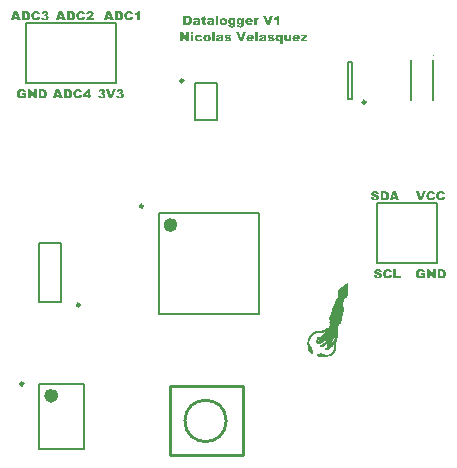
<source format=gto>
%FSLAX24Y24*%
%MOIN*%
G70*
G01*
G75*
G04 Layer_Color=65535*
%ADD10C,0.0150*%
%ADD11C,0.0200*%
%ADD12C,0.0120*%
%ADD13R,0.0394X0.0394*%
%ADD14R,0.0472X0.0768*%
%ADD15R,0.0374X0.0394*%
%ADD16R,0.0394X0.0394*%
%ADD17R,0.0512X0.0276*%
G04:AMPARAMS|DCode=18|XSize=94.5mil|YSize=59.1mil|CornerRadius=14.8mil|HoleSize=0mil|Usage=FLASHONLY|Rotation=0.000|XOffset=0mil|YOffset=0mil|HoleType=Round|Shape=RoundedRectangle|*
%AMROUNDEDRECTD18*
21,1,0.0945,0.0295,0,0,0.0*
21,1,0.0650,0.0591,0,0,0.0*
1,1,0.0295,0.0325,-0.0148*
1,1,0.0295,-0.0325,-0.0148*
1,1,0.0295,-0.0325,0.0148*
1,1,0.0295,0.0325,0.0148*
%
%ADD18ROUNDEDRECTD18*%
%ADD19R,0.0433X0.0236*%
%ADD20R,0.0394X0.0374*%
%ADD21R,0.0551X0.0197*%
%ADD22R,0.1496X0.0984*%
G04:AMPARAMS|DCode=23|XSize=83mil|YSize=55mil|CornerRadius=13.8mil|HoleSize=0mil|Usage=FLASHONLY|Rotation=180.000|XOffset=0mil|YOffset=0mil|HoleType=Round|Shape=RoundedRectangle|*
%AMROUNDEDRECTD23*
21,1,0.0830,0.0275,0,0,180.0*
21,1,0.0555,0.0550,0,0,180.0*
1,1,0.0275,-0.0278,0.0138*
1,1,0.0275,0.0278,0.0138*
1,1,0.0275,0.0278,-0.0138*
1,1,0.0275,-0.0278,-0.0138*
%
%ADD23ROUNDEDRECTD23*%
%ADD24O,0.0551X0.0177*%
%ADD25O,0.0807X0.0236*%
%ADD26O,0.0236X0.0807*%
%ADD27O,0.0866X0.0236*%
%ADD28R,0.0591X0.0591*%
%ADD29C,0.0591*%
%ADD30R,0.0591X0.0591*%
%ADD31C,0.0500*%
%ADD32R,0.0591X0.0315*%
%ADD33R,0.0787X0.0571*%
%ADD34R,0.1378X0.0394*%
%ADD35R,0.1339X0.0591*%
%ADD36R,0.0472X0.1260*%
%ADD37R,0.0472X0.0866*%
%ADD38C,0.0039*%
%ADD39C,0.0098*%
%ADD40C,0.0100*%
%ADD41C,0.0236*%
%ADD42C,0.0079*%
%ADD43C,0.0010*%
G36*
X14017Y8950D02*
X13915D01*
X13800Y9254D01*
X13898D01*
X13967Y9035D01*
X14035Y9254D01*
X14130D01*
X14017Y8950D01*
D02*
G37*
G36*
X12449Y9259D02*
X12454D01*
X12460Y9258D01*
X12466Y9258D01*
X12473Y9257D01*
X12487Y9254D01*
X12502Y9250D01*
X12516Y9245D01*
X12522Y9241D01*
X12528Y9237D01*
X12529D01*
X12529Y9236D01*
X12533Y9233D01*
X12538Y9228D01*
X12545Y9220D01*
X12551Y9211D01*
X12557Y9199D01*
X12560Y9192D01*
X12561Y9185D01*
X12564Y9177D01*
X12565Y9168D01*
X12477Y9164D01*
Y9165D01*
X12476Y9167D01*
X12475Y9171D01*
X12474Y9175D01*
X12471Y9180D01*
X12469Y9185D01*
X12466Y9189D01*
X12461Y9193D01*
X12461Y9194D01*
X12460Y9195D01*
X12457Y9196D01*
X12453Y9198D01*
X12449Y9200D01*
X12444Y9202D01*
X12437Y9202D01*
X12430Y9203D01*
X12428D01*
X12425Y9202D01*
X12422D01*
X12413Y9200D01*
X12410Y9198D01*
X12406Y9196D01*
X12406Y9195D01*
X12405Y9195D01*
X12402Y9191D01*
X12399Y9186D01*
X12399Y9182D01*
X12398Y9179D01*
Y9178D01*
Y9178D01*
X12399Y9174D01*
X12401Y9170D01*
X12402Y9168D01*
X12405Y9165D01*
X12405D01*
X12406Y9164D01*
X12408Y9163D01*
X12411Y9162D01*
X12415Y9160D01*
X12421Y9158D01*
X12428Y9156D01*
X12436Y9154D01*
X12436D01*
X12439Y9154D01*
X12442Y9153D01*
X12446Y9152D01*
X12451Y9151D01*
X12457Y9149D01*
X12463Y9148D01*
X12470Y9146D01*
X12484Y9142D01*
X12499Y9137D01*
X12512Y9133D01*
X12518Y9130D01*
X12523Y9127D01*
X12524D01*
X12525Y9127D01*
X12528Y9125D01*
X12533Y9122D01*
X12539Y9118D01*
X12545Y9113D01*
X12552Y9107D01*
X12557Y9101D01*
X12563Y9093D01*
X12563Y9092D01*
X12564Y9090D01*
X12567Y9086D01*
X12569Y9080D01*
X12571Y9074D01*
X12573Y9066D01*
X12574Y9058D01*
X12575Y9049D01*
Y9048D01*
Y9048D01*
Y9046D01*
Y9044D01*
X12574Y9038D01*
X12573Y9031D01*
X12571Y9023D01*
X12568Y9014D01*
X12564Y9004D01*
X12559Y8994D01*
X12558Y8993D01*
X12556Y8990D01*
X12552Y8986D01*
X12547Y8980D01*
X12540Y8975D01*
X12532Y8968D01*
X12523Y8962D01*
X12513Y8957D01*
X12512D01*
X12512Y8956D01*
X12510Y8956D01*
X12508Y8955D01*
X12505Y8954D01*
X12502Y8953D01*
X12493Y8951D01*
X12483Y8949D01*
X12470Y8946D01*
X12456Y8945D01*
X12440Y8945D01*
X12433D01*
X12428Y8945D01*
X12422Y8946D01*
X12415Y8946D01*
X12406Y8947D01*
X12398Y8948D01*
X12380Y8952D01*
X12363Y8957D01*
X12354Y8961D01*
X12347Y8965D01*
X12339Y8969D01*
X12333Y8974D01*
X12333Y8975D01*
X12332Y8975D01*
X12330Y8977D01*
X12329Y8979D01*
X12326Y8982D01*
X12324Y8986D01*
X12318Y8994D01*
X12312Y9006D01*
X12306Y9018D01*
X12302Y9034D01*
X12301Y9042D01*
X12300Y9050D01*
X12390Y9056D01*
Y9055D01*
X12390Y9052D01*
X12391Y9048D01*
X12392Y9044D01*
X12395Y9032D01*
X12398Y9027D01*
X12401Y9023D01*
X12402Y9022D01*
X12404Y9020D01*
X12407Y9017D01*
X12412Y9014D01*
X12418Y9010D01*
X12425Y9007D01*
X12433Y9005D01*
X12442Y9004D01*
X12446D01*
X12449Y9005D01*
X12453Y9006D01*
X12459Y9007D01*
X12463Y9008D01*
X12468Y9011D01*
X12473Y9014D01*
X12473Y9014D01*
X12474Y9016D01*
X12476Y9017D01*
X12478Y9020D01*
X12482Y9027D01*
X12483Y9031D01*
X12484Y9035D01*
Y9036D01*
Y9037D01*
X12483Y9040D01*
X12483Y9042D01*
X12481Y9046D01*
X12479Y9049D01*
X12477Y9053D01*
X12473Y9056D01*
X12473Y9057D01*
X12471Y9058D01*
X12468Y9060D01*
X12463Y9062D01*
X12457Y9065D01*
X12449Y9068D01*
X12438Y9071D01*
X12432Y9072D01*
X12425Y9074D01*
X12425D01*
X12422Y9075D01*
X12419Y9076D01*
X12415Y9076D01*
X12410Y9078D01*
X12404Y9080D01*
X12398Y9082D01*
X12391Y9084D01*
X12377Y9089D01*
X12362Y9096D01*
X12349Y9103D01*
X12343Y9107D01*
X12337Y9111D01*
X12336Y9113D01*
X12333Y9116D01*
X12329Y9121D01*
X12325Y9127D01*
X12319Y9136D01*
X12315Y9146D01*
X12312Y9157D01*
X12312Y9164D01*
X12311Y9170D01*
Y9171D01*
Y9174D01*
X12312Y9179D01*
X12313Y9185D01*
X12315Y9191D01*
X12317Y9199D01*
X12320Y9206D01*
X12325Y9214D01*
X12325Y9216D01*
X12327Y9218D01*
X12330Y9221D01*
X12335Y9227D01*
X12340Y9232D01*
X12347Y9237D01*
X12356Y9243D01*
X12365Y9247D01*
X12366D01*
X12366Y9248D01*
X12368Y9248D01*
X12370Y9249D01*
X12373Y9250D01*
X12376Y9251D01*
X12385Y9254D01*
X12395Y9255D01*
X12408Y9258D01*
X12423Y9259D01*
X12440Y9259D01*
X12446D01*
X12449Y9259D01*
D02*
G37*
G36*
X14643D02*
X14648D01*
X14654Y9258D01*
X14660Y9258D01*
X14667Y9257D01*
X14681Y9254D01*
X14696Y9250D01*
X14711Y9244D01*
X14718Y9240D01*
X14724Y9236D01*
X14725D01*
X14725Y9235D01*
X14727Y9234D01*
X14730Y9232D01*
X14735Y9226D01*
X14743Y9219D01*
X14751Y9209D01*
X14759Y9196D01*
X14766Y9182D01*
X14773Y9165D01*
X14690Y9147D01*
Y9147D01*
X14690Y9149D01*
X14689Y9151D01*
X14687Y9154D01*
X14685Y9161D01*
X14683Y9164D01*
X14681Y9166D01*
X14680Y9167D01*
X14680Y9168D01*
X14678Y9171D01*
X14676Y9173D01*
X14669Y9178D01*
X14661Y9183D01*
X14661D01*
X14659Y9185D01*
X14657Y9185D01*
X14654Y9186D01*
X14650Y9188D01*
X14646Y9188D01*
X14636Y9189D01*
X14633D01*
X14631Y9189D01*
X14625Y9188D01*
X14618Y9186D01*
X14610Y9183D01*
X14602Y9178D01*
X14594Y9172D01*
X14591Y9168D01*
X14587Y9164D01*
X14587Y9162D01*
X14586Y9160D01*
X14583Y9155D01*
X14581Y9149D01*
X14579Y9140D01*
X14576Y9130D01*
X14575Y9118D01*
X14575Y9103D01*
Y9103D01*
Y9101D01*
Y9099D01*
Y9095D01*
X14575Y9091D01*
Y9086D01*
X14576Y9076D01*
X14578Y9064D01*
X14581Y9053D01*
X14584Y9042D01*
X14587Y9038D01*
X14590Y9034D01*
X14590Y9034D01*
X14593Y9031D01*
X14596Y9028D01*
X14601Y9025D01*
X14607Y9021D01*
X14614Y9018D01*
X14623Y9016D01*
X14633Y9016D01*
X14638D01*
X14642Y9016D01*
X14648Y9017D01*
X14655Y9019D01*
X14662Y9022D01*
X14668Y9025D01*
X14673Y9030D01*
X14674Y9031D01*
X14676Y9033D01*
X14678Y9037D01*
X14681Y9041D01*
X14685Y9048D01*
X14688Y9055D01*
X14691Y9064D01*
X14694Y9075D01*
X14776Y9049D01*
Y9049D01*
X14776Y9048D01*
X14775Y9046D01*
X14775Y9044D01*
X14773Y9037D01*
X14770Y9030D01*
X14766Y9020D01*
X14761Y9010D01*
X14756Y9001D01*
X14749Y8992D01*
X14749Y8990D01*
X14747Y8987D01*
X14742Y8983D01*
X14737Y8979D01*
X14731Y8973D01*
X14724Y8967D01*
X14715Y8961D01*
X14706Y8956D01*
X14704Y8956D01*
X14701Y8955D01*
X14695Y8953D01*
X14687Y8951D01*
X14677Y8948D01*
X14666Y8946D01*
X14653Y8945D01*
X14638Y8945D01*
X14630D01*
X14626Y8945D01*
X14621D01*
X14610Y8946D01*
X14597Y8948D01*
X14583Y8951D01*
X14570Y8954D01*
X14557Y8959D01*
X14556D01*
X14556Y8959D01*
X14554Y8961D01*
X14552Y8962D01*
X14546Y8965D01*
X14539Y8970D01*
X14530Y8978D01*
X14521Y8986D01*
X14512Y8997D01*
X14503Y9010D01*
Y9010D01*
X14502Y9011D01*
X14501Y9013D01*
X14500Y9016D01*
X14498Y9020D01*
X14496Y9024D01*
X14494Y9029D01*
X14492Y9035D01*
X14490Y9041D01*
X14487Y9048D01*
X14486Y9056D01*
X14484Y9064D01*
X14482Y9082D01*
X14480Y9103D01*
Y9103D01*
Y9106D01*
Y9110D01*
X14481Y9115D01*
X14482Y9121D01*
X14483Y9128D01*
X14484Y9137D01*
X14486Y9145D01*
X14490Y9164D01*
X14493Y9174D01*
X14497Y9183D01*
X14502Y9193D01*
X14507Y9202D01*
X14513Y9210D01*
X14520Y9219D01*
X14521Y9219D01*
X14522Y9220D01*
X14524Y9222D01*
X14528Y9225D01*
X14532Y9228D01*
X14537Y9231D01*
X14543Y9235D01*
X14549Y9239D01*
X14557Y9243D01*
X14566Y9247D01*
X14575Y9250D01*
X14585Y9253D01*
X14596Y9256D01*
X14608Y9258D01*
X14620Y9259D01*
X14634Y9259D01*
X14639D01*
X14643Y9259D01*
D02*
G37*
G36*
X14312D02*
X14318D01*
X14323Y9258D01*
X14329Y9258D01*
X14336Y9257D01*
X14350Y9254D01*
X14366Y9250D01*
X14380Y9244D01*
X14387Y9240D01*
X14394Y9236D01*
X14394D01*
X14395Y9235D01*
X14397Y9234D01*
X14399Y9232D01*
X14405Y9226D01*
X14412Y9219D01*
X14420Y9209D01*
X14428Y9196D01*
X14436Y9182D01*
X14443Y9165D01*
X14360Y9147D01*
Y9147D01*
X14359Y9149D01*
X14358Y9151D01*
X14357Y9154D01*
X14354Y9161D01*
X14352Y9164D01*
X14350Y9166D01*
X14350Y9167D01*
X14349Y9168D01*
X14348Y9171D01*
X14345Y9173D01*
X14339Y9178D01*
X14331Y9183D01*
X14330D01*
X14329Y9185D01*
X14326Y9185D01*
X14324Y9186D01*
X14319Y9188D01*
X14315Y9188D01*
X14305Y9189D01*
X14303D01*
X14300Y9189D01*
X14294Y9188D01*
X14287Y9186D01*
X14280Y9183D01*
X14272Y9178D01*
X14264Y9172D01*
X14260Y9168D01*
X14257Y9164D01*
X14256Y9162D01*
X14255Y9160D01*
X14253Y9155D01*
X14250Y9149D01*
X14248Y9140D01*
X14246Y9130D01*
X14245Y9118D01*
X14244Y9103D01*
Y9103D01*
Y9101D01*
Y9099D01*
Y9095D01*
X14245Y9091D01*
Y9086D01*
X14246Y9076D01*
X14248Y9064D01*
X14250Y9053D01*
X14254Y9042D01*
X14256Y9038D01*
X14259Y9034D01*
X14260Y9034D01*
X14262Y9031D01*
X14266Y9028D01*
X14270Y9025D01*
X14277Y9021D01*
X14284Y9018D01*
X14293Y9016D01*
X14303Y9016D01*
X14307D01*
X14312Y9016D01*
X14318Y9017D01*
X14324Y9019D01*
X14331Y9022D01*
X14337Y9025D01*
X14343Y9030D01*
X14343Y9031D01*
X14345Y9033D01*
X14348Y9037D01*
X14350Y9041D01*
X14354Y9048D01*
X14358Y9055D01*
X14360Y9064D01*
X14363Y9075D01*
X14446Y9049D01*
Y9049D01*
X14445Y9048D01*
X14445Y9046D01*
X14444Y9044D01*
X14442Y9037D01*
X14439Y9030D01*
X14435Y9020D01*
X14431Y9010D01*
X14425Y9001D01*
X14419Y8992D01*
X14418Y8990D01*
X14416Y8987D01*
X14412Y8983D01*
X14407Y8979D01*
X14401Y8973D01*
X14393Y8967D01*
X14384Y8961D01*
X14375Y8956D01*
X14374Y8956D01*
X14370Y8955D01*
X14365Y8953D01*
X14357Y8951D01*
X14347Y8948D01*
X14336Y8946D01*
X14322Y8945D01*
X14308Y8945D01*
X14300D01*
X14296Y8945D01*
X14290D01*
X14279Y8946D01*
X14266Y8948D01*
X14253Y8951D01*
X14239Y8954D01*
X14226Y8959D01*
X14226D01*
X14225Y8959D01*
X14224Y8961D01*
X14221Y8962D01*
X14215Y8965D01*
X14208Y8970D01*
X14200Y8978D01*
X14191Y8986D01*
X14181Y8997D01*
X14173Y9010D01*
Y9010D01*
X14171Y9011D01*
X14170Y9013D01*
X14169Y9016D01*
X14167Y9020D01*
X14166Y9024D01*
X14163Y9029D01*
X14162Y9035D01*
X14159Y9041D01*
X14157Y9048D01*
X14155Y9056D01*
X14153Y9064D01*
X14151Y9082D01*
X14150Y9103D01*
Y9103D01*
Y9106D01*
Y9110D01*
X14150Y9115D01*
X14151Y9121D01*
X14152Y9128D01*
X14153Y9137D01*
X14155Y9145D01*
X14160Y9164D01*
X14163Y9174D01*
X14167Y9183D01*
X14171Y9193D01*
X14177Y9202D01*
X14183Y9210D01*
X14190Y9219D01*
X14190Y9219D01*
X14191Y9220D01*
X14194Y9222D01*
X14197Y9225D01*
X14201Y9228D01*
X14206Y9231D01*
X14212Y9235D01*
X14219Y9239D01*
X14226Y9243D01*
X14235Y9247D01*
X14245Y9250D01*
X14255Y9253D01*
X14266Y9256D01*
X14277Y9258D01*
X14290Y9259D01*
X14303Y9259D01*
X14309D01*
X14312Y9259D01*
D02*
G37*
G36*
X13253Y8950D02*
X13154D01*
X13139Y9000D01*
X13033D01*
X13017Y8950D01*
X12922D01*
X13036Y9254D01*
X13139D01*
X13253Y8950D01*
D02*
G37*
G36*
X4600Y14950D02*
X4515D01*
Y15152D01*
X4514Y15152D01*
X4512Y15150D01*
X4507Y15147D01*
X4502Y15143D01*
X4496Y15139D01*
X4489Y15135D01*
X4475Y15127D01*
X4474Y15126D01*
X4471Y15125D01*
X4467Y15123D01*
X4461Y15121D01*
X4454Y15118D01*
X4446Y15115D01*
X4437Y15112D01*
X4426Y15109D01*
Y15178D01*
X4427D01*
X4428Y15178D01*
X4430Y15179D01*
X4433Y15180D01*
X4437Y15181D01*
X4441Y15183D01*
X4451Y15187D01*
X4461Y15192D01*
X4472Y15197D01*
X4483Y15203D01*
X4493Y15210D01*
X4494Y15211D01*
X4497Y15214D01*
X4501Y15218D01*
X4506Y15224D01*
X4513Y15231D01*
X4519Y15240D01*
X4525Y15249D01*
X4530Y15259D01*
X4600D01*
Y14950D01*
D02*
G37*
G36*
X3912Y15254D02*
X3917D01*
X3926Y15253D01*
X3936Y15251D01*
X3948Y15250D01*
X3959Y15247D01*
X3969Y15243D01*
X3969D01*
X3970Y15242D01*
X3973Y15241D01*
X3977Y15238D01*
X3984Y15234D01*
X3990Y15230D01*
X3997Y15224D01*
X4004Y15218D01*
X4011Y15210D01*
X4011Y15209D01*
X4014Y15207D01*
X4017Y15202D01*
X4020Y15197D01*
X4024Y15189D01*
X4028Y15181D01*
X4032Y15172D01*
X4035Y15162D01*
Y15161D01*
X4036Y15161D01*
X4036Y15157D01*
X4038Y15151D01*
X4039Y15144D01*
X4041Y15135D01*
X4042Y15125D01*
X4042Y15114D01*
X4043Y15103D01*
Y15102D01*
Y15100D01*
Y15098D01*
Y15094D01*
X4042Y15090D01*
Y15086D01*
X4042Y15075D01*
X4040Y15063D01*
X4038Y15051D01*
X4035Y15038D01*
X4032Y15027D01*
X4031Y15026D01*
X4030Y15023D01*
X4027Y15018D01*
X4024Y15011D01*
X4020Y15004D01*
X4014Y14997D01*
X4008Y14989D01*
X4001Y14982D01*
X4000Y14982D01*
X3997Y14979D01*
X3993Y14976D01*
X3988Y14972D01*
X3981Y14968D01*
X3974Y14965D01*
X3966Y14961D01*
X3958Y14958D01*
X3957D01*
X3957Y14958D01*
X3955D01*
X3953Y14957D01*
X3947Y14956D01*
X3939Y14954D01*
X3931Y14952D01*
X3921Y14951D01*
X3912Y14951D01*
X3902Y14950D01*
X3763D01*
Y15254D01*
X3909D01*
X3912Y15254D01*
D02*
G37*
G36*
X12773Y9254D02*
X12777D01*
X12787Y9253D01*
X12797Y9251D01*
X12808Y9250D01*
X12819Y9247D01*
X12829Y9243D01*
X12830D01*
X12831Y9242D01*
X12834Y9241D01*
X12838Y9238D01*
X12845Y9234D01*
X12851Y9230D01*
X12858Y9224D01*
X12865Y9218D01*
X12872Y9210D01*
X12872Y9209D01*
X12874Y9207D01*
X12877Y9202D01*
X12881Y9197D01*
X12885Y9189D01*
X12889Y9181D01*
X12893Y9172D01*
X12896Y9162D01*
Y9161D01*
X12897Y9161D01*
X12897Y9157D01*
X12898Y9151D01*
X12900Y9144D01*
X12901Y9135D01*
X12903Y9125D01*
X12903Y9114D01*
X12904Y9103D01*
Y9102D01*
Y9100D01*
Y9098D01*
Y9094D01*
X12903Y9090D01*
Y9086D01*
X12903Y9075D01*
X12901Y9063D01*
X12899Y9051D01*
X12896Y9038D01*
X12893Y9027D01*
X12892Y9026D01*
X12891Y9023D01*
X12888Y9018D01*
X12884Y9011D01*
X12880Y9004D01*
X12875Y8997D01*
X12869Y8989D01*
X12862Y8982D01*
X12860Y8982D01*
X12858Y8979D01*
X12854Y8976D01*
X12849Y8972D01*
X12842Y8968D01*
X12835Y8965D01*
X12827Y8961D01*
X12819Y8958D01*
X12818D01*
X12818Y8958D01*
X12816D01*
X12814Y8957D01*
X12808Y8956D01*
X12800Y8954D01*
X12791Y8952D01*
X12782Y8951D01*
X12773Y8951D01*
X12763Y8950D01*
X12624D01*
Y9254D01*
X12770D01*
X12773Y9254D01*
D02*
G37*
G36*
X4244Y15259D02*
X4249D01*
X4254Y15258D01*
X4261Y15258D01*
X4268Y15257D01*
X4282Y15254D01*
X4297Y15250D01*
X4311Y15244D01*
X4318Y15240D01*
X4325Y15236D01*
X4325D01*
X4326Y15235D01*
X4328Y15234D01*
X4330Y15232D01*
X4336Y15226D01*
X4344Y15219D01*
X4351Y15209D01*
X4359Y15196D01*
X4367Y15182D01*
X4374Y15165D01*
X4291Y15147D01*
Y15147D01*
X4290Y15149D01*
X4289Y15151D01*
X4288Y15154D01*
X4285Y15161D01*
X4283Y15164D01*
X4282Y15166D01*
X4281Y15167D01*
X4280Y15168D01*
X4279Y15171D01*
X4276Y15173D01*
X4270Y15178D01*
X4262Y15183D01*
X4261D01*
X4260Y15185D01*
X4258Y15185D01*
X4255Y15186D01*
X4251Y15188D01*
X4246Y15188D01*
X4237Y15189D01*
X4234D01*
X4231Y15189D01*
X4225Y15188D01*
X4218Y15186D01*
X4211Y15183D01*
X4203Y15178D01*
X4195Y15172D01*
X4192Y15168D01*
X4188Y15164D01*
X4187Y15162D01*
X4186Y15160D01*
X4184Y15155D01*
X4182Y15149D01*
X4179Y15140D01*
X4177Y15130D01*
X4176Y15118D01*
X4175Y15103D01*
Y15103D01*
Y15101D01*
Y15099D01*
Y15095D01*
X4176Y15091D01*
Y15086D01*
X4177Y15076D01*
X4179Y15064D01*
X4182Y15053D01*
X4185Y15042D01*
X4187Y15038D01*
X4190Y15034D01*
X4191Y15034D01*
X4193Y15031D01*
X4197Y15028D01*
X4201Y15025D01*
X4208Y15021D01*
X4215Y15018D01*
X4224Y15016D01*
X4234Y15016D01*
X4238D01*
X4243Y15016D01*
X4249Y15017D01*
X4255Y15019D01*
X4262Y15022D01*
X4268Y15025D01*
X4274Y15030D01*
X4275Y15031D01*
X4276Y15033D01*
X4279Y15037D01*
X4282Y15041D01*
X4285Y15048D01*
X4289Y15055D01*
X4292Y15064D01*
X4294Y15075D01*
X4377Y15049D01*
Y15049D01*
X4376Y15048D01*
X4376Y15046D01*
X4375Y15044D01*
X4373Y15037D01*
X4371Y15030D01*
X4366Y15020D01*
X4362Y15010D01*
X4356Y15001D01*
X4350Y14992D01*
X4349Y14990D01*
X4347Y14987D01*
X4343Y14983D01*
X4338Y14979D01*
X4332Y14973D01*
X4324Y14967D01*
X4316Y14961D01*
X4306Y14956D01*
X4305Y14956D01*
X4301Y14955D01*
X4296Y14953D01*
X4288Y14951D01*
X4278Y14948D01*
X4267Y14946D01*
X4254Y14945D01*
X4239Y14945D01*
X4231D01*
X4227Y14945D01*
X4221D01*
X4210Y14946D01*
X4197Y14948D01*
X4184Y14951D01*
X4170Y14954D01*
X4158Y14959D01*
X4157D01*
X4156Y14959D01*
X4155Y14961D01*
X4152Y14962D01*
X4146Y14965D01*
X4139Y14970D01*
X4131Y14977D01*
X4122Y14986D01*
X4113Y14997D01*
X4104Y15010D01*
Y15010D01*
X4103Y15011D01*
X4101Y15013D01*
X4100Y15016D01*
X4098Y15020D01*
X4097Y15024D01*
X4094Y15029D01*
X4093Y15035D01*
X4090Y15041D01*
X4088Y15048D01*
X4086Y15056D01*
X4084Y15064D01*
X4082Y15082D01*
X4081Y15103D01*
Y15103D01*
Y15106D01*
Y15110D01*
X4082Y15115D01*
X4082Y15121D01*
X4083Y15128D01*
X4084Y15137D01*
X4086Y15145D01*
X4091Y15164D01*
X4094Y15174D01*
X4098Y15183D01*
X4103Y15193D01*
X4108Y15202D01*
X4114Y15210D01*
X4121Y15219D01*
X4121Y15219D01*
X4122Y15220D01*
X4125Y15222D01*
X4128Y15225D01*
X4132Y15228D01*
X4137Y15231D01*
X4144Y15235D01*
X4150Y15239D01*
X4158Y15243D01*
X4166Y15247D01*
X4176Y15250D01*
X4186Y15253D01*
X4197Y15256D01*
X4208Y15258D01*
X4221Y15259D01*
X4234Y15259D01*
X4240D01*
X4244Y15259D01*
D02*
G37*
G36*
X14670Y6654D02*
X14675D01*
X14684Y6653D01*
X14694Y6651D01*
X14706Y6650D01*
X14717Y6647D01*
X14727Y6643D01*
X14727D01*
X14728Y6642D01*
X14731Y6641D01*
X14735Y6638D01*
X14742Y6634D01*
X14748Y6630D01*
X14755Y6624D01*
X14762Y6618D01*
X14769Y6610D01*
X14769Y6609D01*
X14772Y6607D01*
X14775Y6602D01*
X14778Y6597D01*
X14782Y6589D01*
X14786Y6581D01*
X14790Y6572D01*
X14793Y6562D01*
Y6561D01*
X14794Y6561D01*
X14794Y6557D01*
X14796Y6551D01*
X14797Y6544D01*
X14799Y6535D01*
X14800Y6525D01*
X14800Y6514D01*
X14801Y6503D01*
Y6502D01*
Y6500D01*
Y6498D01*
Y6494D01*
X14800Y6490D01*
Y6486D01*
X14800Y6475D01*
X14798Y6463D01*
X14796Y6451D01*
X14793Y6438D01*
X14790Y6427D01*
X14789Y6426D01*
X14788Y6423D01*
X14785Y6418D01*
X14782Y6411D01*
X14778Y6404D01*
X14772Y6397D01*
X14766Y6389D01*
X14759Y6382D01*
X14758Y6382D01*
X14755Y6379D01*
X14751Y6376D01*
X14746Y6372D01*
X14740Y6368D01*
X14732Y6365D01*
X14724Y6361D01*
X14716Y6358D01*
X14716D01*
X14715Y6358D01*
X14713D01*
X14711Y6357D01*
X14705Y6356D01*
X14697Y6354D01*
X14689Y6352D01*
X14679Y6351D01*
X14670Y6351D01*
X14660Y6350D01*
X14521D01*
Y6654D01*
X14667D01*
X14670Y6654D01*
D02*
G37*
G36*
X7924Y15025D02*
X7931Y15024D01*
X7937Y15023D01*
X7944Y15022D01*
X7951Y15019D01*
X7958Y15016D01*
X7958Y15016D01*
X7961Y15015D01*
X7964Y15012D01*
X7968Y15009D01*
X7973Y15005D01*
X7978Y15001D01*
X7984Y14994D01*
X7989Y14987D01*
Y15020D01*
X8068D01*
Y14812D01*
Y14802D01*
Y14801D01*
Y14798D01*
X8068Y14795D01*
X8067Y14789D01*
X8066Y14784D01*
X8065Y14777D01*
X8062Y14770D01*
X8059Y14763D01*
X8059Y14763D01*
X8058Y14760D01*
X8056Y14757D01*
X8053Y14753D01*
X8050Y14747D01*
X8046Y14743D01*
X8041Y14737D01*
X8036Y14733D01*
X8035Y14732D01*
X8034Y14731D01*
X8030Y14729D01*
X8026Y14726D01*
X8020Y14723D01*
X8014Y14720D01*
X8007Y14718D01*
X7999Y14716D01*
X7997D01*
X7995Y14715D01*
X7990Y14714D01*
X7984Y14713D01*
X7976Y14712D01*
X7968Y14711D01*
X7958Y14711D01*
X7941D01*
X7937Y14711D01*
X7931D01*
X7925Y14712D01*
X7918Y14712D01*
X7911Y14713D01*
X7896Y14715D01*
X7881Y14719D01*
X7874Y14721D01*
X7868Y14724D01*
X7862Y14727D01*
X7856Y14730D01*
X7855Y14732D01*
X7852Y14734D01*
X7849Y14739D01*
X7844Y14744D01*
X7840Y14752D01*
X7836Y14761D01*
X7833Y14772D01*
X7832Y14784D01*
Y14784D01*
Y14787D01*
Y14790D01*
Y14795D01*
X7914Y14785D01*
Y14785D01*
X7915Y14784D01*
X7916Y14782D01*
X7917Y14780D01*
X7920Y14774D01*
X7921Y14772D01*
X7924Y14770D01*
X7924D01*
X7926Y14769D01*
X7927Y14768D01*
X7930Y14767D01*
X7934Y14765D01*
X7938Y14764D01*
X7942Y14764D01*
X7947Y14763D01*
X7950D01*
X7954Y14764D01*
X7957Y14764D01*
X7962Y14765D01*
X7966Y14767D01*
X7971Y14770D01*
X7974Y14773D01*
X7975Y14774D01*
X7976Y14775D01*
X7977Y14778D01*
X7979Y14781D01*
X7980Y14785D01*
X7982Y14791D01*
X7983Y14798D01*
X7983Y14806D01*
Y14840D01*
X7983Y14839D01*
X7981Y14837D01*
X7979Y14835D01*
X7975Y14832D01*
X7968Y14825D01*
X7963Y14822D01*
X7958Y14819D01*
X7958Y14818D01*
X7955Y14817D01*
X7951Y14816D01*
X7946Y14814D01*
X7940Y14812D01*
X7933Y14811D01*
X7924Y14809D01*
X7916Y14809D01*
X7912D01*
X7909Y14809D01*
X7905Y14810D01*
X7901Y14811D01*
X7891Y14813D01*
X7879Y14818D01*
X7873Y14821D01*
X7868Y14825D01*
X7862Y14829D01*
X7856Y14835D01*
X7850Y14840D01*
X7845Y14847D01*
Y14847D01*
X7844Y14848D01*
X7843Y14850D01*
X7842Y14852D01*
X7841Y14854D01*
X7839Y14858D01*
X7835Y14866D01*
X7832Y14877D01*
X7829Y14889D01*
X7827Y14904D01*
X7826Y14919D01*
Y14920D01*
Y14922D01*
Y14924D01*
X7827Y14928D01*
Y14932D01*
X7827Y14937D01*
X7829Y14949D01*
X7832Y14961D01*
X7837Y14974D01*
X7842Y14987D01*
X7851Y14998D01*
X7851Y14998D01*
X7852Y14999D01*
X7855Y15002D01*
X7861Y15007D01*
X7868Y15012D01*
X7878Y15016D01*
X7889Y15021D01*
X7901Y15024D01*
X7908Y15025D01*
X7920D01*
X7924Y15025D01*
D02*
G37*
G36*
X7641D02*
X7648Y15024D01*
X7654Y15023D01*
X7661Y15022D01*
X7668Y15019D01*
X7675Y15016D01*
X7675Y15016D01*
X7677Y15015D01*
X7681Y15012D01*
X7685Y15009D01*
X7690Y15005D01*
X7695Y15001D01*
X7701Y14994D01*
X7706Y14987D01*
Y15020D01*
X7785D01*
Y14812D01*
Y14802D01*
Y14801D01*
Y14798D01*
X7785Y14795D01*
X7784Y14789D01*
X7783Y14784D01*
X7782Y14777D01*
X7779Y14770D01*
X7776Y14763D01*
X7776Y14763D01*
X7775Y14760D01*
X7773Y14757D01*
X7770Y14753D01*
X7767Y14747D01*
X7763Y14743D01*
X7758Y14737D01*
X7753Y14733D01*
X7752Y14732D01*
X7751Y14731D01*
X7747Y14729D01*
X7743Y14726D01*
X7737Y14723D01*
X7731Y14720D01*
X7724Y14718D01*
X7715Y14716D01*
X7714D01*
X7711Y14715D01*
X7707Y14714D01*
X7701Y14713D01*
X7693Y14712D01*
X7684Y14711D01*
X7675Y14711D01*
X7658D01*
X7653Y14711D01*
X7648D01*
X7642Y14712D01*
X7635Y14712D01*
X7628Y14713D01*
X7613Y14715D01*
X7598Y14719D01*
X7591Y14721D01*
X7584Y14724D01*
X7579Y14727D01*
X7573Y14730D01*
X7572Y14732D01*
X7569Y14734D01*
X7566Y14739D01*
X7561Y14744D01*
X7556Y14752D01*
X7553Y14761D01*
X7550Y14772D01*
X7549Y14784D01*
Y14784D01*
Y14787D01*
Y14790D01*
Y14795D01*
X7631Y14785D01*
Y14785D01*
X7632Y14784D01*
X7632Y14782D01*
X7634Y14780D01*
X7637Y14774D01*
X7638Y14772D01*
X7641Y14770D01*
X7641D01*
X7642Y14769D01*
X7644Y14768D01*
X7647Y14767D01*
X7651Y14765D01*
X7655Y14764D01*
X7659Y14764D01*
X7664Y14763D01*
X7667D01*
X7670Y14764D01*
X7674Y14764D01*
X7679Y14765D01*
X7683Y14767D01*
X7687Y14770D01*
X7691Y14773D01*
X7692Y14774D01*
X7693Y14775D01*
X7694Y14778D01*
X7696Y14781D01*
X7697Y14785D01*
X7699Y14791D01*
X7700Y14798D01*
X7700Y14806D01*
Y14840D01*
X7700Y14839D01*
X7698Y14837D01*
X7696Y14835D01*
X7692Y14832D01*
X7684Y14825D01*
X7680Y14822D01*
X7675Y14819D01*
X7675Y14818D01*
X7672Y14817D01*
X7668Y14816D01*
X7663Y14814D01*
X7656Y14812D01*
X7649Y14811D01*
X7641Y14809D01*
X7633Y14809D01*
X7629D01*
X7626Y14809D01*
X7622Y14810D01*
X7618Y14811D01*
X7608Y14813D01*
X7596Y14818D01*
X7590Y14821D01*
X7584Y14825D01*
X7579Y14829D01*
X7573Y14835D01*
X7567Y14840D01*
X7562Y14847D01*
Y14847D01*
X7561Y14848D01*
X7560Y14850D01*
X7559Y14852D01*
X7558Y14854D01*
X7556Y14858D01*
X7552Y14866D01*
X7549Y14877D01*
X7546Y14889D01*
X7544Y14904D01*
X7543Y14919D01*
Y14920D01*
Y14922D01*
Y14924D01*
X7544Y14928D01*
Y14932D01*
X7544Y14937D01*
X7546Y14949D01*
X7549Y14961D01*
X7553Y14974D01*
X7559Y14987D01*
X7567Y14998D01*
X7568Y14998D01*
X7569Y14999D01*
X7572Y15002D01*
X7577Y15007D01*
X7585Y15012D01*
X7594Y15016D01*
X7606Y15021D01*
X7618Y15024D01*
X7625Y15025D01*
X7637D01*
X7641Y15025D01*
D02*
G37*
G36*
X7396D02*
X7401Y15024D01*
X7408Y15023D01*
X7415Y15022D01*
X7422Y15021D01*
X7438Y15016D01*
X7447Y15013D01*
X7455Y15009D01*
X7463Y15005D01*
X7471Y14999D01*
X7479Y14994D01*
X7485Y14987D01*
X7486Y14986D01*
X7486Y14985D01*
X7487Y14984D01*
X7489Y14981D01*
X7491Y14978D01*
X7494Y14974D01*
X7499Y14966D01*
X7504Y14954D01*
X7508Y14942D01*
X7511Y14927D01*
X7513Y14919D01*
Y14911D01*
Y14910D01*
Y14908D01*
Y14906D01*
X7512Y14902D01*
X7511Y14898D01*
X7511Y14893D01*
X7510Y14887D01*
X7508Y14881D01*
X7504Y14868D01*
X7501Y14861D01*
X7498Y14854D01*
X7494Y14847D01*
X7490Y14840D01*
X7484Y14833D01*
X7479Y14827D01*
X7478Y14826D01*
X7477Y14826D01*
X7475Y14824D01*
X7472Y14822D01*
X7469Y14819D01*
X7465Y14817D01*
X7460Y14814D01*
X7454Y14811D01*
X7448Y14808D01*
X7441Y14805D01*
X7434Y14802D01*
X7425Y14800D01*
X7416Y14798D01*
X7407Y14796D01*
X7396Y14795D01*
X7386Y14795D01*
X7380D01*
X7377Y14795D01*
X7372D01*
X7367Y14796D01*
X7361Y14797D01*
X7355Y14798D01*
X7341Y14801D01*
X7327Y14806D01*
X7312Y14813D01*
X7306Y14817D01*
X7300Y14822D01*
X7299Y14822D01*
X7298Y14823D01*
X7296Y14825D01*
X7293Y14827D01*
X7290Y14831D01*
X7287Y14835D01*
X7283Y14840D01*
X7280Y14845D01*
X7276Y14851D01*
X7273Y14857D01*
X7269Y14865D01*
X7266Y14873D01*
X7263Y14881D01*
X7262Y14890D01*
X7260Y14899D01*
X7260Y14909D01*
Y14909D01*
Y14911D01*
Y14913D01*
X7260Y14918D01*
X7261Y14922D01*
X7262Y14927D01*
X7263Y14932D01*
X7264Y14939D01*
X7268Y14952D01*
X7271Y14959D01*
X7274Y14966D01*
X7278Y14973D01*
X7283Y14980D01*
X7288Y14986D01*
X7294Y14992D01*
X7294Y14993D01*
X7295Y14994D01*
X7297Y14995D01*
X7300Y14998D01*
X7303Y15000D01*
X7308Y15003D01*
X7312Y15006D01*
X7318Y15009D01*
X7324Y15012D01*
X7331Y15015D01*
X7338Y15018D01*
X7346Y15020D01*
X7355Y15022D01*
X7364Y15024D01*
X7374Y15025D01*
X7385Y15025D01*
X7391D01*
X7396Y15025D01*
D02*
G37*
G36*
X6759Y15020D02*
X6805D01*
Y14958D01*
X6759D01*
Y14880D01*
Y14879D01*
Y14877D01*
Y14875D01*
X6760Y14872D01*
X6760Y14866D01*
X6761Y14863D01*
X6761Y14861D01*
X6762Y14860D01*
X6765Y14858D01*
X6770Y14856D01*
X6772Y14855D01*
X6776Y14854D01*
X6778D01*
X6780Y14855D01*
X6783D01*
X6787Y14856D01*
X6791Y14857D01*
X6796Y14858D01*
X6802Y14860D01*
X6809Y14801D01*
X6808D01*
X6806Y14801D01*
X6803Y14800D01*
X6797Y14799D01*
X6789Y14798D01*
X6781Y14797D01*
X6771Y14796D01*
X6760Y14795D01*
X6750Y14795D01*
X6744D01*
X6739Y14795D01*
X6732Y14796D01*
X6725Y14796D01*
X6717Y14798D01*
X6709Y14800D01*
X6703Y14802D01*
X6702Y14803D01*
X6701Y14804D01*
X6698Y14806D01*
X6695Y14809D01*
X6691Y14812D01*
X6688Y14816D01*
X6684Y14821D01*
X6681Y14827D01*
Y14827D01*
X6680Y14830D01*
X6679Y14834D01*
X6678Y14840D01*
X6677Y14847D01*
X6675Y14856D01*
X6675Y14867D01*
X6674Y14880D01*
Y14958D01*
X6643D01*
Y15020D01*
X6674D01*
Y15060D01*
X6759Y15104D01*
Y15020D01*
D02*
G37*
G36*
X12549Y6659D02*
X12554D01*
X12560Y6658D01*
X12566Y6658D01*
X12573Y6657D01*
X12587Y6654D01*
X12602Y6650D01*
X12616Y6645D01*
X12622Y6641D01*
X12628Y6637D01*
X12629D01*
X12629Y6636D01*
X12633Y6633D01*
X12638Y6628D01*
X12645Y6620D01*
X12651Y6611D01*
X12657Y6599D01*
X12660Y6592D01*
X12661Y6585D01*
X12664Y6577D01*
X12665Y6568D01*
X12577Y6564D01*
Y6565D01*
X12576Y6567D01*
X12575Y6571D01*
X12574Y6575D01*
X12571Y6580D01*
X12569Y6585D01*
X12566Y6589D01*
X12561Y6593D01*
X12561Y6594D01*
X12560Y6595D01*
X12557Y6596D01*
X12553Y6598D01*
X12549Y6600D01*
X12544Y6602D01*
X12537Y6602D01*
X12530Y6603D01*
X12528D01*
X12525Y6602D01*
X12522D01*
X12513Y6600D01*
X12510Y6598D01*
X12506Y6596D01*
X12506Y6595D01*
X12505Y6595D01*
X12502Y6591D01*
X12499Y6586D01*
X12499Y6582D01*
X12498Y6579D01*
Y6578D01*
Y6578D01*
X12499Y6574D01*
X12501Y6570D01*
X12502Y6568D01*
X12505Y6565D01*
X12505D01*
X12506Y6564D01*
X12508Y6563D01*
X12511Y6562D01*
X12515Y6560D01*
X12521Y6558D01*
X12528Y6556D01*
X12536Y6554D01*
X12536D01*
X12539Y6554D01*
X12542Y6553D01*
X12546Y6552D01*
X12551Y6551D01*
X12557Y6549D01*
X12563Y6548D01*
X12570Y6546D01*
X12584Y6542D01*
X12599Y6537D01*
X12612Y6533D01*
X12618Y6530D01*
X12623Y6527D01*
X12624D01*
X12625Y6527D01*
X12628Y6525D01*
X12633Y6522D01*
X12639Y6518D01*
X12645Y6513D01*
X12652Y6507D01*
X12657Y6501D01*
X12663Y6493D01*
X12663Y6492D01*
X12664Y6490D01*
X12667Y6486D01*
X12669Y6480D01*
X12671Y6474D01*
X12673Y6466D01*
X12674Y6458D01*
X12675Y6449D01*
Y6448D01*
Y6448D01*
Y6446D01*
Y6444D01*
X12674Y6438D01*
X12673Y6431D01*
X12671Y6423D01*
X12668Y6414D01*
X12664Y6404D01*
X12659Y6394D01*
X12658Y6393D01*
X12656Y6390D01*
X12652Y6386D01*
X12647Y6380D01*
X12640Y6375D01*
X12632Y6368D01*
X12623Y6362D01*
X12613Y6357D01*
X12612D01*
X12612Y6356D01*
X12610Y6356D01*
X12608Y6355D01*
X12605Y6354D01*
X12602Y6353D01*
X12593Y6351D01*
X12583Y6349D01*
X12570Y6346D01*
X12556Y6345D01*
X12540Y6345D01*
X12533D01*
X12528Y6345D01*
X12522Y6346D01*
X12515Y6346D01*
X12506Y6347D01*
X12498Y6348D01*
X12480Y6352D01*
X12463Y6357D01*
X12454Y6361D01*
X12447Y6365D01*
X12439Y6369D01*
X12433Y6374D01*
X12433Y6375D01*
X12432Y6375D01*
X12430Y6377D01*
X12429Y6379D01*
X12426Y6382D01*
X12424Y6386D01*
X12418Y6394D01*
X12412Y6406D01*
X12406Y6418D01*
X12402Y6434D01*
X12401Y6442D01*
X12400Y6450D01*
X12490Y6456D01*
Y6455D01*
X12490Y6452D01*
X12491Y6448D01*
X12492Y6444D01*
X12495Y6432D01*
X12498Y6427D01*
X12501Y6423D01*
X12502Y6422D01*
X12504Y6420D01*
X12507Y6417D01*
X12512Y6414D01*
X12518Y6410D01*
X12525Y6407D01*
X12533Y6405D01*
X12542Y6404D01*
X12546D01*
X12549Y6405D01*
X12553Y6406D01*
X12559Y6407D01*
X12563Y6409D01*
X12568Y6411D01*
X12573Y6414D01*
X12573Y6414D01*
X12574Y6416D01*
X12576Y6417D01*
X12578Y6420D01*
X12582Y6427D01*
X12583Y6431D01*
X12584Y6435D01*
Y6436D01*
Y6437D01*
X12583Y6440D01*
X12583Y6442D01*
X12581Y6446D01*
X12579Y6449D01*
X12577Y6453D01*
X12573Y6456D01*
X12573Y6457D01*
X12571Y6458D01*
X12568Y6460D01*
X12563Y6462D01*
X12557Y6465D01*
X12549Y6468D01*
X12538Y6471D01*
X12532Y6472D01*
X12525Y6474D01*
X12525D01*
X12522Y6475D01*
X12519Y6476D01*
X12515Y6476D01*
X12510Y6478D01*
X12504Y6480D01*
X12498Y6482D01*
X12491Y6484D01*
X12477Y6489D01*
X12462Y6496D01*
X12449Y6503D01*
X12443Y6507D01*
X12437Y6511D01*
X12436Y6513D01*
X12433Y6516D01*
X12429Y6521D01*
X12425Y6527D01*
X12419Y6536D01*
X12415Y6546D01*
X12412Y6557D01*
X12412Y6564D01*
X12411Y6570D01*
Y6571D01*
Y6574D01*
X12412Y6579D01*
X12413Y6585D01*
X12415Y6591D01*
X12417Y6599D01*
X12420Y6606D01*
X12425Y6614D01*
X12425Y6616D01*
X12427Y6618D01*
X12430Y6621D01*
X12435Y6627D01*
X12440Y6632D01*
X12447Y6637D01*
X12456Y6643D01*
X12465Y6647D01*
X12466D01*
X12466Y6648D01*
X12468Y6648D01*
X12470Y6649D01*
X12473Y6650D01*
X12476Y6651D01*
X12485Y6654D01*
X12495Y6655D01*
X12508Y6658D01*
X12523Y6659D01*
X12540Y6659D01*
X12546D01*
X12549Y6659D01*
D02*
G37*
G36*
X13981D02*
X13992Y6658D01*
X14004Y6657D01*
X14017Y6655D01*
X14029Y6653D01*
X14034Y6652D01*
X14039Y6650D01*
X14040D01*
X14040Y6650D01*
X14043Y6648D01*
X14048Y6646D01*
X14054Y6643D01*
X14060Y6639D01*
X14067Y6634D01*
X14074Y6628D01*
X14081Y6621D01*
X14081Y6621D01*
X14084Y6618D01*
X14087Y6614D01*
X14090Y6609D01*
X14094Y6602D01*
X14098Y6593D01*
X14102Y6583D01*
X14106Y6573D01*
X14015Y6557D01*
Y6558D01*
X14014Y6560D01*
X14013Y6563D01*
X14011Y6567D01*
X14008Y6571D01*
X14005Y6575D01*
X14001Y6580D01*
X13996Y6583D01*
X13995Y6584D01*
X13994Y6585D01*
X13991Y6586D01*
X13987Y6588D01*
X13982Y6590D01*
X13975Y6592D01*
X13969Y6592D01*
X13961Y6593D01*
X13959D01*
X13956Y6592D01*
X13951Y6592D01*
X13944Y6590D01*
X13936Y6588D01*
X13928Y6583D01*
X13920Y6578D01*
X13912Y6571D01*
X13912Y6570D01*
X13909Y6567D01*
X13906Y6562D01*
X13904Y6555D01*
X13900Y6545D01*
X13897Y6533D01*
X13895Y6519D01*
X13894Y6511D01*
Y6503D01*
Y6502D01*
Y6500D01*
Y6498D01*
X13895Y6494D01*
Y6490D01*
X13895Y6486D01*
X13897Y6476D01*
X13899Y6464D01*
X13902Y6452D01*
X13906Y6442D01*
X13909Y6437D01*
X13912Y6432D01*
X13913Y6431D01*
X13916Y6429D01*
X13920Y6426D01*
X13926Y6422D01*
X13933Y6418D01*
X13942Y6415D01*
X13953Y6413D01*
X13964Y6411D01*
X13970D01*
X13974Y6412D01*
X13978Y6413D01*
X13984Y6413D01*
X13994Y6416D01*
X13995D01*
X13997Y6417D01*
X14000Y6418D01*
X14004Y6419D01*
X14009Y6421D01*
X14015Y6424D01*
X14021Y6427D01*
X14028Y6431D01*
Y6461D01*
X13964D01*
Y6524D01*
X14110D01*
Y6393D01*
X14109Y6393D01*
X14108Y6392D01*
X14106Y6390D01*
X14103Y6389D01*
X14100Y6386D01*
X14095Y6384D01*
X14085Y6378D01*
X14073Y6372D01*
X14061Y6365D01*
X14048Y6359D01*
X14036Y6355D01*
X14035D01*
X14035Y6354D01*
X14032Y6354D01*
X14030Y6353D01*
X14027Y6352D01*
X14023Y6352D01*
X14014Y6350D01*
X14003Y6348D01*
X13990Y6346D01*
X13975Y6345D01*
X13960Y6345D01*
X13954D01*
X13951Y6345D01*
X13946D01*
X13941Y6346D01*
X13935Y6346D01*
X13929Y6347D01*
X13915Y6349D01*
X13900Y6352D01*
X13885Y6357D01*
X13871Y6363D01*
X13871D01*
X13870Y6364D01*
X13868Y6365D01*
X13866Y6366D01*
X13860Y6370D01*
X13852Y6377D01*
X13844Y6385D01*
X13835Y6394D01*
X13826Y6405D01*
X13819Y6418D01*
Y6418D01*
X13818Y6420D01*
X13817Y6421D01*
X13816Y6424D01*
X13815Y6428D01*
X13813Y6432D01*
X13811Y6437D01*
X13809Y6442D01*
X13806Y6455D01*
X13803Y6469D01*
X13801Y6485D01*
X13800Y6502D01*
Y6503D01*
Y6504D01*
Y6507D01*
X13801Y6510D01*
Y6515D01*
X13801Y6520D01*
X13802Y6525D01*
X13802Y6531D01*
X13805Y6545D01*
X13809Y6559D01*
X13813Y6575D01*
X13820Y6589D01*
Y6589D01*
X13822Y6590D01*
X13823Y6592D01*
X13825Y6595D01*
X13829Y6602D01*
X13836Y6610D01*
X13844Y6619D01*
X13854Y6628D01*
X13867Y6637D01*
X13881Y6644D01*
X13881D01*
X13882Y6645D01*
X13884Y6645D01*
X13887Y6647D01*
X13889Y6648D01*
X13893Y6649D01*
X13898Y6651D01*
X13903Y6652D01*
X13908Y6653D01*
X13915Y6655D01*
X13929Y6657D01*
X13945Y6659D01*
X13964Y6659D01*
X13976D01*
X13981Y6659D01*
D02*
G37*
G36*
X14457Y6350D02*
X14369D01*
X14255Y6517D01*
Y6350D01*
X14166D01*
Y6654D01*
X14253D01*
X14369Y6485D01*
Y6654D01*
X14457D01*
Y6350D01*
D02*
G37*
G36*
X12874Y6659D02*
X12879D01*
X12884Y6658D01*
X12891Y6658D01*
X12898Y6657D01*
X12912Y6654D01*
X12927Y6650D01*
X12942Y6644D01*
X12949Y6640D01*
X12955Y6636D01*
X12956D01*
X12956Y6635D01*
X12958Y6634D01*
X12960Y6632D01*
X12966Y6626D01*
X12974Y6619D01*
X12981Y6609D01*
X12990Y6596D01*
X12997Y6582D01*
X13004Y6565D01*
X12921Y6547D01*
Y6547D01*
X12921Y6549D01*
X12919Y6551D01*
X12918Y6554D01*
X12915Y6561D01*
X12914Y6564D01*
X12912Y6566D01*
X12911Y6567D01*
X12911Y6568D01*
X12909Y6571D01*
X12907Y6573D01*
X12900Y6578D01*
X12892Y6583D01*
X12891D01*
X12890Y6585D01*
X12888Y6585D01*
X12885Y6586D01*
X12881Y6588D01*
X12877Y6588D01*
X12867Y6589D01*
X12864D01*
X12862Y6589D01*
X12856Y6588D01*
X12849Y6586D01*
X12841Y6583D01*
X12833Y6578D01*
X12825Y6572D01*
X12822Y6568D01*
X12818Y6564D01*
X12818Y6562D01*
X12817Y6560D01*
X12814Y6555D01*
X12812Y6549D01*
X12809Y6540D01*
X12807Y6530D01*
X12806Y6518D01*
X12805Y6503D01*
Y6503D01*
Y6501D01*
Y6499D01*
Y6495D01*
X12806Y6491D01*
Y6486D01*
X12807Y6476D01*
X12809Y6464D01*
X12812Y6453D01*
X12815Y6442D01*
X12818Y6438D01*
X12821Y6434D01*
X12821Y6434D01*
X12824Y6431D01*
X12827Y6428D01*
X12832Y6425D01*
X12838Y6421D01*
X12845Y6418D01*
X12854Y6416D01*
X12864Y6416D01*
X12869D01*
X12873Y6416D01*
X12879Y6417D01*
X12886Y6419D01*
X12893Y6422D01*
X12898Y6425D01*
X12904Y6430D01*
X12905Y6431D01*
X12907Y6433D01*
X12909Y6437D01*
X12912Y6441D01*
X12915Y6448D01*
X12919Y6455D01*
X12922Y6464D01*
X12925Y6475D01*
X13007Y6449D01*
Y6449D01*
X13007Y6448D01*
X13006Y6446D01*
X13005Y6444D01*
X13004Y6437D01*
X13001Y6430D01*
X12997Y6420D01*
X12992Y6410D01*
X12987Y6401D01*
X12980Y6392D01*
X12980Y6390D01*
X12977Y6387D01*
X12973Y6383D01*
X12968Y6379D01*
X12962Y6373D01*
X12955Y6367D01*
X12946Y6361D01*
X12936Y6356D01*
X12935Y6356D01*
X12932Y6355D01*
X12926Y6353D01*
X12918Y6351D01*
X12908Y6348D01*
X12897Y6346D01*
X12884Y6345D01*
X12869Y6345D01*
X12861D01*
X12857Y6345D01*
X12852D01*
X12841Y6346D01*
X12828Y6348D01*
X12814Y6351D01*
X12801Y6354D01*
X12788Y6359D01*
X12787D01*
X12787Y6359D01*
X12785Y6361D01*
X12783Y6362D01*
X12777Y6365D01*
X12770Y6370D01*
X12761Y6378D01*
X12752Y6386D01*
X12743Y6397D01*
X12734Y6410D01*
Y6410D01*
X12733Y6411D01*
X12732Y6413D01*
X12731Y6416D01*
X12729Y6420D01*
X12727Y6424D01*
X12725Y6429D01*
X12723Y6435D01*
X12721Y6441D01*
X12718Y6448D01*
X12716Y6456D01*
X12715Y6464D01*
X12712Y6482D01*
X12711Y6503D01*
Y6503D01*
Y6506D01*
Y6510D01*
X12712Y6515D01*
X12712Y6521D01*
X12714Y6528D01*
X12715Y6537D01*
X12716Y6545D01*
X12721Y6564D01*
X12724Y6574D01*
X12728Y6583D01*
X12733Y6593D01*
X12738Y6602D01*
X12744Y6610D01*
X12751Y6619D01*
X12752Y6619D01*
X12753Y6620D01*
X12755Y6622D01*
X12759Y6625D01*
X12763Y6628D01*
X12767Y6631D01*
X12774Y6635D01*
X12780Y6639D01*
X12788Y6643D01*
X12797Y6647D01*
X12806Y6650D01*
X12816Y6653D01*
X12827Y6656D01*
X12839Y6658D01*
X12851Y6659D01*
X12864Y6659D01*
X12870D01*
X12874Y6659D01*
D02*
G37*
G36*
X13147Y6425D02*
X13293D01*
Y6350D01*
X13053D01*
Y6654D01*
X13147D01*
Y6425D01*
D02*
G37*
G36*
X2943Y15259D02*
X2947D01*
X2957Y15258D01*
X2968Y15257D01*
X2979Y15255D01*
X2990Y15252D01*
X3000Y15249D01*
X3001D01*
X3002Y15248D01*
X3005Y15247D01*
X3009Y15245D01*
X3015Y15241D01*
X3021Y15237D01*
X3027Y15232D01*
X3034Y15226D01*
X3040Y15218D01*
X3040Y15217D01*
X3042Y15214D01*
X3044Y15210D01*
X3047Y15204D01*
X3050Y15197D01*
X3052Y15189D01*
X3054Y15180D01*
X3054Y15171D01*
Y15170D01*
Y15169D01*
Y15166D01*
X3054Y15161D01*
X3052Y15154D01*
X3050Y15145D01*
X3047Y15137D01*
X3043Y15127D01*
X3038Y15117D01*
X3037Y15116D01*
X3035Y15113D01*
X3030Y15108D01*
X3024Y15101D01*
X3016Y15093D01*
X3006Y15083D01*
X3000Y15078D01*
X2993Y15073D01*
X2986Y15068D01*
X2978Y15062D01*
X2977Y15061D01*
X2974Y15059D01*
X2970Y15056D01*
X2965Y15052D01*
X2953Y15044D01*
X2948Y15040D01*
X2944Y15037D01*
X2944Y15037D01*
X2943Y15036D01*
X2941Y15034D01*
X2938Y15032D01*
X2932Y15027D01*
X2924Y15019D01*
X3057D01*
Y14950D01*
X2803D01*
Y14951D01*
Y14952D01*
X2803Y14954D01*
X2804Y14956D01*
X2804Y14960D01*
X2805Y14963D01*
X2807Y14973D01*
X2811Y14983D01*
X2816Y14996D01*
X2821Y15008D01*
X2829Y15020D01*
Y15021D01*
X2830Y15022D01*
X2831Y15024D01*
X2834Y15026D01*
X2836Y15030D01*
X2839Y15033D01*
X2843Y15038D01*
X2848Y15042D01*
X2853Y15048D01*
X2859Y15054D01*
X2866Y15061D01*
X2873Y15068D01*
X2882Y15075D01*
X2890Y15082D01*
X2900Y15090D01*
X2912Y15099D01*
X2912Y15099D01*
X2913Y15100D01*
X2915Y15102D01*
X2917Y15103D01*
X2924Y15108D01*
X2931Y15114D01*
X2940Y15121D01*
X2948Y15128D01*
X2954Y15134D01*
X2957Y15137D01*
X2959Y15140D01*
X2960Y15141D01*
X2961Y15142D01*
X2963Y15145D01*
X2965Y15149D01*
X2966Y15153D01*
X2968Y15158D01*
X2969Y15163D01*
X2970Y15168D01*
Y15168D01*
Y15170D01*
X2969Y15173D01*
X2969Y15176D01*
X2968Y15180D01*
X2965Y15183D01*
X2963Y15188D01*
X2959Y15192D01*
X2959Y15192D01*
X2958Y15193D01*
X2955Y15195D01*
X2952Y15197D01*
X2949Y15199D01*
X2944Y15200D01*
X2940Y15201D01*
X2934Y15202D01*
X2931D01*
X2928Y15201D01*
X2924Y15200D01*
X2920Y15199D01*
X2916Y15197D01*
X2912Y15195D01*
X2907Y15191D01*
X2907Y15190D01*
X2906Y15189D01*
X2904Y15186D01*
X2902Y15183D01*
X2900Y15178D01*
X2897Y15172D01*
X2896Y15164D01*
X2894Y15155D01*
X2809Y15162D01*
Y15162D01*
Y15164D01*
X2810Y15165D01*
X2810Y15168D01*
X2811Y15174D01*
X2813Y15182D01*
X2816Y15191D01*
X2818Y15200D01*
X2822Y15209D01*
X2827Y15217D01*
X2827Y15219D01*
X2829Y15221D01*
X2832Y15224D01*
X2837Y15229D01*
X2842Y15234D01*
X2848Y15239D01*
X2856Y15244D01*
X2864Y15248D01*
X2865Y15249D01*
X2869Y15250D01*
X2874Y15252D01*
X2882Y15254D01*
X2892Y15256D01*
X2903Y15258D01*
X2916Y15259D01*
X2931Y15259D01*
X2939D01*
X2943Y15259D01*
D02*
G37*
G36*
X2312Y15254D02*
X2317D01*
X2326Y15253D01*
X2336Y15251D01*
X2348Y15250D01*
X2359Y15247D01*
X2369Y15243D01*
X2369D01*
X2370Y15242D01*
X2373Y15241D01*
X2377Y15238D01*
X2384Y15234D01*
X2390Y15230D01*
X2397Y15224D01*
X2404Y15218D01*
X2411Y15210D01*
X2411Y15209D01*
X2414Y15207D01*
X2417Y15202D01*
X2420Y15197D01*
X2424Y15189D01*
X2428Y15181D01*
X2432Y15172D01*
X2435Y15162D01*
Y15161D01*
X2436Y15161D01*
X2436Y15157D01*
X2438Y15151D01*
X2439Y15144D01*
X2441Y15135D01*
X2442Y15125D01*
X2442Y15114D01*
X2443Y15103D01*
Y15102D01*
Y15100D01*
Y15098D01*
Y15094D01*
X2442Y15090D01*
Y15086D01*
X2442Y15075D01*
X2440Y15063D01*
X2438Y15051D01*
X2435Y15038D01*
X2432Y15027D01*
X2431Y15026D01*
X2430Y15023D01*
X2427Y15018D01*
X2424Y15011D01*
X2420Y15004D01*
X2414Y14997D01*
X2408Y14989D01*
X2401Y14982D01*
X2400Y14982D01*
X2397Y14979D01*
X2393Y14976D01*
X2388Y14972D01*
X2381Y14968D01*
X2374Y14965D01*
X2366Y14961D01*
X2358Y14958D01*
X2358D01*
X2357Y14958D01*
X2355D01*
X2353Y14957D01*
X2347Y14956D01*
X2339Y14954D01*
X2331Y14952D01*
X2321Y14951D01*
X2312Y14951D01*
X2302Y14950D01*
X2163D01*
Y15254D01*
X2309D01*
X2312Y15254D01*
D02*
G37*
G36*
X1370Y12654D02*
X1375D01*
X1384Y12653D01*
X1394Y12651D01*
X1406Y12650D01*
X1417Y12647D01*
X1427Y12643D01*
X1427D01*
X1428Y12642D01*
X1431Y12641D01*
X1435Y12638D01*
X1442Y12634D01*
X1448Y12630D01*
X1455Y12624D01*
X1462Y12618D01*
X1469Y12610D01*
X1469Y12609D01*
X1472Y12607D01*
X1475Y12602D01*
X1478Y12597D01*
X1482Y12589D01*
X1486Y12581D01*
X1490Y12572D01*
X1493Y12562D01*
Y12561D01*
X1494Y12561D01*
X1495Y12557D01*
X1496Y12551D01*
X1497Y12544D01*
X1499Y12535D01*
X1500Y12525D01*
X1500Y12514D01*
X1501Y12503D01*
Y12502D01*
Y12500D01*
Y12498D01*
Y12494D01*
X1500Y12490D01*
Y12486D01*
X1500Y12475D01*
X1498Y12463D01*
X1496Y12451D01*
X1493Y12438D01*
X1490Y12427D01*
X1489Y12426D01*
X1488Y12423D01*
X1485Y12418D01*
X1482Y12411D01*
X1478Y12404D01*
X1472Y12397D01*
X1466Y12389D01*
X1459Y12382D01*
X1458Y12382D01*
X1455Y12379D01*
X1451Y12376D01*
X1446Y12372D01*
X1440Y12368D01*
X1432Y12365D01*
X1424Y12361D01*
X1416Y12358D01*
X1416D01*
X1415Y12358D01*
X1413D01*
X1411Y12357D01*
X1405Y12356D01*
X1397Y12354D01*
X1389Y12352D01*
X1379Y12351D01*
X1370Y12351D01*
X1360Y12350D01*
X1221D01*
Y12654D01*
X1367D01*
X1370Y12654D01*
D02*
G37*
G36*
X2644Y15259D02*
X2649D01*
X2654Y15258D01*
X2661Y15258D01*
X2668Y15257D01*
X2682Y15254D01*
X2697Y15250D01*
X2711Y15244D01*
X2718Y15240D01*
X2725Y15236D01*
X2725D01*
X2726Y15235D01*
X2728Y15234D01*
X2730Y15232D01*
X2736Y15226D01*
X2744Y15219D01*
X2751Y15209D01*
X2759Y15196D01*
X2767Y15182D01*
X2774Y15165D01*
X2691Y15147D01*
Y15147D01*
X2690Y15149D01*
X2689Y15151D01*
X2688Y15154D01*
X2685Y15161D01*
X2683Y15164D01*
X2682Y15166D01*
X2681Y15167D01*
X2680Y15168D01*
X2679Y15171D01*
X2676Y15173D01*
X2670Y15178D01*
X2662Y15183D01*
X2661D01*
X2660Y15185D01*
X2658Y15185D01*
X2655Y15186D01*
X2651Y15188D01*
X2646Y15188D01*
X2637Y15189D01*
X2634D01*
X2631Y15189D01*
X2625Y15188D01*
X2618Y15186D01*
X2611Y15183D01*
X2603Y15178D01*
X2595Y15172D01*
X2592Y15168D01*
X2588Y15164D01*
X2587Y15162D01*
X2586Y15160D01*
X2584Y15155D01*
X2582Y15149D01*
X2579Y15140D01*
X2577Y15130D01*
X2576Y15118D01*
X2575Y15103D01*
Y15103D01*
Y15101D01*
Y15099D01*
Y15095D01*
X2576Y15091D01*
Y15086D01*
X2577Y15076D01*
X2579Y15064D01*
X2582Y15053D01*
X2585Y15042D01*
X2587Y15038D01*
X2590Y15034D01*
X2591Y15034D01*
X2593Y15031D01*
X2597Y15028D01*
X2601Y15025D01*
X2608Y15021D01*
X2615Y15018D01*
X2624Y15016D01*
X2634Y15016D01*
X2638D01*
X2643Y15016D01*
X2649Y15017D01*
X2655Y15019D01*
X2662Y15022D01*
X2668Y15025D01*
X2674Y15030D01*
X2675Y15031D01*
X2676Y15033D01*
X2679Y15037D01*
X2682Y15041D01*
X2685Y15048D01*
X2689Y15055D01*
X2692Y15064D01*
X2694Y15075D01*
X2777Y15049D01*
Y15049D01*
X2776Y15048D01*
X2776Y15046D01*
X2775Y15044D01*
X2773Y15037D01*
X2771Y15030D01*
X2766Y15020D01*
X2762Y15010D01*
X2756Y15001D01*
X2750Y14992D01*
X2749Y14990D01*
X2747Y14987D01*
X2743Y14983D01*
X2738Y14979D01*
X2732Y14973D01*
X2724Y14967D01*
X2716Y14961D01*
X2706Y14956D01*
X2705Y14956D01*
X2701Y14955D01*
X2696Y14953D01*
X2688Y14951D01*
X2678Y14948D01*
X2667Y14946D01*
X2654Y14945D01*
X2639Y14945D01*
X2631D01*
X2627Y14945D01*
X2621D01*
X2610Y14946D01*
X2597Y14948D01*
X2584Y14951D01*
X2570Y14954D01*
X2558Y14959D01*
X2557D01*
X2556Y14959D01*
X2555Y14961D01*
X2552Y14962D01*
X2546Y14965D01*
X2539Y14970D01*
X2531Y14977D01*
X2522Y14986D01*
X2513Y14997D01*
X2504Y15010D01*
Y15010D01*
X2503Y15011D01*
X2501Y15013D01*
X2500Y15016D01*
X2498Y15020D01*
X2497Y15024D01*
X2494Y15029D01*
X2493Y15035D01*
X2490Y15041D01*
X2488Y15048D01*
X2486Y15056D01*
X2484Y15064D01*
X2482Y15082D01*
X2481Y15103D01*
Y15103D01*
Y15106D01*
Y15110D01*
X2482Y15115D01*
X2482Y15121D01*
X2483Y15128D01*
X2484Y15137D01*
X2486Y15145D01*
X2491Y15164D01*
X2494Y15174D01*
X2498Y15183D01*
X2503Y15193D01*
X2508Y15202D01*
X2514Y15210D01*
X2521Y15219D01*
X2521Y15219D01*
X2522Y15220D01*
X2525Y15222D01*
X2528Y15225D01*
X2532Y15228D01*
X2537Y15231D01*
X2544Y15235D01*
X2550Y15239D01*
X2558Y15243D01*
X2566Y15247D01*
X2576Y15250D01*
X2586Y15253D01*
X2597Y15256D01*
X2608Y15258D01*
X2621Y15259D01*
X2634Y15259D01*
X2640D01*
X2644Y15259D01*
D02*
G37*
G36*
X2131Y14950D02*
X2032D01*
X2017Y15000D01*
X1911D01*
X1895Y14950D01*
X1800D01*
X1914Y15254D01*
X2017D01*
X2131Y14950D01*
D02*
G37*
G36*
X2212Y12654D02*
X2217D01*
X2226Y12653D01*
X2236Y12651D01*
X2248Y12650D01*
X2259Y12647D01*
X2269Y12643D01*
X2269D01*
X2270Y12642D01*
X2273Y12641D01*
X2277Y12638D01*
X2284Y12634D01*
X2290Y12630D01*
X2297Y12624D01*
X2304Y12618D01*
X2311Y12610D01*
X2311Y12609D01*
X2314Y12607D01*
X2317Y12602D01*
X2320Y12597D01*
X2324Y12589D01*
X2328Y12581D01*
X2332Y12572D01*
X2335Y12562D01*
Y12561D01*
X2336Y12561D01*
X2336Y12557D01*
X2338Y12551D01*
X2339Y12544D01*
X2341Y12535D01*
X2342Y12525D01*
X2342Y12514D01*
X2343Y12503D01*
Y12502D01*
Y12500D01*
Y12498D01*
Y12494D01*
X2342Y12490D01*
Y12486D01*
X2342Y12475D01*
X2340Y12463D01*
X2338Y12451D01*
X2335Y12438D01*
X2332Y12427D01*
X2331Y12426D01*
X2330Y12423D01*
X2327Y12418D01*
X2324Y12411D01*
X2320Y12404D01*
X2314Y12397D01*
X2308Y12389D01*
X2301Y12382D01*
X2300Y12382D01*
X2297Y12379D01*
X2293Y12376D01*
X2288Y12372D01*
X2281Y12368D01*
X2274Y12365D01*
X2266Y12361D01*
X2258Y12358D01*
X2257D01*
X2257Y12358D01*
X2255D01*
X2253Y12357D01*
X2247Y12356D01*
X2239Y12354D01*
X2231Y12352D01*
X2221Y12351D01*
X2212Y12351D01*
X2202Y12350D01*
X2063D01*
Y12654D01*
X2209D01*
X2212Y12654D01*
D02*
G37*
G36*
X2031Y12350D02*
X1932D01*
X1917Y12400D01*
X1811D01*
X1795Y12350D01*
X1700D01*
X1814Y12654D01*
X1917D01*
X2031Y12350D01*
D02*
G37*
G36*
X2544Y12659D02*
X2549D01*
X2554Y12658D01*
X2561Y12658D01*
X2568Y12657D01*
X2582Y12654D01*
X2597Y12650D01*
X2611Y12644D01*
X2618Y12640D01*
X2625Y12636D01*
X2625D01*
X2626Y12635D01*
X2628Y12634D01*
X2630Y12632D01*
X2636Y12626D01*
X2644Y12619D01*
X2651Y12609D01*
X2659Y12596D01*
X2667Y12582D01*
X2674Y12565D01*
X2591Y12547D01*
Y12547D01*
X2590Y12549D01*
X2589Y12551D01*
X2588Y12554D01*
X2585Y12561D01*
X2583Y12564D01*
X2582Y12566D01*
X2581Y12567D01*
X2580Y12568D01*
X2579Y12571D01*
X2576Y12573D01*
X2570Y12578D01*
X2562Y12583D01*
X2561D01*
X2560Y12585D01*
X2558Y12585D01*
X2555Y12586D01*
X2551Y12588D01*
X2546Y12588D01*
X2537Y12589D01*
X2534D01*
X2531Y12589D01*
X2525Y12588D01*
X2518Y12586D01*
X2511Y12583D01*
X2503Y12578D01*
X2495Y12572D01*
X2491Y12568D01*
X2488Y12564D01*
X2487Y12562D01*
X2486Y12560D01*
X2484Y12555D01*
X2482Y12549D01*
X2479Y12540D01*
X2477Y12530D01*
X2476Y12518D01*
X2475Y12503D01*
Y12503D01*
Y12501D01*
Y12499D01*
Y12495D01*
X2476Y12491D01*
Y12486D01*
X2477Y12476D01*
X2479Y12464D01*
X2482Y12453D01*
X2485Y12442D01*
X2487Y12438D01*
X2490Y12434D01*
X2491Y12434D01*
X2493Y12431D01*
X2497Y12428D01*
X2501Y12425D01*
X2508Y12421D01*
X2515Y12418D01*
X2524Y12416D01*
X2534Y12416D01*
X2538D01*
X2543Y12416D01*
X2549Y12417D01*
X2555Y12419D01*
X2562Y12422D01*
X2568Y12425D01*
X2574Y12430D01*
X2575Y12431D01*
X2576Y12433D01*
X2579Y12437D01*
X2582Y12441D01*
X2585Y12448D01*
X2589Y12455D01*
X2592Y12464D01*
X2594Y12475D01*
X2677Y12449D01*
Y12449D01*
X2676Y12448D01*
X2676Y12446D01*
X2675Y12444D01*
X2673Y12437D01*
X2671Y12430D01*
X2666Y12420D01*
X2662Y12410D01*
X2656Y12401D01*
X2650Y12392D01*
X2649Y12390D01*
X2647Y12387D01*
X2643Y12383D01*
X2638Y12379D01*
X2632Y12373D01*
X2624Y12367D01*
X2616Y12361D01*
X2606Y12356D01*
X2605Y12356D01*
X2601Y12355D01*
X2596Y12353D01*
X2588Y12351D01*
X2578Y12348D01*
X2567Y12346D01*
X2554Y12345D01*
X2539Y12345D01*
X2531D01*
X2527Y12345D01*
X2521D01*
X2510Y12346D01*
X2497Y12348D01*
X2484Y12351D01*
X2470Y12354D01*
X2458Y12359D01*
X2457D01*
X2456Y12359D01*
X2455Y12361D01*
X2452Y12362D01*
X2446Y12365D01*
X2439Y12370D01*
X2431Y12377D01*
X2422Y12386D01*
X2413Y12397D01*
X2404Y12410D01*
Y12410D01*
X2403Y12411D01*
X2401Y12413D01*
X2400Y12416D01*
X2398Y12420D01*
X2397Y12424D01*
X2394Y12429D01*
X2393Y12435D01*
X2390Y12441D01*
X2388Y12448D01*
X2386Y12456D01*
X2384Y12464D01*
X2382Y12482D01*
X2381Y12503D01*
Y12503D01*
Y12506D01*
Y12510D01*
X2382Y12515D01*
X2382Y12521D01*
X2383Y12528D01*
X2384Y12537D01*
X2386Y12545D01*
X2391Y12564D01*
X2394Y12574D01*
X2398Y12583D01*
X2403Y12593D01*
X2408Y12602D01*
X2414Y12610D01*
X2421Y12619D01*
X2421Y12619D01*
X2422Y12620D01*
X2425Y12622D01*
X2428Y12625D01*
X2432Y12628D01*
X2437Y12631D01*
X2444Y12635D01*
X2450Y12639D01*
X2458Y12643D01*
X2466Y12647D01*
X2476Y12650D01*
X2486Y12653D01*
X2497Y12656D01*
X2508Y12658D01*
X2521Y12659D01*
X2534Y12659D01*
X2540D01*
X2544Y12659D01*
D02*
G37*
G36*
X2928Y12472D02*
X2966D01*
Y12407D01*
X2928D01*
Y12350D01*
X2854D01*
Y12407D01*
X2700D01*
Y12476D01*
X2854Y12659D01*
X2928D01*
Y12472D01*
D02*
G37*
G36*
X1157Y12350D02*
X1069D01*
X955Y12517D01*
Y12350D01*
X866D01*
Y12654D01*
X953D01*
X1069Y12485D01*
Y12654D01*
X1157D01*
Y12350D01*
D02*
G37*
G36*
X3332Y12659D02*
X3337D01*
X3343Y12658D01*
X3356Y12657D01*
X3370Y12654D01*
X3384Y12650D01*
X3397Y12645D01*
X3403Y12641D01*
X3408Y12637D01*
X3409D01*
X3409Y12636D01*
X3412Y12633D01*
X3417Y12628D01*
X3422Y12622D01*
X3426Y12614D01*
X3431Y12604D01*
X3434Y12593D01*
X3435Y12588D01*
Y12581D01*
Y12580D01*
Y12578D01*
X3435Y12574D01*
X3434Y12569D01*
X3432Y12564D01*
X3430Y12558D01*
X3428Y12551D01*
X3424Y12545D01*
X3423Y12545D01*
X3422Y12542D01*
X3419Y12540D01*
X3416Y12536D01*
X3412Y12531D01*
X3406Y12527D01*
X3399Y12522D01*
X3392Y12517D01*
X3392D01*
X3395Y12517D01*
X3398Y12516D01*
X3402Y12514D01*
X3411Y12511D01*
X3415Y12510D01*
X3419Y12507D01*
X3419Y12507D01*
X3421Y12506D01*
X3424Y12504D01*
X3428Y12501D01*
X3431Y12497D01*
X3435Y12493D01*
X3439Y12488D01*
X3442Y12483D01*
X3443Y12482D01*
X3443Y12480D01*
X3445Y12477D01*
X3447Y12472D01*
X3448Y12467D01*
X3450Y12461D01*
X3450Y12454D01*
X3451Y12446D01*
Y12445D01*
Y12441D01*
X3450Y12437D01*
X3449Y12430D01*
X3447Y12422D01*
X3445Y12413D01*
X3442Y12404D01*
X3437Y12395D01*
X3436Y12394D01*
X3435Y12391D01*
X3431Y12387D01*
X3426Y12382D01*
X3421Y12375D01*
X3414Y12369D01*
X3406Y12363D01*
X3397Y12358D01*
X3395Y12357D01*
X3392Y12356D01*
X3386Y12354D01*
X3378Y12351D01*
X3368Y12349D01*
X3357Y12346D01*
X3343Y12345D01*
X3328Y12345D01*
X3321D01*
X3318Y12345D01*
X3313D01*
X3304Y12346D01*
X3294Y12347D01*
X3283Y12349D01*
X3273Y12351D01*
X3263Y12354D01*
X3261Y12355D01*
X3259Y12356D01*
X3254Y12358D01*
X3249Y12362D01*
X3243Y12365D01*
X3236Y12370D01*
X3229Y12376D01*
X3223Y12383D01*
X3223Y12384D01*
X3221Y12386D01*
X3218Y12390D01*
X3215Y12396D01*
X3211Y12403D01*
X3207Y12410D01*
X3204Y12420D01*
X3200Y12430D01*
X3284Y12441D01*
Y12440D01*
X3285Y12437D01*
X3287Y12432D01*
X3288Y12427D01*
X3292Y12416D01*
X3296Y12410D01*
X3299Y12406D01*
X3300Y12405D01*
X3301Y12404D01*
X3304Y12403D01*
X3307Y12401D01*
X3311Y12399D01*
X3315Y12398D01*
X3321Y12397D01*
X3326Y12396D01*
X3329D01*
X3332Y12397D01*
X3336Y12398D01*
X3340Y12399D01*
X3346Y12401D01*
X3350Y12404D01*
X3354Y12408D01*
X3355Y12409D01*
X3356Y12411D01*
X3358Y12414D01*
X3360Y12417D01*
X3363Y12422D01*
X3364Y12428D01*
X3366Y12434D01*
X3366Y12442D01*
Y12443D01*
Y12445D01*
X3366Y12449D01*
X3365Y12454D01*
X3363Y12459D01*
X3361Y12465D01*
X3359Y12470D01*
X3355Y12475D01*
X3354Y12475D01*
X3353Y12476D01*
X3350Y12478D01*
X3347Y12480D01*
X3343Y12483D01*
X3338Y12485D01*
X3332Y12486D01*
X3325Y12486D01*
X3321D01*
X3318Y12486D01*
X3314Y12485D01*
X3309Y12484D01*
X3304Y12483D01*
X3298Y12481D01*
X3302Y12541D01*
X3306D01*
X3310Y12541D01*
X3316D01*
X3319Y12541D01*
X3323Y12542D01*
X3328Y12543D01*
X3332Y12545D01*
X3337Y12548D01*
X3341Y12551D01*
X3342Y12552D01*
X3343Y12553D01*
X3345Y12555D01*
X3347Y12558D01*
X3349Y12562D01*
X3350Y12566D01*
X3352Y12571D01*
X3352Y12576D01*
Y12576D01*
Y12578D01*
X3352Y12580D01*
X3351Y12584D01*
X3350Y12588D01*
X3349Y12591D01*
X3346Y12595D01*
X3343Y12598D01*
X3343Y12599D01*
X3342Y12599D01*
X3340Y12601D01*
X3337Y12603D01*
X3334Y12604D01*
X3330Y12606D01*
X3326Y12606D01*
X3321Y12607D01*
X3318D01*
X3315Y12606D01*
X3312Y12606D01*
X3308Y12604D01*
X3304Y12603D01*
X3300Y12600D01*
X3297Y12597D01*
X3296Y12597D01*
X3295Y12596D01*
X3294Y12593D01*
X3291Y12590D01*
X3289Y12586D01*
X3287Y12580D01*
X3285Y12574D01*
X3284Y12566D01*
X3205Y12580D01*
Y12581D01*
X3205Y12582D01*
X3206Y12584D01*
X3206Y12587D01*
X3209Y12593D01*
X3213Y12602D01*
X3218Y12611D01*
X3225Y12621D01*
X3233Y12631D01*
X3242Y12639D01*
X3243D01*
X3243Y12640D01*
X3245Y12641D01*
X3247Y12643D01*
X3250Y12644D01*
X3254Y12645D01*
X3258Y12647D01*
X3263Y12650D01*
X3268Y12651D01*
X3274Y12653D01*
X3281Y12655D01*
X3288Y12657D01*
X3304Y12659D01*
X3322Y12659D01*
X3328D01*
X3332Y12659D01*
D02*
G37*
G36*
X3686Y12350D02*
X3583D01*
X3469Y12654D01*
X3566D01*
X3635Y12435D01*
X3703Y12654D01*
X3798D01*
X3686Y12350D01*
D02*
G37*
G36*
X3731Y14950D02*
X3632D01*
X3617Y15000D01*
X3511D01*
X3495Y14950D01*
X3400D01*
X3514Y15254D01*
X3617D01*
X3731Y14950D01*
D02*
G37*
G36*
X3946Y12659D02*
X3951D01*
X3956Y12658D01*
X3969Y12657D01*
X3983Y12654D01*
X3997Y12650D01*
X4011Y12645D01*
X4017Y12641D01*
X4022Y12637D01*
X4023D01*
X4023Y12636D01*
X4026Y12633D01*
X4031Y12628D01*
X4035Y12622D01*
X4040Y12614D01*
X4045Y12604D01*
X4048Y12593D01*
X4049Y12588D01*
Y12581D01*
Y12580D01*
Y12578D01*
X4048Y12574D01*
X4048Y12569D01*
X4046Y12564D01*
X4044Y12558D01*
X4041Y12551D01*
X4038Y12545D01*
X4037Y12545D01*
X4036Y12542D01*
X4033Y12540D01*
X4030Y12536D01*
X4025Y12531D01*
X4020Y12527D01*
X4013Y12522D01*
X4006Y12517D01*
X4006D01*
X4008Y12517D01*
X4011Y12516D01*
X4015Y12514D01*
X4024Y12511D01*
X4028Y12510D01*
X4032Y12507D01*
X4033Y12507D01*
X4035Y12506D01*
X4038Y12504D01*
X4041Y12501D01*
X4045Y12497D01*
X4049Y12493D01*
X4052Y12488D01*
X4056Y12483D01*
X4056Y12482D01*
X4057Y12480D01*
X4059Y12477D01*
X4061Y12472D01*
X4062Y12467D01*
X4063Y12461D01*
X4064Y12454D01*
X4065Y12446D01*
Y12445D01*
Y12441D01*
X4064Y12437D01*
X4063Y12430D01*
X4061Y12422D01*
X4059Y12413D01*
X4055Y12404D01*
X4051Y12395D01*
X4050Y12394D01*
X4048Y12391D01*
X4045Y12387D01*
X4040Y12382D01*
X4035Y12375D01*
X4028Y12369D01*
X4020Y12363D01*
X4010Y12358D01*
X4009Y12357D01*
X4006Y12356D01*
X4000Y12354D01*
X3992Y12351D01*
X3982Y12349D01*
X3970Y12346D01*
X3957Y12345D01*
X3942Y12345D01*
X3935D01*
X3931Y12345D01*
X3927D01*
X3918Y12346D01*
X3907Y12347D01*
X3897Y12349D01*
X3886Y12351D01*
X3876Y12354D01*
X3875Y12355D01*
X3872Y12356D01*
X3868Y12358D01*
X3862Y12362D01*
X3856Y12365D01*
X3849Y12370D01*
X3843Y12376D01*
X3837Y12383D01*
X3836Y12384D01*
X3835Y12386D01*
X3832Y12390D01*
X3828Y12396D01*
X3825Y12403D01*
X3821Y12410D01*
X3817Y12420D01*
X3814Y12430D01*
X3898Y12441D01*
Y12440D01*
X3899Y12437D01*
X3900Y12432D01*
X3901Y12427D01*
X3906Y12416D01*
X3910Y12410D01*
X3913Y12406D01*
X3914Y12405D01*
X3915Y12404D01*
X3917Y12403D01*
X3921Y12401D01*
X3924Y12399D01*
X3929Y12398D01*
X3934Y12397D01*
X3940Y12396D01*
X3943D01*
X3946Y12397D01*
X3950Y12398D01*
X3954Y12399D01*
X3959Y12401D01*
X3964Y12404D01*
X3968Y12408D01*
X3969Y12409D01*
X3970Y12411D01*
X3972Y12414D01*
X3974Y12417D01*
X3976Y12422D01*
X3978Y12428D01*
X3979Y12434D01*
X3980Y12442D01*
Y12443D01*
Y12445D01*
X3979Y12449D01*
X3979Y12454D01*
X3977Y12459D01*
X3975Y12465D01*
X3972Y12470D01*
X3969Y12475D01*
X3968Y12475D01*
X3967Y12476D01*
X3964Y12478D01*
X3961Y12480D01*
X3956Y12483D01*
X3952Y12485D01*
X3945Y12486D01*
X3939Y12486D01*
X3935D01*
X3932Y12486D01*
X3928Y12485D01*
X3923Y12484D01*
X3918Y12483D01*
X3912Y12481D01*
X3916Y12541D01*
X3920D01*
X3924Y12541D01*
X3930D01*
X3933Y12541D01*
X3937Y12542D01*
X3941Y12543D01*
X3946Y12545D01*
X3951Y12548D01*
X3955Y12551D01*
X3955Y12552D01*
X3956Y12553D01*
X3958Y12555D01*
X3961Y12558D01*
X3962Y12562D01*
X3964Y12566D01*
X3965Y12571D01*
X3966Y12576D01*
Y12576D01*
Y12578D01*
X3965Y12580D01*
X3965Y12584D01*
X3963Y12588D01*
X3962Y12591D01*
X3960Y12595D01*
X3957Y12598D01*
X3956Y12599D01*
X3955Y12599D01*
X3953Y12601D01*
X3951Y12603D01*
X3948Y12604D01*
X3944Y12606D01*
X3939Y12606D01*
X3934Y12607D01*
X3932D01*
X3929Y12606D01*
X3926Y12606D01*
X3922Y12604D01*
X3918Y12603D01*
X3914Y12600D01*
X3910Y12597D01*
X3910Y12597D01*
X3908Y12596D01*
X3907Y12593D01*
X3905Y12590D01*
X3903Y12586D01*
X3901Y12580D01*
X3899Y12574D01*
X3898Y12566D01*
X3818Y12580D01*
Y12581D01*
X3819Y12582D01*
X3820Y12584D01*
X3820Y12587D01*
X3823Y12593D01*
X3827Y12602D01*
X3832Y12611D01*
X3838Y12621D01*
X3846Y12631D01*
X3856Y12639D01*
X3856D01*
X3857Y12640D01*
X3859Y12641D01*
X3861Y12643D01*
X3864Y12644D01*
X3867Y12645D01*
X3872Y12647D01*
X3877Y12650D01*
X3882Y12651D01*
X3888Y12653D01*
X3894Y12655D01*
X3902Y12657D01*
X3918Y12659D01*
X3936Y12659D01*
X3942D01*
X3946Y12659D01*
D02*
G37*
G36*
X1144Y15259D02*
X1149D01*
X1154Y15258D01*
X1161Y15258D01*
X1168Y15257D01*
X1182Y15254D01*
X1197Y15250D01*
X1211Y15244D01*
X1218Y15240D01*
X1225Y15236D01*
X1225D01*
X1226Y15235D01*
X1228Y15234D01*
X1230Y15232D01*
X1236Y15226D01*
X1244Y15219D01*
X1251Y15209D01*
X1259Y15196D01*
X1267Y15182D01*
X1274Y15165D01*
X1191Y15147D01*
Y15147D01*
X1190Y15149D01*
X1189Y15151D01*
X1188Y15154D01*
X1185Y15161D01*
X1183Y15164D01*
X1182Y15166D01*
X1181Y15167D01*
X1180Y15168D01*
X1179Y15171D01*
X1176Y15173D01*
X1170Y15178D01*
X1162Y15183D01*
X1161D01*
X1160Y15185D01*
X1158Y15185D01*
X1155Y15186D01*
X1151Y15188D01*
X1147Y15188D01*
X1137Y15189D01*
X1134D01*
X1131Y15189D01*
X1125Y15188D01*
X1118Y15186D01*
X1111Y15183D01*
X1103Y15178D01*
X1095Y15172D01*
X1091Y15168D01*
X1088Y15164D01*
X1087Y15162D01*
X1086Y15160D01*
X1084Y15155D01*
X1082Y15149D01*
X1079Y15140D01*
X1077Y15130D01*
X1076Y15118D01*
X1075Y15103D01*
Y15103D01*
Y15101D01*
Y15099D01*
Y15095D01*
X1076Y15091D01*
Y15086D01*
X1077Y15076D01*
X1079Y15064D01*
X1082Y15053D01*
X1085Y15042D01*
X1087Y15038D01*
X1090Y15034D01*
X1091Y15034D01*
X1093Y15031D01*
X1097Y15028D01*
X1101Y15025D01*
X1108Y15021D01*
X1115Y15018D01*
X1124Y15016D01*
X1134Y15016D01*
X1138D01*
X1143Y15016D01*
X1149Y15017D01*
X1155Y15019D01*
X1162Y15022D01*
X1168Y15025D01*
X1174Y15030D01*
X1175Y15031D01*
X1176Y15033D01*
X1179Y15037D01*
X1182Y15041D01*
X1185Y15048D01*
X1189Y15055D01*
X1192Y15064D01*
X1194Y15075D01*
X1277Y15049D01*
Y15049D01*
X1276Y15048D01*
X1276Y15046D01*
X1275Y15044D01*
X1273Y15037D01*
X1271Y15030D01*
X1266Y15020D01*
X1262Y15010D01*
X1256Y15001D01*
X1250Y14992D01*
X1249Y14990D01*
X1247Y14987D01*
X1243Y14983D01*
X1238Y14979D01*
X1232Y14973D01*
X1224Y14967D01*
X1216Y14961D01*
X1206Y14956D01*
X1205Y14956D01*
X1201Y14955D01*
X1196Y14953D01*
X1188Y14951D01*
X1178Y14948D01*
X1167Y14946D01*
X1154Y14945D01*
X1139Y14945D01*
X1131D01*
X1127Y14945D01*
X1121D01*
X1110Y14946D01*
X1097Y14948D01*
X1084Y14951D01*
X1070Y14954D01*
X1058Y14959D01*
X1057D01*
X1056Y14959D01*
X1055Y14961D01*
X1052Y14962D01*
X1046Y14965D01*
X1039Y14970D01*
X1031Y14977D01*
X1022Y14986D01*
X1013Y14997D01*
X1004Y15010D01*
Y15010D01*
X1003Y15011D01*
X1001Y15013D01*
X1000Y15016D01*
X998Y15020D01*
X997Y15024D01*
X994Y15029D01*
X993Y15035D01*
X990Y15041D01*
X988Y15048D01*
X986Y15056D01*
X984Y15064D01*
X982Y15082D01*
X981Y15103D01*
Y15103D01*
Y15106D01*
Y15110D01*
X982Y15115D01*
X982Y15121D01*
X983Y15128D01*
X984Y15137D01*
X986Y15145D01*
X991Y15164D01*
X994Y15174D01*
X998Y15183D01*
X1003Y15193D01*
X1008Y15202D01*
X1014Y15210D01*
X1021Y15219D01*
X1021Y15219D01*
X1022Y15220D01*
X1025Y15222D01*
X1028Y15225D01*
X1032Y15228D01*
X1037Y15231D01*
X1044Y15235D01*
X1050Y15239D01*
X1058Y15243D01*
X1066Y15247D01*
X1076Y15250D01*
X1086Y15253D01*
X1097Y15256D01*
X1108Y15258D01*
X1121Y15259D01*
X1134Y15259D01*
X1140D01*
X1144Y15259D01*
D02*
G37*
G36*
X631Y14950D02*
X532D01*
X517Y15000D01*
X411D01*
X395Y14950D01*
X300D01*
X414Y15254D01*
X517D01*
X631Y14950D01*
D02*
G37*
G36*
X681Y12659D02*
X692Y12658D01*
X704Y12657D01*
X717Y12655D01*
X729Y12653D01*
X734Y12652D01*
X739Y12650D01*
X740D01*
X740Y12650D01*
X743Y12648D01*
X748Y12646D01*
X754Y12643D01*
X760Y12639D01*
X767Y12634D01*
X774Y12628D01*
X781Y12621D01*
X781Y12621D01*
X784Y12618D01*
X787Y12614D01*
X790Y12609D01*
X794Y12602D01*
X798Y12593D01*
X802Y12583D01*
X806Y12573D01*
X715Y12557D01*
Y12558D01*
X714Y12560D01*
X713Y12563D01*
X711Y12567D01*
X708Y12571D01*
X705Y12575D01*
X701Y12580D01*
X696Y12583D01*
X695Y12584D01*
X694Y12585D01*
X691Y12586D01*
X687Y12588D01*
X682Y12590D01*
X676Y12592D01*
X669Y12592D01*
X661Y12593D01*
X659D01*
X656Y12592D01*
X651Y12592D01*
X644Y12590D01*
X636Y12588D01*
X628Y12583D01*
X620Y12578D01*
X612Y12571D01*
X612Y12570D01*
X609Y12567D01*
X606Y12562D01*
X604Y12555D01*
X600Y12545D01*
X597Y12533D01*
X595Y12519D01*
X594Y12511D01*
Y12503D01*
Y12502D01*
Y12500D01*
Y12498D01*
X595Y12494D01*
Y12490D01*
X595Y12486D01*
X597Y12476D01*
X599Y12464D01*
X602Y12452D01*
X606Y12442D01*
X609Y12437D01*
X612Y12432D01*
X613Y12431D01*
X616Y12429D01*
X620Y12426D01*
X626Y12422D01*
X633Y12418D01*
X642Y12415D01*
X653Y12413D01*
X664Y12411D01*
X670D01*
X674Y12412D01*
X678Y12413D01*
X684Y12413D01*
X694Y12416D01*
X695D01*
X697Y12417D01*
X700Y12418D01*
X704Y12419D01*
X709Y12421D01*
X715Y12424D01*
X721Y12427D01*
X728Y12431D01*
Y12461D01*
X664D01*
Y12524D01*
X810D01*
Y12393D01*
X809Y12393D01*
X808Y12392D01*
X806Y12390D01*
X803Y12389D01*
X800Y12386D01*
X795Y12384D01*
X785Y12378D01*
X773Y12372D01*
X761Y12365D01*
X748Y12359D01*
X736Y12355D01*
X735D01*
X735Y12354D01*
X732Y12354D01*
X730Y12353D01*
X727Y12352D01*
X723Y12352D01*
X714Y12350D01*
X703Y12348D01*
X690Y12346D01*
X676Y12345D01*
X660Y12345D01*
X654D01*
X651Y12345D01*
X646D01*
X641Y12346D01*
X635Y12346D01*
X629Y12347D01*
X615Y12349D01*
X600Y12352D01*
X585Y12357D01*
X571Y12363D01*
X571D01*
X570Y12364D01*
X568Y12365D01*
X566Y12366D01*
X560Y12370D01*
X552Y12377D01*
X544Y12385D01*
X535Y12394D01*
X526Y12405D01*
X519Y12418D01*
Y12418D01*
X518Y12420D01*
X517Y12421D01*
X516Y12424D01*
X515Y12428D01*
X513Y12432D01*
X511Y12437D01*
X509Y12442D01*
X506Y12455D01*
X503Y12469D01*
X501Y12485D01*
X500Y12502D01*
Y12503D01*
Y12504D01*
Y12507D01*
X501Y12510D01*
Y12515D01*
X501Y12520D01*
X502Y12526D01*
X502Y12531D01*
X505Y12545D01*
X509Y12559D01*
X513Y12575D01*
X520Y12589D01*
Y12589D01*
X522Y12590D01*
X523Y12592D01*
X525Y12595D01*
X529Y12602D01*
X536Y12610D01*
X544Y12619D01*
X554Y12628D01*
X567Y12637D01*
X581Y12644D01*
X581D01*
X582Y12645D01*
X584Y12645D01*
X587Y12647D01*
X589Y12648D01*
X593Y12649D01*
X598Y12651D01*
X603Y12652D01*
X608Y12653D01*
X615Y12655D01*
X629Y12657D01*
X645Y12659D01*
X664Y12659D01*
X676D01*
X681Y12659D01*
D02*
G37*
G36*
X1439Y15259D02*
X1444D01*
X1450Y15258D01*
X1462Y15257D01*
X1476Y15254D01*
X1490Y15250D01*
X1504Y15245D01*
X1510Y15241D01*
X1515Y15237D01*
X1516D01*
X1516Y15236D01*
X1519Y15233D01*
X1524Y15228D01*
X1529Y15222D01*
X1533Y15214D01*
X1538Y15204D01*
X1541Y15193D01*
X1542Y15188D01*
Y15181D01*
Y15180D01*
Y15178D01*
X1541Y15174D01*
X1541Y15169D01*
X1539Y15164D01*
X1537Y15158D01*
X1534Y15151D01*
X1531Y15145D01*
X1530Y15145D01*
X1529Y15142D01*
X1526Y15140D01*
X1523Y15136D01*
X1519Y15131D01*
X1513Y15127D01*
X1506Y15122D01*
X1499Y15117D01*
X1499D01*
X1502Y15117D01*
X1505Y15116D01*
X1509Y15114D01*
X1517Y15111D01*
X1521Y15110D01*
X1526Y15107D01*
X1526Y15107D01*
X1528Y15106D01*
X1531Y15104D01*
X1534Y15101D01*
X1538Y15097D01*
X1542Y15093D01*
X1545Y15088D01*
X1549Y15083D01*
X1550Y15082D01*
X1550Y15080D01*
X1552Y15077D01*
X1554Y15072D01*
X1555Y15067D01*
X1557Y15061D01*
X1557Y15054D01*
X1558Y15046D01*
Y15045D01*
Y15041D01*
X1557Y15037D01*
X1556Y15030D01*
X1554Y15022D01*
X1552Y15013D01*
X1548Y15004D01*
X1544Y14995D01*
X1543Y14994D01*
X1541Y14991D01*
X1538Y14987D01*
X1533Y14982D01*
X1528Y14975D01*
X1521Y14969D01*
X1513Y14963D01*
X1503Y14958D01*
X1502Y14957D01*
X1499Y14956D01*
X1493Y14954D01*
X1485Y14951D01*
X1475Y14949D01*
X1464Y14946D01*
X1450Y14945D01*
X1435Y14945D01*
X1428D01*
X1424Y14945D01*
X1420D01*
X1411Y14946D01*
X1400Y14947D01*
X1390Y14949D01*
X1379Y14951D01*
X1369Y14954D01*
X1368Y14955D01*
X1365Y14956D01*
X1361Y14958D01*
X1355Y14962D01*
X1349Y14965D01*
X1342Y14970D01*
X1336Y14976D01*
X1330Y14983D01*
X1330Y14984D01*
X1328Y14986D01*
X1325Y14990D01*
X1321Y14996D01*
X1318Y15003D01*
X1314Y15010D01*
X1310Y15020D01*
X1307Y15030D01*
X1391Y15041D01*
Y15040D01*
X1392Y15037D01*
X1393Y15032D01*
X1395Y15027D01*
X1399Y15016D01*
X1403Y15010D01*
X1406Y15006D01*
X1407Y15005D01*
X1408Y15004D01*
X1410Y15003D01*
X1414Y15001D01*
X1417Y14999D01*
X1422Y14998D01*
X1427Y14997D01*
X1433Y14996D01*
X1436D01*
X1439Y14997D01*
X1443Y14998D01*
X1447Y14999D01*
X1452Y15001D01*
X1457Y15004D01*
X1461Y15008D01*
X1462Y15009D01*
X1463Y15011D01*
X1465Y15014D01*
X1467Y15017D01*
X1469Y15022D01*
X1471Y15028D01*
X1472Y15034D01*
X1473Y15042D01*
Y15043D01*
Y15045D01*
X1472Y15049D01*
X1472Y15054D01*
X1470Y15059D01*
X1468Y15065D01*
X1465Y15070D01*
X1462Y15075D01*
X1461Y15075D01*
X1460Y15076D01*
X1457Y15078D01*
X1454Y15080D01*
X1450Y15083D01*
X1445Y15085D01*
X1438Y15086D01*
X1432Y15086D01*
X1428D01*
X1425Y15086D01*
X1421Y15085D01*
X1416Y15084D01*
X1411Y15083D01*
X1405Y15081D01*
X1409Y15141D01*
X1413D01*
X1417Y15141D01*
X1423D01*
X1426Y15141D01*
X1430Y15142D01*
X1434Y15143D01*
X1439Y15145D01*
X1444Y15148D01*
X1448Y15151D01*
X1448Y15152D01*
X1450Y15153D01*
X1451Y15155D01*
X1454Y15158D01*
X1455Y15162D01*
X1457Y15166D01*
X1458Y15171D01*
X1459Y15176D01*
Y15176D01*
Y15178D01*
X1458Y15180D01*
X1458Y15184D01*
X1457Y15188D01*
X1455Y15191D01*
X1453Y15195D01*
X1450Y15198D01*
X1450Y15199D01*
X1448Y15199D01*
X1447Y15201D01*
X1444Y15203D01*
X1441Y15204D01*
X1437Y15206D01*
X1433Y15206D01*
X1427Y15207D01*
X1425D01*
X1422Y15206D01*
X1419Y15206D01*
X1415Y15204D01*
X1411Y15203D01*
X1407Y15200D01*
X1403Y15197D01*
X1403Y15197D01*
X1402Y15196D01*
X1400Y15193D01*
X1398Y15190D01*
X1396Y15186D01*
X1394Y15180D01*
X1392Y15174D01*
X1391Y15166D01*
X1311Y15180D01*
Y15181D01*
X1312Y15182D01*
X1313Y15184D01*
X1313Y15187D01*
X1316Y15193D01*
X1320Y15202D01*
X1325Y15211D01*
X1331Y15221D01*
X1340Y15231D01*
X1349Y15239D01*
X1349D01*
X1350Y15240D01*
X1352Y15241D01*
X1354Y15243D01*
X1357Y15244D01*
X1361Y15245D01*
X1365Y15247D01*
X1370Y15250D01*
X1375Y15251D01*
X1381Y15253D01*
X1388Y15255D01*
X1395Y15257D01*
X1411Y15259D01*
X1429Y15259D01*
X1435D01*
X1439Y15259D01*
D02*
G37*
G36*
X812Y15254D02*
X817D01*
X826Y15253D01*
X836Y15251D01*
X848Y15250D01*
X859Y15247D01*
X869Y15243D01*
X869D01*
X870Y15242D01*
X873Y15241D01*
X877Y15238D01*
X884Y15234D01*
X890Y15230D01*
X897Y15224D01*
X904Y15218D01*
X911Y15210D01*
X911Y15209D01*
X914Y15207D01*
X917Y15202D01*
X920Y15197D01*
X924Y15189D01*
X928Y15181D01*
X932Y15172D01*
X935Y15162D01*
Y15161D01*
X936Y15161D01*
X936Y15157D01*
X938Y15151D01*
X939Y15144D01*
X941Y15135D01*
X942Y15125D01*
X942Y15114D01*
X943Y15103D01*
Y15102D01*
Y15100D01*
Y15098D01*
Y15094D01*
X942Y15090D01*
Y15086D01*
X942Y15075D01*
X940Y15063D01*
X938Y15051D01*
X935Y15038D01*
X932Y15027D01*
X931Y15026D01*
X930Y15023D01*
X927Y15018D01*
X924Y15011D01*
X920Y15004D01*
X914Y14997D01*
X908Y14989D01*
X901Y14982D01*
X900Y14982D01*
X897Y14979D01*
X893Y14976D01*
X888Y14972D01*
X881Y14968D01*
X874Y14965D01*
X866Y14961D01*
X858Y14958D01*
X858D01*
X857Y14958D01*
X855D01*
X853Y14957D01*
X847Y14956D01*
X839Y14954D01*
X831Y14952D01*
X821Y14951D01*
X812Y14951D01*
X802Y14950D01*
X663D01*
Y15254D01*
X809D01*
X812Y15254D01*
D02*
G37*
G36*
X7094Y14250D02*
X7009D01*
Y14554D01*
X7094D01*
Y14250D01*
D02*
G37*
G36*
X6385D02*
X6301D01*
Y14470D01*
X6385D01*
Y14250D01*
D02*
G37*
G36*
X8533D02*
X8449D01*
Y14554D01*
X8533D01*
Y14250D01*
D02*
G37*
G36*
X7279Y14475D02*
X7288Y14474D01*
X7298Y14473D01*
X7308Y14472D01*
X7318Y14471D01*
X7319D01*
X7322Y14470D01*
X7326Y14469D01*
X7331Y14467D01*
X7338Y14465D01*
X7344Y14461D01*
X7350Y14458D01*
X7356Y14453D01*
X7357Y14452D01*
X7358Y14451D01*
X7360Y14449D01*
X7362Y14446D01*
X7365Y14442D01*
X7368Y14438D01*
X7371Y14433D01*
X7373Y14426D01*
X7374Y14425D01*
X7374Y14423D01*
X7376Y14420D01*
X7377Y14416D01*
X7378Y14411D01*
X7379Y14406D01*
X7380Y14400D01*
Y14394D01*
Y14297D01*
Y14296D01*
Y14294D01*
Y14292D01*
Y14288D01*
X7380Y14280D01*
X7381Y14276D01*
X7381Y14272D01*
Y14272D01*
X7382Y14270D01*
X7383Y14269D01*
X7383Y14266D01*
X7384Y14263D01*
X7386Y14259D01*
X7390Y14250D01*
X7311D01*
Y14251D01*
X7310Y14251D01*
X7308Y14255D01*
X7306Y14259D01*
X7304Y14262D01*
Y14263D01*
X7304Y14266D01*
X7303Y14270D01*
X7302Y14276D01*
X7301Y14276D01*
X7299Y14274D01*
X7296Y14271D01*
X7291Y14268D01*
X7286Y14264D01*
X7281Y14260D01*
X7275Y14256D01*
X7269Y14254D01*
X7267Y14253D01*
X7264Y14252D01*
X7260Y14251D01*
X7254Y14249D01*
X7246Y14248D01*
X7238Y14246D01*
X7228Y14245D01*
X7217Y14245D01*
X7214D01*
X7211Y14245D01*
X7207D01*
X7204Y14246D01*
X7195Y14247D01*
X7185Y14249D01*
X7175Y14252D01*
X7166Y14257D01*
X7157Y14263D01*
X7156Y14263D01*
X7154Y14266D01*
X7150Y14270D01*
X7147Y14275D01*
X7143Y14282D01*
X7140Y14290D01*
X7138Y14299D01*
X7137Y14308D01*
Y14309D01*
Y14309D01*
Y14312D01*
X7138Y14317D01*
X7139Y14323D01*
X7140Y14329D01*
X7143Y14336D01*
X7147Y14342D01*
X7152Y14349D01*
X7152Y14349D01*
X7155Y14352D01*
X7158Y14355D01*
X7164Y14358D01*
X7171Y14362D01*
X7180Y14366D01*
X7192Y14370D01*
X7205Y14373D01*
X7206D01*
X7208Y14373D01*
X7210Y14374D01*
X7213Y14375D01*
X7217Y14375D01*
X7221Y14376D01*
X7231Y14378D01*
X7241Y14380D01*
X7252Y14383D01*
X7260Y14385D01*
X7264Y14386D01*
X7267Y14386D01*
X7267D01*
X7269Y14387D01*
X7272Y14388D01*
X7276Y14389D01*
X7281Y14391D01*
X7286Y14393D01*
X7297Y14397D01*
Y14397D01*
Y14399D01*
X7297Y14402D01*
Y14405D01*
X7294Y14413D01*
X7293Y14416D01*
X7291Y14418D01*
Y14419D01*
X7290Y14420D01*
X7288Y14421D01*
X7286Y14422D01*
X7283Y14423D01*
X7279Y14424D01*
X7274Y14425D01*
X7264D01*
X7261Y14424D01*
X7256D01*
X7246Y14422D01*
X7241Y14420D01*
X7237Y14418D01*
X7236D01*
X7236Y14417D01*
X7234Y14416D01*
X7232Y14414D01*
X7231Y14411D01*
X7228Y14407D01*
X7226Y14403D01*
X7224Y14399D01*
X7143Y14407D01*
Y14409D01*
X7144Y14411D01*
X7145Y14414D01*
X7146Y14420D01*
X7150Y14430D01*
X7153Y14435D01*
X7156Y14440D01*
X7157Y14441D01*
X7158Y14442D01*
X7160Y14444D01*
X7163Y14447D01*
X7166Y14451D01*
X7170Y14454D01*
X7175Y14458D01*
X7181Y14461D01*
X7181Y14462D01*
X7183Y14462D01*
X7186Y14464D01*
X7189Y14465D01*
X7194Y14466D01*
X7200Y14468D01*
X7206Y14470D01*
X7213Y14471D01*
X7214D01*
X7217Y14472D01*
X7221Y14472D01*
X7226Y14473D01*
X7233Y14474D01*
X7240Y14475D01*
X7248Y14475D01*
X7270D01*
X7279Y14475D01*
D02*
G37*
G36*
X6849D02*
X6854Y14474D01*
X6860Y14473D01*
X6867Y14472D01*
X6875Y14471D01*
X6891Y14466D01*
X6899Y14463D01*
X6908Y14459D01*
X6916Y14455D01*
X6923Y14449D01*
X6931Y14444D01*
X6937Y14437D01*
X6938Y14436D01*
X6939Y14435D01*
X6940Y14434D01*
X6942Y14431D01*
X6944Y14428D01*
X6946Y14424D01*
X6952Y14416D01*
X6956Y14404D01*
X6961Y14392D01*
X6964Y14377D01*
X6965Y14369D01*
Y14361D01*
Y14360D01*
Y14358D01*
Y14356D01*
X6964Y14352D01*
X6964Y14348D01*
X6963Y14343D01*
X6962Y14337D01*
X6961Y14331D01*
X6957Y14318D01*
X6954Y14311D01*
X6951Y14304D01*
X6947Y14297D01*
X6942Y14290D01*
X6937Y14283D01*
X6931Y14277D01*
X6930Y14276D01*
X6929Y14276D01*
X6928Y14274D01*
X6925Y14272D01*
X6921Y14269D01*
X6917Y14267D01*
X6912Y14264D01*
X6906Y14261D01*
X6901Y14258D01*
X6894Y14255D01*
X6886Y14252D01*
X6877Y14250D01*
X6868Y14248D01*
X6859Y14246D01*
X6849Y14245D01*
X6838Y14245D01*
X6833D01*
X6829Y14245D01*
X6825D01*
X6819Y14246D01*
X6813Y14247D01*
X6808Y14248D01*
X6794Y14251D01*
X6780Y14256D01*
X6765Y14263D01*
X6758Y14267D01*
X6752Y14272D01*
X6751Y14272D01*
X6750Y14273D01*
X6749Y14275D01*
X6746Y14277D01*
X6743Y14281D01*
X6740Y14285D01*
X6736Y14290D01*
X6732Y14295D01*
X6729Y14301D01*
X6725Y14307D01*
X6722Y14315D01*
X6719Y14323D01*
X6716Y14331D01*
X6714Y14339D01*
X6713Y14349D01*
X6712Y14359D01*
Y14359D01*
Y14361D01*
Y14363D01*
X6713Y14368D01*
X6713Y14372D01*
X6714Y14377D01*
X6715Y14382D01*
X6716Y14389D01*
X6720Y14402D01*
X6723Y14409D01*
X6727Y14416D01*
X6730Y14423D01*
X6735Y14430D01*
X6740Y14436D01*
X6746Y14442D01*
X6747Y14443D01*
X6748Y14444D01*
X6750Y14445D01*
X6753Y14448D01*
X6756Y14450D01*
X6760Y14453D01*
X6765Y14456D01*
X6770Y14459D01*
X6777Y14462D01*
X6784Y14465D01*
X6791Y14468D01*
X6799Y14470D01*
X6808Y14472D01*
X6817Y14474D01*
X6827Y14475D01*
X6837Y14475D01*
X6844D01*
X6849Y14475D01*
D02*
G37*
G36*
X9220D02*
X9225Y14474D01*
X9231Y14473D01*
X9238Y14471D01*
X9245Y14469D01*
X9252Y14465D01*
X9253Y14465D01*
X9255Y14464D01*
X9258Y14462D01*
X9261Y14459D01*
X9266Y14455D01*
X9270Y14450D01*
X9276Y14444D01*
X9282Y14437D01*
Y14470D01*
X9362D01*
Y14166D01*
X9276D01*
Y14271D01*
X9276Y14270D01*
X9274Y14269D01*
X9272Y14266D01*
X9268Y14263D01*
X9263Y14261D01*
X9259Y14257D01*
X9253Y14254D01*
X9247Y14251D01*
X9246D01*
X9244Y14250D01*
X9241Y14249D01*
X9237Y14248D01*
X9232Y14247D01*
X9225Y14246D01*
X9219Y14245D01*
X9212Y14245D01*
X9208D01*
X9206Y14245D01*
X9202Y14246D01*
X9198Y14246D01*
X9189Y14248D01*
X9178Y14252D01*
X9167Y14257D01*
X9161Y14260D01*
X9156Y14264D01*
X9151Y14268D01*
X9145Y14273D01*
Y14274D01*
X9144Y14275D01*
X9143Y14276D01*
X9141Y14279D01*
X9139Y14282D01*
X9137Y14286D01*
X9135Y14290D01*
X9132Y14295D01*
X9130Y14300D01*
X9128Y14307D01*
X9125Y14313D01*
X9124Y14321D01*
X9122Y14329D01*
X9121Y14338D01*
X9120Y14347D01*
X9120Y14356D01*
Y14357D01*
Y14358D01*
Y14360D01*
Y14362D01*
X9120Y14366D01*
Y14369D01*
X9121Y14378D01*
X9122Y14388D01*
X9124Y14399D01*
X9127Y14410D01*
X9131Y14420D01*
Y14421D01*
X9132Y14421D01*
X9134Y14425D01*
X9136Y14430D01*
X9140Y14435D01*
X9145Y14442D01*
X9151Y14449D01*
X9157Y14455D01*
X9165Y14461D01*
X9166Y14462D01*
X9168Y14464D01*
X9173Y14466D01*
X9179Y14468D01*
X9185Y14471D01*
X9193Y14473D01*
X9202Y14475D01*
X9211Y14475D01*
X9215D01*
X9220Y14475D01*
D02*
G37*
G36*
X9822D02*
X9826D01*
X9837Y14473D01*
X9848Y14472D01*
X9861Y14469D01*
X9873Y14465D01*
X9884Y14461D01*
X9885D01*
X9885Y14460D01*
X9889Y14458D01*
X9893Y14455D01*
X9900Y14450D01*
X9906Y14444D01*
X9913Y14437D01*
X9920Y14428D01*
X9926Y14418D01*
Y14418D01*
X9926Y14417D01*
X9927Y14416D01*
X9928Y14414D01*
X9930Y14408D01*
X9933Y14400D01*
X9936Y14390D01*
X9938Y14378D01*
X9940Y14363D01*
X9940Y14348D01*
Y14339D01*
X9772D01*
Y14338D01*
X9772Y14335D01*
X9773Y14332D01*
X9774Y14327D01*
X9777Y14317D01*
X9779Y14313D01*
X9782Y14309D01*
X9783Y14308D01*
X9785Y14306D01*
X9787Y14304D01*
X9791Y14301D01*
X9795Y14299D01*
X9801Y14297D01*
X9807Y14295D01*
X9814Y14294D01*
X9816D01*
X9819Y14295D01*
X9822D01*
X9830Y14297D01*
X9838Y14300D01*
X9839D01*
X9839Y14301D01*
X9842Y14304D01*
X9847Y14308D01*
X9853Y14314D01*
X9936Y14307D01*
Y14306D01*
X9935Y14306D01*
X9934Y14304D01*
X9932Y14301D01*
X9928Y14296D01*
X9923Y14288D01*
X9916Y14280D01*
X9908Y14272D01*
X9899Y14265D01*
X9889Y14259D01*
X9889D01*
X9888Y14258D01*
X9886Y14258D01*
X9885Y14256D01*
X9882Y14255D01*
X9878Y14254D01*
X9874Y14253D01*
X9869Y14252D01*
X9864Y14251D01*
X9859Y14249D01*
X9846Y14247D01*
X9830Y14245D01*
X9812Y14245D01*
X9805D01*
X9801Y14245D01*
X9797D01*
X9787Y14246D01*
X9776Y14248D01*
X9765Y14250D01*
X9753Y14253D01*
X9743Y14257D01*
X9742Y14258D01*
X9739Y14259D01*
X9734Y14262D01*
X9729Y14266D01*
X9722Y14272D01*
X9716Y14279D01*
X9709Y14287D01*
X9702Y14296D01*
Y14297D01*
X9702Y14297D01*
X9700Y14301D01*
X9697Y14307D01*
X9694Y14314D01*
X9691Y14324D01*
X9688Y14334D01*
X9686Y14347D01*
X9686Y14359D01*
Y14360D01*
Y14362D01*
Y14365D01*
X9686Y14368D01*
X9687Y14372D01*
X9688Y14378D01*
X9690Y14389D01*
X9694Y14403D01*
X9700Y14416D01*
X9703Y14423D01*
X9708Y14430D01*
X9713Y14437D01*
X9719Y14443D01*
X9719Y14444D01*
X9720Y14444D01*
X9722Y14446D01*
X9724Y14448D01*
X9728Y14451D01*
X9732Y14453D01*
X9737Y14456D01*
X9743Y14459D01*
X9748Y14462D01*
X9755Y14465D01*
X9763Y14468D01*
X9771Y14470D01*
X9780Y14472D01*
X9789Y14474D01*
X9799Y14475D01*
X9810Y14475D01*
X9817D01*
X9822Y14475D01*
D02*
G37*
G36*
X8288D02*
X8292D01*
X8303Y14473D01*
X8315Y14472D01*
X8327Y14469D01*
X8339Y14465D01*
X8350Y14461D01*
X8351D01*
X8351Y14460D01*
X8355Y14458D01*
X8360Y14455D01*
X8366Y14450D01*
X8372Y14444D01*
X8380Y14437D01*
X8386Y14428D01*
X8392Y14418D01*
Y14418D01*
X8392Y14417D01*
X8393Y14416D01*
X8394Y14414D01*
X8396Y14408D01*
X8399Y14400D01*
X8402Y14390D01*
X8404Y14378D01*
X8406Y14363D01*
X8406Y14348D01*
Y14339D01*
X8238D01*
Y14338D01*
X8239Y14335D01*
X8239Y14332D01*
X8240Y14327D01*
X8243Y14317D01*
X8246Y14313D01*
X8248Y14309D01*
X8249Y14308D01*
X8251Y14306D01*
X8253Y14304D01*
X8257Y14301D01*
X8261Y14299D01*
X8267Y14297D01*
X8273Y14295D01*
X8280Y14294D01*
X8282D01*
X8285Y14295D01*
X8288D01*
X8296Y14297D01*
X8304Y14300D01*
X8305D01*
X8305Y14301D01*
X8308Y14304D01*
X8313Y14308D01*
X8319Y14314D01*
X8402Y14307D01*
Y14306D01*
X8401Y14306D01*
X8400Y14304D01*
X8398Y14301D01*
X8394Y14296D01*
X8389Y14288D01*
X8382Y14280D01*
X8374Y14272D01*
X8365Y14265D01*
X8356Y14259D01*
X8355D01*
X8354Y14258D01*
X8353Y14258D01*
X8351Y14256D01*
X8348Y14255D01*
X8344Y14254D01*
X8340Y14253D01*
X8336Y14252D01*
X8330Y14251D01*
X8325Y14249D01*
X8312Y14247D01*
X8296Y14245D01*
X8278Y14245D01*
X8271D01*
X8267Y14245D01*
X8263D01*
X8253Y14246D01*
X8242Y14248D01*
X8231Y14250D01*
X8219Y14253D01*
X8209Y14257D01*
X8208Y14258D01*
X8205Y14259D01*
X8200Y14262D01*
X8195Y14266D01*
X8188Y14272D01*
X8182Y14279D01*
X8175Y14287D01*
X8168Y14296D01*
Y14297D01*
X8168Y14297D01*
X8166Y14301D01*
X8163Y14307D01*
X8160Y14314D01*
X8157Y14324D01*
X8154Y14334D01*
X8153Y14347D01*
X8152Y14359D01*
Y14360D01*
Y14362D01*
Y14365D01*
X8153Y14368D01*
X8153Y14372D01*
X8154Y14378D01*
X8156Y14389D01*
X8160Y14403D01*
X8166Y14416D01*
X8169Y14423D01*
X8174Y14430D01*
X8179Y14437D01*
X8185Y14443D01*
X8185Y14444D01*
X8186Y14444D01*
X8188Y14446D01*
X8191Y14448D01*
X8194Y14451D01*
X8198Y14453D01*
X8203Y14456D01*
X8209Y14459D01*
X8215Y14462D01*
X8222Y14465D01*
X8229Y14468D01*
X8237Y14470D01*
X8246Y14472D01*
X8255Y14474D01*
X8265Y14475D01*
X8276Y14475D01*
X8284D01*
X8288Y14475D01*
D02*
G37*
G36*
X8718D02*
X8728Y14474D01*
X8738Y14473D01*
X8748Y14472D01*
X8757Y14471D01*
X8759D01*
X8762Y14470D01*
X8766Y14469D01*
X8771Y14467D01*
X8777Y14465D01*
X8784Y14461D01*
X8790Y14458D01*
X8796Y14453D01*
X8797Y14452D01*
X8798Y14451D01*
X8800Y14449D01*
X8802Y14446D01*
X8805Y14442D01*
X8808Y14438D01*
X8811Y14433D01*
X8813Y14426D01*
X8814Y14425D01*
X8814Y14423D01*
X8815Y14420D01*
X8816Y14416D01*
X8818Y14411D01*
X8818Y14406D01*
X8819Y14400D01*
Y14394D01*
Y14297D01*
Y14296D01*
Y14294D01*
Y14292D01*
Y14288D01*
X8820Y14280D01*
X8821Y14276D01*
X8821Y14272D01*
Y14272D01*
X8822Y14270D01*
X8822Y14269D01*
X8823Y14266D01*
X8824Y14263D01*
X8826Y14259D01*
X8830Y14250D01*
X8750D01*
Y14251D01*
X8750Y14251D01*
X8748Y14255D01*
X8746Y14259D01*
X8744Y14262D01*
Y14263D01*
X8743Y14266D01*
X8743Y14270D01*
X8742Y14276D01*
X8741Y14276D01*
X8739Y14274D01*
X8735Y14271D01*
X8731Y14268D01*
X8726Y14264D01*
X8721Y14260D01*
X8715Y14256D01*
X8708Y14254D01*
X8707Y14253D01*
X8704Y14252D01*
X8699Y14251D01*
X8694Y14249D01*
X8686Y14248D01*
X8677Y14246D01*
X8667Y14245D01*
X8657Y14245D01*
X8653D01*
X8650Y14245D01*
X8647D01*
X8643Y14246D01*
X8635Y14247D01*
X8625Y14249D01*
X8615Y14252D01*
X8605Y14257D01*
X8597Y14263D01*
X8596Y14263D01*
X8594Y14266D01*
X8590Y14270D01*
X8587Y14275D01*
X8583Y14282D01*
X8580Y14290D01*
X8577Y14299D01*
X8577Y14308D01*
Y14309D01*
Y14309D01*
Y14312D01*
X8577Y14317D01*
X8578Y14323D01*
X8580Y14329D01*
X8583Y14336D01*
X8587Y14342D01*
X8591Y14349D01*
X8592Y14349D01*
X8594Y14352D01*
X8598Y14355D01*
X8604Y14358D01*
X8611Y14362D01*
X8620Y14366D01*
X8632Y14370D01*
X8645Y14373D01*
X8646D01*
X8647Y14373D01*
X8650Y14374D01*
X8653Y14375D01*
X8657Y14375D01*
X8661Y14376D01*
X8671Y14378D01*
X8681Y14380D01*
X8691Y14383D01*
X8700Y14385D01*
X8704Y14386D01*
X8707Y14386D01*
X8707D01*
X8709Y14387D01*
X8712Y14388D01*
X8716Y14389D01*
X8721Y14391D01*
X8726Y14393D01*
X8737Y14397D01*
Y14397D01*
Y14399D01*
X8736Y14402D01*
Y14405D01*
X8734Y14413D01*
X8733Y14416D01*
X8731Y14418D01*
Y14419D01*
X8729Y14420D01*
X8728Y14421D01*
X8725Y14422D01*
X8722Y14423D01*
X8718Y14424D01*
X8714Y14425D01*
X8704D01*
X8701Y14424D01*
X8696D01*
X8686Y14422D01*
X8681Y14420D01*
X8677Y14418D01*
X8676D01*
X8676Y14417D01*
X8674Y14416D01*
X8672Y14414D01*
X8670Y14411D01*
X8668Y14407D01*
X8666Y14403D01*
X8664Y14399D01*
X8583Y14407D01*
Y14409D01*
X8584Y14411D01*
X8585Y14414D01*
X8586Y14420D01*
X8590Y14430D01*
X8593Y14435D01*
X8596Y14440D01*
X8597Y14441D01*
X8598Y14442D01*
X8599Y14444D01*
X8602Y14447D01*
X8606Y14451D01*
X8610Y14454D01*
X8615Y14458D01*
X8621Y14461D01*
X8621Y14462D01*
X8623Y14462D01*
X8625Y14464D01*
X8629Y14465D01*
X8633Y14466D01*
X8639Y14468D01*
X8646Y14470D01*
X8653Y14471D01*
X8654D01*
X8656Y14472D01*
X8660Y14472D01*
X8666Y14473D01*
X8673Y14474D01*
X8680Y14475D01*
X8688Y14475D01*
X8710D01*
X8718Y14475D01*
D02*
G37*
G36*
X7545D02*
X7553D01*
X7563Y14473D01*
X7572Y14472D01*
X7582Y14471D01*
X7589Y14469D01*
X7590D01*
X7593Y14468D01*
X7596Y14466D01*
X7600Y14464D01*
X7606Y14462D01*
X7611Y14458D01*
X7616Y14455D01*
X7621Y14450D01*
X7621Y14449D01*
X7623Y14448D01*
X7625Y14445D01*
X7628Y14441D01*
X7631Y14437D01*
X7635Y14431D01*
X7638Y14424D01*
X7642Y14417D01*
X7562Y14409D01*
Y14409D01*
X7561Y14410D01*
X7561Y14412D01*
X7559Y14414D01*
X7556Y14420D01*
X7551Y14424D01*
X7551Y14424D01*
X7549Y14425D01*
X7547Y14426D01*
X7545Y14427D01*
X7541Y14428D01*
X7537Y14430D01*
X7532Y14431D01*
X7522D01*
X7520Y14430D01*
X7513Y14428D01*
X7510Y14427D01*
X7507Y14425D01*
X7506Y14424D01*
X7504Y14422D01*
X7501Y14418D01*
X7501Y14416D01*
X7500Y14413D01*
Y14413D01*
Y14412D01*
X7501Y14409D01*
X7504Y14404D01*
X7506Y14403D01*
X7508Y14401D01*
X7509D01*
X7510Y14400D01*
X7513Y14400D01*
X7516Y14399D01*
X7521Y14397D01*
X7527Y14396D01*
X7535Y14394D01*
X7544Y14393D01*
X7546D01*
X7548Y14393D01*
X7551D01*
X7555Y14392D01*
X7559Y14392D01*
X7568Y14390D01*
X7578Y14388D01*
X7589Y14386D01*
X7598Y14383D01*
X7607Y14380D01*
X7608Y14379D01*
X7610Y14378D01*
X7614Y14376D01*
X7618Y14374D01*
X7624Y14371D01*
X7629Y14366D01*
X7634Y14362D01*
X7638Y14356D01*
X7639Y14355D01*
X7640Y14353D01*
X7642Y14350D01*
X7644Y14345D01*
X7646Y14341D01*
X7648Y14334D01*
X7649Y14328D01*
X7649Y14321D01*
Y14320D01*
Y14318D01*
X7649Y14314D01*
X7648Y14309D01*
X7646Y14304D01*
X7645Y14297D01*
X7642Y14291D01*
X7638Y14284D01*
X7637Y14283D01*
X7635Y14281D01*
X7632Y14277D01*
X7629Y14273D01*
X7624Y14269D01*
X7617Y14264D01*
X7610Y14259D01*
X7601Y14255D01*
X7600Y14255D01*
X7597Y14254D01*
X7592Y14252D01*
X7584Y14250D01*
X7574Y14248D01*
X7563Y14246D01*
X7549Y14245D01*
X7534Y14245D01*
X7524D01*
X7520Y14245D01*
X7514Y14246D01*
X7501Y14247D01*
X7486Y14249D01*
X7472Y14252D01*
X7459Y14256D01*
X7453Y14259D01*
X7448Y14262D01*
X7446Y14262D01*
X7444Y14265D01*
X7439Y14269D01*
X7434Y14274D01*
X7429Y14281D01*
X7424Y14290D01*
X7419Y14300D01*
X7415Y14311D01*
X7499Y14319D01*
Y14318D01*
X7500Y14317D01*
X7501Y14314D01*
X7503Y14311D01*
X7507Y14303D01*
X7510Y14300D01*
X7513Y14297D01*
X7514D01*
X7515Y14296D01*
X7517Y14296D01*
X7520Y14294D01*
X7524Y14293D01*
X7528Y14292D01*
X7532Y14292D01*
X7538Y14291D01*
X7541D01*
X7544Y14292D01*
X7548Y14292D01*
X7556Y14294D01*
X7561Y14296D01*
X7565Y14298D01*
X7565D01*
X7566Y14299D01*
X7569Y14301D01*
X7571Y14306D01*
X7572Y14309D01*
X7572Y14311D01*
Y14312D01*
Y14313D01*
X7571Y14317D01*
X7570Y14319D01*
X7568Y14321D01*
X7566Y14324D01*
X7562Y14325D01*
X7562D01*
X7561Y14326D01*
X7559Y14327D01*
X7555Y14328D01*
X7551Y14329D01*
X7544Y14331D01*
X7536Y14332D01*
X7526Y14334D01*
X7525D01*
X7524Y14335D01*
X7522D01*
X7519Y14335D01*
X7515Y14336D01*
X7511Y14337D01*
X7502Y14339D01*
X7492Y14341D01*
X7482Y14344D01*
X7473Y14346D01*
X7469Y14347D01*
X7465Y14348D01*
X7465Y14349D01*
X7462Y14349D01*
X7459Y14351D01*
X7455Y14354D01*
X7451Y14357D01*
X7446Y14361D01*
X7441Y14365D01*
X7436Y14371D01*
X7436Y14371D01*
X7435Y14373D01*
X7433Y14376D01*
X7431Y14381D01*
X7428Y14386D01*
X7427Y14392D01*
X7425Y14399D01*
X7425Y14406D01*
Y14407D01*
Y14410D01*
X7425Y14414D01*
X7427Y14419D01*
X7428Y14425D01*
X7430Y14431D01*
X7433Y14438D01*
X7437Y14444D01*
X7438Y14444D01*
X7439Y14446D01*
X7442Y14449D01*
X7446Y14452D01*
X7451Y14456D01*
X7457Y14460D01*
X7464Y14464D01*
X7472Y14467D01*
X7473Y14468D01*
X7476Y14468D01*
X7480Y14469D01*
X7487Y14471D01*
X7496Y14473D01*
X7506Y14474D01*
X7518Y14475D01*
X7531Y14475D01*
X7538D01*
X7545Y14475D01*
D02*
G37*
G36*
X6571D02*
X6576Y14474D01*
X6588Y14473D01*
X6601Y14471D01*
X6615Y14467D01*
X6627Y14462D01*
X6634Y14459D01*
X6639Y14456D01*
X6640D01*
X6640Y14455D01*
X6644Y14452D01*
X6649Y14448D01*
X6655Y14442D01*
X6661Y14434D01*
X6668Y14424D01*
X6674Y14413D01*
X6679Y14400D01*
X6600Y14389D01*
Y14390D01*
X6599Y14392D01*
X6598Y14394D01*
X6596Y14397D01*
X6592Y14404D01*
X6589Y14407D01*
X6586Y14410D01*
X6585Y14410D01*
X6584Y14411D01*
X6582Y14412D01*
X6579Y14414D01*
X6575Y14415D01*
X6571Y14416D01*
X6565Y14417D01*
X6560Y14417D01*
X6556D01*
X6553Y14417D01*
X6548Y14416D01*
X6543Y14414D01*
X6537Y14411D01*
X6531Y14407D01*
X6526Y14402D01*
X6526Y14402D01*
X6524Y14399D01*
X6522Y14396D01*
X6520Y14391D01*
X6517Y14385D01*
X6515Y14376D01*
X6514Y14367D01*
X6513Y14356D01*
Y14355D01*
Y14352D01*
X6514Y14347D01*
X6515Y14341D01*
X6516Y14335D01*
X6519Y14328D01*
X6522Y14321D01*
X6526Y14316D01*
X6526Y14315D01*
X6528Y14313D01*
X6531Y14311D01*
X6534Y14309D01*
X6539Y14306D01*
X6545Y14304D01*
X6551Y14302D01*
X6558Y14301D01*
X6561D01*
X6564Y14302D01*
X6568Y14303D01*
X6577Y14305D01*
X6582Y14307D01*
X6586Y14310D01*
X6586Y14310D01*
X6588Y14311D01*
X6590Y14313D01*
X6592Y14316D01*
X6595Y14320D01*
X6598Y14324D01*
X6601Y14330D01*
X6603Y14336D01*
X6684Y14327D01*
X6683Y14325D01*
X6682Y14323D01*
X6681Y14318D01*
X6678Y14312D01*
X6675Y14305D01*
X6671Y14297D01*
X6667Y14290D01*
X6661Y14283D01*
X6661Y14282D01*
X6658Y14280D01*
X6656Y14276D01*
X6651Y14272D01*
X6645Y14268D01*
X6639Y14263D01*
X6631Y14259D01*
X6623Y14255D01*
X6622Y14254D01*
X6619Y14253D01*
X6613Y14252D01*
X6606Y14250D01*
X6598Y14248D01*
X6588Y14246D01*
X6576Y14245D01*
X6563Y14245D01*
X6557D01*
X6551Y14245D01*
X6543D01*
X6533Y14246D01*
X6524Y14248D01*
X6514Y14249D01*
X6505Y14251D01*
X6503Y14252D01*
X6500Y14252D01*
X6496Y14254D01*
X6491Y14256D01*
X6485Y14259D01*
X6478Y14263D01*
X6471Y14267D01*
X6464Y14272D01*
X6464Y14273D01*
X6461Y14275D01*
X6458Y14278D01*
X6455Y14282D01*
X6451Y14287D01*
X6447Y14293D01*
X6443Y14299D01*
X6438Y14306D01*
X6438Y14307D01*
X6437Y14310D01*
X6436Y14314D01*
X6434Y14320D01*
X6432Y14328D01*
X6431Y14337D01*
X6430Y14347D01*
X6429Y14359D01*
Y14359D01*
Y14361D01*
Y14362D01*
Y14365D01*
X6430Y14371D01*
X6430Y14379D01*
X6432Y14387D01*
X6434Y14397D01*
X6437Y14407D01*
X6440Y14416D01*
X6441Y14416D01*
X6442Y14418D01*
X6444Y14421D01*
X6447Y14425D01*
X6450Y14430D01*
X6454Y14435D01*
X6458Y14440D01*
X6464Y14445D01*
X6464Y14445D01*
X6466Y14447D01*
X6469Y14449D01*
X6473Y14452D01*
X6478Y14455D01*
X6483Y14459D01*
X6488Y14462D01*
X6494Y14465D01*
X6495Y14465D01*
X6499Y14466D01*
X6504Y14468D01*
X6511Y14470D01*
X6520Y14472D01*
X6531Y14473D01*
X6543Y14475D01*
X6557Y14475D01*
X6566D01*
X6571Y14475D01*
D02*
G37*
G36*
X6385Y14496D02*
X6301D01*
Y14554D01*
X6385D01*
Y14496D01*
D02*
G37*
G36*
X8984Y14475D02*
X8993D01*
X9003Y14473D01*
X9012Y14472D01*
X9021Y14471D01*
X9029Y14469D01*
X9029D01*
X9032Y14468D01*
X9036Y14466D01*
X9040Y14464D01*
X9045Y14462D01*
X9050Y14458D01*
X9056Y14455D01*
X9060Y14450D01*
X9061Y14449D01*
X9063Y14448D01*
X9065Y14445D01*
X9067Y14441D01*
X9071Y14437D01*
X9074Y14431D01*
X9078Y14424D01*
X9082Y14417D01*
X9001Y14409D01*
Y14409D01*
X9001Y14410D01*
X9000Y14412D01*
X8999Y14414D01*
X8996Y14420D01*
X8991Y14424D01*
X8990Y14424D01*
X8989Y14425D01*
X8987Y14426D01*
X8984Y14427D01*
X8981Y14428D01*
X8977Y14430D01*
X8972Y14431D01*
X8962D01*
X8959Y14430D01*
X8952Y14428D01*
X8949Y14427D01*
X8946Y14425D01*
X8945Y14424D01*
X8943Y14422D01*
X8941Y14418D01*
X8941Y14416D01*
X8940Y14413D01*
Y14413D01*
Y14412D01*
X8941Y14409D01*
X8943Y14404D01*
X8945Y14403D01*
X8948Y14401D01*
X8949D01*
X8950Y14400D01*
X8952Y14400D01*
X8956Y14399D01*
X8960Y14397D01*
X8967Y14396D01*
X8974Y14394D01*
X8984Y14393D01*
X8986D01*
X8988Y14393D01*
X8991D01*
X8994Y14392D01*
X8998Y14392D01*
X9007Y14390D01*
X9018Y14388D01*
X9028Y14386D01*
X9038Y14383D01*
X9046Y14380D01*
X9048Y14379D01*
X9050Y14378D01*
X9053Y14376D01*
X9058Y14374D01*
X9063Y14371D01*
X9069Y14366D01*
X9073Y14362D01*
X9078Y14356D01*
X9079Y14355D01*
X9080Y14353D01*
X9082Y14350D01*
X9084Y14345D01*
X9086Y14341D01*
X9087Y14334D01*
X9089Y14328D01*
X9089Y14321D01*
Y14320D01*
Y14318D01*
X9089Y14314D01*
X9088Y14309D01*
X9086Y14304D01*
X9084Y14297D01*
X9082Y14291D01*
X9077Y14284D01*
X9077Y14283D01*
X9075Y14281D01*
X9072Y14277D01*
X9069Y14273D01*
X9063Y14269D01*
X9057Y14264D01*
X9050Y14259D01*
X9041Y14255D01*
X9040Y14255D01*
X9036Y14254D01*
X9031Y14252D01*
X9024Y14250D01*
X9014Y14248D01*
X9003Y14246D01*
X8989Y14245D01*
X8974Y14245D01*
X8964D01*
X8959Y14245D01*
X8953Y14246D01*
X8941Y14247D01*
X8926Y14249D01*
X8912Y14252D01*
X8898Y14256D01*
X8893Y14259D01*
X8887Y14262D01*
X8886Y14262D01*
X8883Y14265D01*
X8879Y14269D01*
X8874Y14274D01*
X8869Y14281D01*
X8863Y14290D01*
X8859Y14300D01*
X8855Y14311D01*
X8939Y14319D01*
Y14318D01*
X8940Y14317D01*
X8941Y14314D01*
X8942Y14311D01*
X8947Y14303D01*
X8949Y14300D01*
X8953Y14297D01*
X8953D01*
X8955Y14296D01*
X8957Y14296D01*
X8959Y14294D01*
X8963Y14293D01*
X8967Y14292D01*
X8972Y14292D01*
X8978Y14291D01*
X8981D01*
X8984Y14292D01*
X8988Y14292D01*
X8996Y14294D01*
X9001Y14296D01*
X9004Y14298D01*
X9005D01*
X9005Y14299D01*
X9008Y14301D01*
X9011Y14306D01*
X9011Y14309D01*
X9012Y14311D01*
Y14312D01*
Y14313D01*
X9011Y14317D01*
X9010Y14319D01*
X9008Y14321D01*
X9005Y14324D01*
X9002Y14325D01*
X9001D01*
X9000Y14326D01*
X8998Y14327D01*
X8995Y14328D01*
X8990Y14329D01*
X8984Y14331D01*
X8976Y14332D01*
X8966Y14334D01*
X8965D01*
X8964Y14335D01*
X8962D01*
X8959Y14335D01*
X8955Y14336D01*
X8951Y14337D01*
X8942Y14339D01*
X8932Y14341D01*
X8922Y14344D01*
X8912Y14346D01*
X8908Y14347D01*
X8905Y14348D01*
X8904Y14349D01*
X8902Y14349D01*
X8899Y14351D01*
X8895Y14354D01*
X8890Y14357D01*
X8886Y14361D01*
X8881Y14365D01*
X8876Y14371D01*
X8876Y14371D01*
X8874Y14373D01*
X8873Y14376D01*
X8870Y14381D01*
X8868Y14386D01*
X8866Y14392D01*
X8865Y14399D01*
X8864Y14406D01*
Y14407D01*
Y14410D01*
X8865Y14414D01*
X8866Y14419D01*
X8867Y14425D01*
X8870Y14431D01*
X8873Y14438D01*
X8877Y14444D01*
X8877Y14444D01*
X8879Y14446D01*
X8882Y14449D01*
X8886Y14452D01*
X8891Y14456D01*
X8897Y14460D01*
X8904Y14464D01*
X8911Y14467D01*
X8912Y14468D01*
X8915Y14468D01*
X8920Y14469D01*
X8927Y14471D01*
X8936Y14473D01*
X8946Y14474D01*
X8957Y14475D01*
X8971Y14475D01*
X8977D01*
X8984Y14475D01*
D02*
G37*
G36*
X9645Y14250D02*
X9566D01*
Y14285D01*
X9565Y14284D01*
X9563Y14282D01*
X9559Y14277D01*
X9555Y14273D01*
X9550Y14268D01*
X9544Y14263D01*
X9537Y14258D01*
X9530Y14254D01*
X9530Y14254D01*
X9527Y14253D01*
X9523Y14251D01*
X9518Y14249D01*
X9512Y14248D01*
X9504Y14246D01*
X9496Y14245D01*
X9486Y14245D01*
X9483D01*
X9480Y14245D01*
X9474Y14246D01*
X9466Y14247D01*
X9458Y14250D01*
X9448Y14254D01*
X9440Y14258D01*
X9431Y14265D01*
X9431Y14266D01*
X9428Y14269D01*
X9425Y14274D01*
X9422Y14281D01*
X9418Y14290D01*
X9415Y14301D01*
X9413Y14314D01*
X9412Y14330D01*
Y14470D01*
X9497D01*
Y14349D01*
Y14348D01*
Y14345D01*
X9497Y14342D01*
X9498Y14337D01*
X9500Y14327D01*
X9502Y14323D01*
X9504Y14319D01*
X9505Y14318D01*
X9506Y14318D01*
X9507Y14317D01*
X9510Y14315D01*
X9513Y14313D01*
X9517Y14312D01*
X9521Y14311D01*
X9526Y14311D01*
X9528D01*
X9531Y14311D01*
X9535Y14312D01*
X9538Y14314D01*
X9542Y14316D01*
X9547Y14318D01*
X9551Y14322D01*
X9551Y14323D01*
X9552Y14324D01*
X9554Y14327D01*
X9556Y14332D01*
X9558Y14337D01*
X9559Y14345D01*
X9560Y14354D01*
X9561Y14364D01*
Y14470D01*
X9645D01*
Y14250D01*
D02*
G37*
G36*
X10174Y14421D02*
X10062Y14307D01*
X10181D01*
Y14250D01*
X9961D01*
Y14304D01*
X10068Y14413D01*
X9970D01*
Y14470D01*
X10174D01*
Y14421D01*
D02*
G37*
G36*
X6241Y14250D02*
X6152D01*
X6038Y14417D01*
Y14250D01*
X5950D01*
Y14554D01*
X6037D01*
X6152Y14385D01*
Y14554D01*
X6241D01*
Y14250D01*
D02*
G37*
G36*
X8024D02*
X7921D01*
X7807Y14554D01*
X7904D01*
X7974Y14335D01*
X8041Y14554D01*
X8137D01*
X8024Y14250D01*
D02*
G37*
G36*
X8543Y15025D02*
X8548Y15023D01*
X8554Y15022D01*
X8561Y15020D01*
X8568Y15017D01*
X8577Y15013D01*
X8550Y14953D01*
X8550Y14954D01*
X8548Y14954D01*
X8545Y14956D01*
X8542Y14957D01*
X8534Y14959D01*
X8530Y14960D01*
X8524D01*
X8521Y14959D01*
X8518Y14958D01*
X8513Y14956D01*
X8509Y14954D01*
X8505Y14950D01*
X8501Y14946D01*
X8501Y14944D01*
X8499Y14942D01*
X8497Y14937D01*
X8496Y14933D01*
X8495Y14929D01*
X8494Y14925D01*
X8492Y14920D01*
X8491Y14913D01*
X8490Y14907D01*
X8489Y14900D01*
X8489Y14892D01*
X8488Y14883D01*
Y14874D01*
Y14800D01*
X8403D01*
Y15020D01*
X8482D01*
Y14984D01*
X8483Y14985D01*
X8484Y14988D01*
X8487Y14991D01*
X8489Y14997D01*
X8497Y15007D01*
X8501Y15012D01*
X8505Y15016D01*
X8506Y15016D01*
X8508Y15018D01*
X8510Y15019D01*
X8513Y15021D01*
X8518Y15022D01*
X8523Y15024D01*
X8529Y15025D01*
X8536Y15025D01*
X8539D01*
X8543Y15025D01*
D02*
G37*
G36*
X6977D02*
X6987Y15024D01*
X6997Y15023D01*
X7006Y15022D01*
X7016Y15021D01*
X7017D01*
X7020Y15020D01*
X7024Y15019D01*
X7029Y15017D01*
X7036Y15015D01*
X7042Y15011D01*
X7049Y15008D01*
X7054Y15003D01*
X7055Y15002D01*
X7056Y15001D01*
X7058Y14999D01*
X7060Y14996D01*
X7063Y14992D01*
X7066Y14988D01*
X7069Y14983D01*
X7071Y14976D01*
X7072Y14976D01*
X7073Y14973D01*
X7074Y14970D01*
X7075Y14966D01*
X7076Y14961D01*
X7077Y14956D01*
X7078Y14950D01*
Y14944D01*
Y14847D01*
Y14846D01*
Y14844D01*
Y14842D01*
Y14838D01*
X7078Y14830D01*
X7079Y14826D01*
X7080Y14822D01*
Y14822D01*
X7080Y14820D01*
X7081Y14819D01*
X7081Y14816D01*
X7083Y14813D01*
X7084Y14809D01*
X7088Y14800D01*
X7009D01*
Y14801D01*
X7008Y14801D01*
X7006Y14805D01*
X7004Y14809D01*
X7002Y14812D01*
Y14813D01*
X7002Y14816D01*
X7001Y14820D01*
X7000Y14826D01*
X6999Y14826D01*
X6997Y14824D01*
X6994Y14821D01*
X6990Y14818D01*
X6984Y14814D01*
X6979Y14810D01*
X6973Y14806D01*
X6967Y14804D01*
X6966Y14803D01*
X6963Y14802D01*
X6958Y14801D01*
X6952Y14799D01*
X6944Y14798D01*
X6936Y14796D01*
X6926Y14795D01*
X6915Y14795D01*
X6912D01*
X6909Y14795D01*
X6905D01*
X6902Y14796D01*
X6893Y14797D01*
X6883Y14799D01*
X6873Y14802D01*
X6864Y14807D01*
X6855Y14813D01*
X6854Y14813D01*
X6852Y14816D01*
X6849Y14820D01*
X6845Y14825D01*
X6841Y14832D01*
X6838Y14840D01*
X6836Y14849D01*
X6835Y14858D01*
Y14858D01*
Y14859D01*
Y14862D01*
X6836Y14867D01*
X6837Y14873D01*
X6839Y14879D01*
X6841Y14886D01*
X6845Y14892D01*
X6850Y14899D01*
X6850Y14899D01*
X6853Y14902D01*
X6856Y14905D01*
X6862Y14908D01*
X6869Y14912D01*
X6878Y14916D01*
X6890Y14920D01*
X6904Y14923D01*
X6904D01*
X6906Y14923D01*
X6908Y14924D01*
X6911Y14925D01*
X6915Y14925D01*
X6919Y14926D01*
X6929Y14928D01*
X6939Y14930D01*
X6950Y14933D01*
X6959Y14935D01*
X6962Y14936D01*
X6965Y14936D01*
X6966D01*
X6967Y14937D01*
X6970Y14938D01*
X6974Y14939D01*
X6979Y14941D01*
X6984Y14943D01*
X6995Y14947D01*
Y14947D01*
Y14949D01*
X6995Y14952D01*
Y14955D01*
X6992Y14963D01*
X6991Y14966D01*
X6989Y14968D01*
Y14969D01*
X6988Y14970D01*
X6986Y14971D01*
X6984Y14972D01*
X6981Y14973D01*
X6977Y14974D01*
X6972Y14975D01*
X6963D01*
X6959Y14974D01*
X6954D01*
X6944Y14972D01*
X6939Y14970D01*
X6935Y14968D01*
X6935D01*
X6934Y14967D01*
X6932Y14966D01*
X6930Y14964D01*
X6929Y14961D01*
X6926Y14957D01*
X6924Y14953D01*
X6922Y14949D01*
X6841Y14957D01*
Y14959D01*
X6842Y14961D01*
X6843Y14964D01*
X6844Y14970D01*
X6849Y14980D01*
X6851Y14985D01*
X6854Y14990D01*
X6855Y14991D01*
X6856Y14992D01*
X6858Y14994D01*
X6861Y14997D01*
X6864Y15001D01*
X6868Y15004D01*
X6873Y15008D01*
X6879Y15011D01*
X6880Y15012D01*
X6881Y15012D01*
X6884Y15014D01*
X6887Y15015D01*
X6892Y15016D01*
X6898Y15018D01*
X6904Y15020D01*
X6911Y15021D01*
X6912D01*
X6915Y15022D01*
X6919Y15022D01*
X6925Y15023D01*
X6931Y15024D01*
X6938Y15025D01*
X6946Y15025D01*
X6968D01*
X6977Y15025D01*
D02*
G37*
G36*
X8925Y14800D02*
X8822D01*
X8708Y15104D01*
X8805D01*
X8874Y14885D01*
X8942Y15104D01*
X9038D01*
X8925Y14800D01*
D02*
G37*
G36*
X9246D02*
X9161D01*
Y15002D01*
X9160Y15002D01*
X9158Y15000D01*
X9153Y14997D01*
X9148Y14993D01*
X9142Y14989D01*
X9135Y14985D01*
X9121Y14977D01*
X9120Y14976D01*
X9117Y14975D01*
X9113Y14973D01*
X9107Y14971D01*
X9100Y14968D01*
X9092Y14965D01*
X9083Y14962D01*
X9072Y14959D01*
Y15028D01*
X9073D01*
X9074Y15028D01*
X9076Y15029D01*
X9079Y15030D01*
X9083Y15031D01*
X9087Y15033D01*
X9097Y15037D01*
X9107Y15042D01*
X9118Y15047D01*
X9129Y15053D01*
X9139Y15060D01*
X9140Y15061D01*
X9143Y15064D01*
X9147Y15068D01*
X9152Y15074D01*
X9159Y15081D01*
X9165Y15090D01*
X9171Y15099D01*
X9176Y15109D01*
X9246D01*
Y14800D01*
D02*
G37*
G36*
X7216D02*
X7132D01*
Y15104D01*
X7216D01*
Y14800D01*
D02*
G37*
G36*
X6505Y15025D02*
X6515Y15024D01*
X6525Y15023D01*
X6535Y15022D01*
X6544Y15021D01*
X6545D01*
X6548Y15020D01*
X6553Y15019D01*
X6558Y15017D01*
X6564Y15015D01*
X6571Y15011D01*
X6577Y15008D01*
X6583Y15003D01*
X6584Y15002D01*
X6585Y15001D01*
X6586Y14999D01*
X6589Y14996D01*
X6592Y14992D01*
X6595Y14988D01*
X6598Y14983D01*
X6600Y14976D01*
X6600Y14976D01*
X6601Y14973D01*
X6602Y14970D01*
X6603Y14966D01*
X6605Y14961D01*
X6605Y14956D01*
X6606Y14950D01*
Y14944D01*
Y14847D01*
Y14846D01*
Y14844D01*
Y14842D01*
Y14838D01*
X6607Y14830D01*
X6607Y14826D01*
X6608Y14822D01*
Y14822D01*
X6609Y14820D01*
X6609Y14819D01*
X6610Y14816D01*
X6611Y14813D01*
X6613Y14809D01*
X6617Y14800D01*
X6537D01*
Y14801D01*
X6537Y14801D01*
X6535Y14805D01*
X6533Y14809D01*
X6531Y14812D01*
Y14813D01*
X6530Y14816D01*
X6530Y14820D01*
X6529Y14826D01*
X6528Y14826D01*
X6526Y14824D01*
X6522Y14821D01*
X6518Y14818D01*
X6513Y14814D01*
X6507Y14810D01*
X6502Y14806D01*
X6495Y14804D01*
X6494Y14803D01*
X6491Y14802D01*
X6486Y14801D01*
X6481Y14799D01*
X6473Y14798D01*
X6464Y14796D01*
X6454Y14795D01*
X6444Y14795D01*
X6440D01*
X6437Y14795D01*
X6434D01*
X6430Y14796D01*
X6421Y14797D01*
X6412Y14799D01*
X6402Y14802D01*
X6392Y14807D01*
X6383Y14813D01*
X6383Y14813D01*
X6381Y14816D01*
X6377Y14820D01*
X6374Y14825D01*
X6370Y14832D01*
X6366Y14840D01*
X6364Y14849D01*
X6364Y14858D01*
Y14858D01*
Y14859D01*
Y14862D01*
X6364Y14867D01*
X6365Y14873D01*
X6367Y14879D01*
X6370Y14886D01*
X6374Y14892D01*
X6378Y14899D01*
X6379Y14899D01*
X6381Y14902D01*
X6385Y14905D01*
X6390Y14908D01*
X6397Y14912D01*
X6407Y14916D01*
X6419Y14920D01*
X6432Y14923D01*
X6433D01*
X6434Y14923D01*
X6437Y14924D01*
X6440Y14925D01*
X6444Y14925D01*
X6448Y14926D01*
X6458Y14928D01*
X6468Y14930D01*
X6478Y14933D01*
X6487Y14935D01*
X6491Y14936D01*
X6493Y14936D01*
X6494D01*
X6496Y14937D01*
X6499Y14938D01*
X6503Y14939D01*
X6507Y14941D01*
X6513Y14943D01*
X6524Y14947D01*
Y14947D01*
Y14949D01*
X6523Y14952D01*
Y14955D01*
X6521Y14963D01*
X6520Y14966D01*
X6517Y14968D01*
Y14969D01*
X6516Y14970D01*
X6514Y14971D01*
X6512Y14972D01*
X6509Y14973D01*
X6505Y14974D01*
X6500Y14975D01*
X6491D01*
X6488Y14974D01*
X6483D01*
X6473Y14972D01*
X6468Y14970D01*
X6464Y14968D01*
X6463D01*
X6462Y14967D01*
X6461Y14966D01*
X6459Y14964D01*
X6457Y14961D01*
X6455Y14957D01*
X6452Y14953D01*
X6451Y14949D01*
X6370Y14957D01*
Y14959D01*
X6371Y14961D01*
X6372Y14964D01*
X6373Y14970D01*
X6377Y14980D01*
X6380Y14985D01*
X6383Y14990D01*
X6383Y14991D01*
X6385Y14992D01*
X6386Y14994D01*
X6389Y14997D01*
X6393Y15001D01*
X6397Y15004D01*
X6402Y15008D01*
X6407Y15011D01*
X6408Y15012D01*
X6410Y15012D01*
X6412Y15014D01*
X6416Y15015D01*
X6420Y15016D01*
X6426Y15018D01*
X6433Y15020D01*
X6440Y15021D01*
X6441D01*
X6443Y15022D01*
X6447Y15022D01*
X6453Y15023D01*
X6460Y15024D01*
X6467Y15025D01*
X6475Y15025D01*
X6497D01*
X6505Y15025D01*
D02*
G37*
G36*
X6200Y15104D02*
X6204D01*
X6213Y15103D01*
X6224Y15101D01*
X6235Y15100D01*
X6246Y15097D01*
X6256Y15093D01*
X6256D01*
X6257Y15092D01*
X6260Y15091D01*
X6265Y15088D01*
X6271Y15084D01*
X6278Y15080D01*
X6285Y15074D01*
X6292Y15068D01*
X6298Y15060D01*
X6299Y15059D01*
X6301Y15057D01*
X6304Y15052D01*
X6307Y15047D01*
X6311Y15039D01*
X6316Y15031D01*
X6319Y15022D01*
X6323Y15012D01*
Y15011D01*
X6323Y15011D01*
X6324Y15007D01*
X6325Y15001D01*
X6327Y14994D01*
X6328Y14985D01*
X6329Y14975D01*
X6330Y14964D01*
X6330Y14953D01*
Y14952D01*
Y14950D01*
Y14948D01*
Y14944D01*
X6330Y14940D01*
Y14936D01*
X6329Y14925D01*
X6327Y14913D01*
X6326Y14901D01*
X6323Y14888D01*
X6319Y14877D01*
X6319Y14876D01*
X6317Y14873D01*
X6314Y14868D01*
X6311Y14861D01*
X6307Y14854D01*
X6302Y14847D01*
X6295Y14839D01*
X6288Y14832D01*
X6287Y14832D01*
X6285Y14829D01*
X6280Y14826D01*
X6275Y14822D01*
X6269Y14818D01*
X6262Y14815D01*
X6254Y14811D01*
X6245Y14808D01*
X6245D01*
X6244Y14808D01*
X6242D01*
X6240Y14807D01*
X6234Y14806D01*
X6227Y14804D01*
X6218Y14802D01*
X6209Y14801D01*
X6199Y14801D01*
X6189Y14800D01*
X6050D01*
Y15104D01*
X6196D01*
X6200Y15104D01*
D02*
G37*
G36*
X8245Y15025D02*
X8250D01*
X8260Y15023D01*
X8272Y15022D01*
X8284Y15019D01*
X8296Y15015D01*
X8308Y15011D01*
X8308D01*
X8309Y15010D01*
X8312Y15008D01*
X8317Y15005D01*
X8323Y15000D01*
X8330Y14994D01*
X8337Y14987D01*
X8343Y14978D01*
X8349Y14968D01*
Y14968D01*
X8350Y14967D01*
X8350Y14966D01*
X8351Y14964D01*
X8354Y14958D01*
X8357Y14950D01*
X8359Y14940D01*
X8361Y14928D01*
X8363Y14913D01*
X8364Y14898D01*
Y14889D01*
X8195D01*
Y14888D01*
X8196Y14885D01*
X8196Y14882D01*
X8197Y14877D01*
X8200Y14867D01*
X8203Y14863D01*
X8206Y14858D01*
X8206Y14858D01*
X8208Y14856D01*
X8210Y14854D01*
X8214Y14851D01*
X8219Y14849D01*
X8224Y14847D01*
X8230Y14845D01*
X8237Y14844D01*
X8240D01*
X8242Y14845D01*
X8245D01*
X8253Y14847D01*
X8261Y14850D01*
X8262D01*
X8262Y14851D01*
X8265Y14854D01*
X8270Y14858D01*
X8276Y14864D01*
X8359Y14857D01*
Y14856D01*
X8358Y14856D01*
X8357Y14854D01*
X8355Y14851D01*
X8351Y14846D01*
X8346Y14838D01*
X8339Y14830D01*
X8332Y14822D01*
X8323Y14815D01*
X8313Y14809D01*
X8312D01*
X8312Y14808D01*
X8310Y14808D01*
X8308Y14806D01*
X8305Y14805D01*
X8302Y14804D01*
X8298Y14803D01*
X8293Y14802D01*
X8288Y14801D01*
X8282Y14799D01*
X8269Y14797D01*
X8253Y14795D01*
X8236Y14795D01*
X8229D01*
X8224Y14795D01*
X8220D01*
X8210Y14796D01*
X8199Y14798D01*
X8188Y14800D01*
X8176Y14803D01*
X8167Y14807D01*
X8165Y14808D01*
X8162Y14809D01*
X8158Y14812D01*
X8152Y14816D01*
X8145Y14822D01*
X8139Y14829D01*
X8132Y14837D01*
X8126Y14846D01*
Y14847D01*
X8125Y14847D01*
X8123Y14851D01*
X8120Y14857D01*
X8117Y14864D01*
X8114Y14874D01*
X8112Y14884D01*
X8110Y14897D01*
X8109Y14909D01*
Y14910D01*
Y14912D01*
Y14915D01*
X8110Y14918D01*
X8110Y14922D01*
X8111Y14928D01*
X8113Y14939D01*
X8117Y14953D01*
X8123Y14966D01*
X8127Y14973D01*
X8131Y14980D01*
X8136Y14987D01*
X8142Y14993D01*
X8143Y14994D01*
X8144Y14994D01*
X8145Y14996D01*
X8148Y14998D01*
X8151Y15001D01*
X8155Y15003D01*
X8160Y15006D01*
X8166Y15009D01*
X8172Y15012D01*
X8179Y15015D01*
X8186Y15018D01*
X8194Y15020D01*
X8203Y15022D01*
X8213Y15024D01*
X8223Y15025D01*
X8233Y15025D01*
X8241D01*
X8245Y15025D01*
D02*
G37*
%LPC*%
G36*
X9239Y14413D02*
X9237D01*
X9234Y14413D01*
X9230Y14411D01*
X9226Y14410D01*
X9222Y14408D01*
X9218Y14404D01*
X9214Y14400D01*
X9213Y14400D01*
X9212Y14398D01*
X9211Y14395D01*
X9209Y14390D01*
X9207Y14385D01*
X9206Y14378D01*
X9204Y14369D01*
X9204Y14358D01*
Y14357D01*
Y14354D01*
X9204Y14349D01*
X9205Y14344D01*
X9206Y14337D01*
X9208Y14331D01*
X9210Y14325D01*
X9214Y14320D01*
X9214Y14319D01*
X9215Y14318D01*
X9218Y14316D01*
X9221Y14314D01*
X9224Y14311D01*
X9228Y14310D01*
X9233Y14309D01*
X9238Y14308D01*
X9241D01*
X9244Y14309D01*
X9248Y14310D01*
X9252Y14311D01*
X9257Y14313D01*
X9262Y14316D01*
X9266Y14320D01*
X9266Y14321D01*
X9268Y14323D01*
X9269Y14325D01*
X9272Y14330D01*
X9273Y14335D01*
X9275Y14342D01*
X9276Y14350D01*
X9277Y14359D01*
Y14360D01*
Y14361D01*
Y14364D01*
X9276Y14369D01*
X9276Y14375D01*
X9274Y14382D01*
X9272Y14389D01*
X9269Y14395D01*
X9266Y14400D01*
X9265Y14401D01*
X9264Y14402D01*
X9262Y14404D01*
X9259Y14407D01*
X9255Y14409D01*
X9250Y14411D01*
X9245Y14413D01*
X9239Y14413D01*
D02*
G37*
G36*
X1964Y15175D02*
X1931Y15066D01*
X1998D01*
X1964Y15175D01*
D02*
G37*
G36*
X6524Y14904D02*
X6523D01*
X6521Y14903D01*
X6517Y14902D01*
X6513Y14901D01*
X6507Y14899D01*
X6501Y14897D01*
X6488Y14893D01*
X6486Y14892D01*
X6483Y14892D01*
X6479Y14891D01*
X6474Y14889D01*
X6468Y14887D01*
X6463Y14884D01*
X6458Y14882D01*
X6455Y14880D01*
Y14879D01*
X6454Y14878D01*
X6452Y14875D01*
X6450Y14870D01*
X6449Y14867D01*
X6448Y14864D01*
Y14863D01*
Y14862D01*
X6449Y14860D01*
Y14858D01*
X6451Y14853D01*
X6452Y14850D01*
X6455Y14847D01*
X6455D01*
X6456Y14846D01*
X6458Y14846D01*
X6460Y14844D01*
X6463Y14843D01*
X6467Y14843D01*
X6471Y14842D01*
X6478D01*
X6481Y14842D01*
X6484D01*
X6492Y14844D01*
X6496Y14846D01*
X6501Y14848D01*
X6502Y14849D01*
X6503Y14849D01*
X6505Y14851D01*
X6508Y14853D01*
X6514Y14858D01*
X6516Y14861D01*
X6519Y14865D01*
Y14866D01*
X6519Y14867D01*
X6520Y14869D01*
X6522Y14872D01*
X6522Y14875D01*
X6523Y14880D01*
X6524Y14885D01*
Y14890D01*
Y14904D01*
D02*
G37*
G36*
X1338Y12585D02*
X1315D01*
Y12419D01*
X1342D01*
X1348Y12420D01*
X1354D01*
X1368Y12422D01*
X1375Y12423D01*
X1380Y12425D01*
X1380Y12426D01*
X1382Y12427D01*
X1384Y12428D01*
X1387Y12431D01*
X1390Y12434D01*
X1393Y12438D01*
X1396Y12442D01*
X1399Y12448D01*
X1400Y12449D01*
X1400Y12451D01*
X1401Y12455D01*
X1403Y12461D01*
X1404Y12468D01*
X1406Y12478D01*
X1406Y12488D01*
X1407Y12501D01*
Y12502D01*
Y12503D01*
Y12506D01*
Y12509D01*
X1406Y12513D01*
Y12517D01*
X1405Y12527D01*
X1403Y12538D01*
X1400Y12549D01*
X1396Y12559D01*
X1393Y12564D01*
X1390Y12567D01*
X1390Y12568D01*
X1387Y12570D01*
X1383Y12573D01*
X1378Y12576D01*
X1370Y12579D01*
X1362Y12582D01*
X1351Y12585D01*
X1338Y12585D01*
D02*
G37*
G36*
X2280Y15185D02*
X2257D01*
Y15019D01*
X2284D01*
X2290Y15020D01*
X2296D01*
X2310Y15022D01*
X2317Y15023D01*
X2322Y15025D01*
X2322Y15026D01*
X2324Y15027D01*
X2326Y15028D01*
X2329Y15031D01*
X2332Y15034D01*
X2335Y15038D01*
X2338Y15042D01*
X2341Y15048D01*
X2342Y15049D01*
X2342Y15051D01*
X2343Y15055D01*
X2345Y15061D01*
X2346Y15068D01*
X2348Y15078D01*
X2348Y15088D01*
X2349Y15101D01*
Y15102D01*
Y15103D01*
Y15106D01*
Y15109D01*
X2348Y15113D01*
Y15117D01*
X2347Y15127D01*
X2345Y15138D01*
X2342Y15149D01*
X2338Y15159D01*
X2335Y15164D01*
X2332Y15167D01*
X2332Y15168D01*
X2329Y15170D01*
X2325Y15173D01*
X2320Y15176D01*
X2312Y15179D01*
X2304Y15182D01*
X2293Y15185D01*
X2280Y15185D01*
D02*
G37*
G36*
X2180Y12585D02*
X2157D01*
Y12419D01*
X2184D01*
X2190Y12420D01*
X2196D01*
X2210Y12422D01*
X2217Y12423D01*
X2222Y12425D01*
X2222Y12426D01*
X2224Y12427D01*
X2226Y12428D01*
X2229Y12431D01*
X2232Y12434D01*
X2235Y12438D01*
X2238Y12442D01*
X2241Y12448D01*
X2242Y12449D01*
X2242Y12451D01*
X2243Y12455D01*
X2245Y12461D01*
X2246Y12468D01*
X2248Y12478D01*
X2248Y12488D01*
X2249Y12501D01*
Y12502D01*
Y12503D01*
Y12506D01*
Y12509D01*
X2248Y12513D01*
Y12517D01*
X2247Y12527D01*
X2245Y12538D01*
X2242Y12549D01*
X2238Y12559D01*
X2235Y12564D01*
X2232Y12567D01*
X2232Y12568D01*
X2229Y12570D01*
X2225Y12573D01*
X2220Y12576D01*
X2212Y12579D01*
X2204Y12582D01*
X2193Y12585D01*
X2180Y12585D01*
D02*
G37*
G36*
X1864Y12575D02*
X1831Y12466D01*
X1898D01*
X1864Y12575D01*
D02*
G37*
G36*
X2854Y12568D02*
X2772Y12472D01*
X2854D01*
Y12568D01*
D02*
G37*
G36*
X8279Y14425D02*
X8276D01*
X8272Y14425D01*
X8268Y14424D01*
X8263Y14421D01*
X8257Y14418D01*
X8252Y14414D01*
X8247Y14409D01*
X8247Y14409D01*
X8246Y14407D01*
X8245Y14405D01*
X8243Y14402D01*
X8241Y14397D01*
X8240Y14392D01*
X8239Y14386D01*
X8238Y14379D01*
X8320D01*
Y14380D01*
X8320Y14383D01*
X8319Y14387D01*
X8317Y14393D01*
X8316Y14399D01*
X8313Y14404D01*
X8310Y14410D01*
X8307Y14414D01*
X8306Y14415D01*
X8305Y14416D01*
X8303Y14418D01*
X8299Y14420D01*
X8296Y14422D01*
X8291Y14424D01*
X8285Y14425D01*
X8279Y14425D01*
D02*
G37*
G36*
X9813D02*
X9810D01*
X9806Y14425D01*
X9802Y14424D01*
X9797Y14421D01*
X9791Y14418D01*
X9786Y14414D01*
X9781Y14409D01*
X9781Y14409D01*
X9780Y14407D01*
X9779Y14405D01*
X9777Y14402D01*
X9775Y14397D01*
X9774Y14392D01*
X9773Y14386D01*
X9772Y14379D01*
X9854D01*
Y14380D01*
X9854Y14383D01*
X9853Y14387D01*
X9851Y14393D01*
X9850Y14399D01*
X9847Y14404D01*
X9844Y14410D01*
X9841Y14414D01*
X9840Y14415D01*
X9839Y14416D01*
X9837Y14418D01*
X9833Y14420D01*
X9830Y14422D01*
X9825Y14424D01*
X9819Y14425D01*
X9813Y14425D01*
D02*
G37*
G36*
X6168Y15035D02*
X6144D01*
Y14869D01*
X6172D01*
X6177Y14870D01*
X6183D01*
X6197Y14872D01*
X6204Y14873D01*
X6209Y14875D01*
X6210Y14876D01*
X6211Y14877D01*
X6213Y14878D01*
X6216Y14881D01*
X6219Y14884D01*
X6223Y14888D01*
X6226Y14892D01*
X6228Y14898D01*
X6229Y14899D01*
X6230Y14901D01*
X6231Y14905D01*
X6233Y14911D01*
X6234Y14918D01*
X6235Y14928D01*
X6235Y14938D01*
X6236Y14951D01*
Y14952D01*
Y14953D01*
Y14956D01*
Y14959D01*
X6235Y14963D01*
Y14967D01*
X6234Y14977D01*
X6232Y14988D01*
X6229Y14999D01*
X6225Y15009D01*
X6223Y15014D01*
X6220Y15017D01*
X6219Y15018D01*
X6217Y15020D01*
X6213Y15023D01*
X6207Y15026D01*
X6200Y15029D01*
X6191Y15032D01*
X6180Y15035D01*
X6168Y15035D01*
D02*
G37*
G36*
X8237Y14976D02*
X8233D01*
X8230Y14975D01*
X8225Y14974D01*
X8220Y14971D01*
X8214Y14968D01*
X8209Y14964D01*
X8205Y14959D01*
X8204Y14959D01*
X8203Y14957D01*
X8202Y14955D01*
X8200Y14952D01*
X8199Y14947D01*
X8198Y14942D01*
X8196Y14936D01*
X8195Y14929D01*
X8278D01*
Y14930D01*
X8277Y14933D01*
X8277Y14937D01*
X8275Y14943D01*
X8273Y14949D01*
X8271Y14954D01*
X8268Y14960D01*
X8264Y14964D01*
X8264Y14965D01*
X8262Y14966D01*
X8260Y14968D01*
X8257Y14970D01*
X8253Y14972D01*
X8248Y14974D01*
X8243Y14975D01*
X8237Y14976D01*
D02*
G37*
G36*
X7662Y14964D02*
X7659D01*
X7656Y14963D01*
X7653Y14962D01*
X7649Y14961D01*
X7645Y14959D01*
X7641Y14956D01*
X7637Y14952D01*
X7636Y14951D01*
X7635Y14949D01*
X7634Y14946D01*
X7632Y14942D01*
X7630Y14937D01*
X7629Y14930D01*
X7628Y14922D01*
X7627Y14912D01*
Y14911D01*
Y14908D01*
X7628Y14904D01*
X7628Y14899D01*
X7630Y14893D01*
X7631Y14887D01*
X7634Y14881D01*
X7637Y14877D01*
X7638Y14876D01*
X7639Y14875D01*
X7641Y14873D01*
X7644Y14871D01*
X7648Y14869D01*
X7652Y14867D01*
X7658Y14866D01*
X7663Y14866D01*
X7666D01*
X7669Y14866D01*
X7673Y14867D01*
X7677Y14868D01*
X7681Y14870D01*
X7686Y14873D01*
X7690Y14877D01*
X7690Y14878D01*
X7692Y14880D01*
X7693Y14882D01*
X7696Y14887D01*
X7697Y14891D01*
X7699Y14898D01*
X7700Y14905D01*
X7701Y14913D01*
Y14915D01*
Y14918D01*
X7700Y14922D01*
X7700Y14928D01*
X7698Y14933D01*
X7696Y14940D01*
X7693Y14946D01*
X7689Y14951D01*
X7689Y14952D01*
X7687Y14953D01*
X7685Y14955D01*
X7682Y14957D01*
X7677Y14960D01*
X7673Y14962D01*
X7668Y14963D01*
X7662Y14964D01*
D02*
G37*
G36*
X7945D02*
X7942D01*
X7940Y14963D01*
X7936Y14962D01*
X7932Y14961D01*
X7928Y14959D01*
X7924Y14956D01*
X7920Y14952D01*
X7919Y14951D01*
X7918Y14949D01*
X7917Y14946D01*
X7915Y14942D01*
X7913Y14937D01*
X7912Y14930D01*
X7911Y14922D01*
X7910Y14912D01*
Y14911D01*
Y14908D01*
X7911Y14904D01*
X7911Y14899D01*
X7913Y14893D01*
X7914Y14887D01*
X7917Y14881D01*
X7920Y14877D01*
X7921Y14876D01*
X7922Y14875D01*
X7924Y14873D01*
X7927Y14871D01*
X7931Y14869D01*
X7935Y14867D01*
X7941Y14866D01*
X7947Y14866D01*
X7949D01*
X7952Y14866D01*
X7956Y14867D01*
X7960Y14868D01*
X7964Y14870D01*
X7969Y14873D01*
X7973Y14877D01*
X7973Y14878D01*
X7975Y14880D01*
X7976Y14882D01*
X7979Y14887D01*
X7980Y14891D01*
X7982Y14898D01*
X7983Y14905D01*
X7984Y14913D01*
Y14915D01*
Y14918D01*
X7983Y14922D01*
X7983Y14928D01*
X7981Y14933D01*
X7979Y14940D01*
X7976Y14946D01*
X7972Y14951D01*
X7972Y14952D01*
X7971Y14953D01*
X7968Y14955D01*
X7965Y14957D01*
X7961Y14960D01*
X7957Y14962D01*
X7951Y14963D01*
X7945Y14964D01*
D02*
G37*
G36*
X13086Y9175D02*
X13053Y9066D01*
X13120D01*
X13086Y9175D01*
D02*
G37*
G36*
X12741Y9185D02*
X12718D01*
Y9019D01*
X12745D01*
X12750Y9020D01*
X12757D01*
X12771Y9022D01*
X12777Y9023D01*
X12783Y9025D01*
X12783Y9026D01*
X12785Y9027D01*
X12787Y9028D01*
X12790Y9031D01*
X12793Y9034D01*
X12796Y9038D01*
X12799Y9042D01*
X12802Y9048D01*
X12803Y9049D01*
X12803Y9051D01*
X12804Y9055D01*
X12806Y9061D01*
X12807Y9068D01*
X12808Y9078D01*
X12809Y9088D01*
X12810Y9101D01*
Y9102D01*
Y9103D01*
Y9106D01*
Y9109D01*
X12809Y9113D01*
Y9117D01*
X12808Y9127D01*
X12805Y9138D01*
X12803Y9149D01*
X12798Y9159D01*
X12796Y9164D01*
X12793Y9167D01*
X12793Y9168D01*
X12790Y9170D01*
X12786Y9173D01*
X12781Y9176D01*
X12773Y9179D01*
X12764Y9182D01*
X12754Y9185D01*
X12741Y9185D01*
D02*
G37*
G36*
X3880Y15185D02*
X3857D01*
Y15019D01*
X3884D01*
X3890Y15020D01*
X3896D01*
X3910Y15022D01*
X3917Y15023D01*
X3922Y15025D01*
X3922Y15026D01*
X3924Y15027D01*
X3926Y15028D01*
X3929Y15031D01*
X3932Y15034D01*
X3935Y15038D01*
X3938Y15042D01*
X3941Y15048D01*
X3942Y15049D01*
X3942Y15051D01*
X3943Y15055D01*
X3945Y15061D01*
X3946Y15068D01*
X3948Y15078D01*
X3948Y15088D01*
X3949Y15101D01*
Y15102D01*
Y15103D01*
Y15106D01*
Y15109D01*
X3948Y15113D01*
Y15117D01*
X3947Y15127D01*
X3945Y15138D01*
X3942Y15149D01*
X3938Y15159D01*
X3935Y15164D01*
X3932Y15167D01*
X3932Y15168D01*
X3929Y15170D01*
X3925Y15173D01*
X3920Y15176D01*
X3912Y15179D01*
X3904Y15182D01*
X3893Y15185D01*
X3880Y15185D01*
D02*
G37*
G36*
X3564Y15175D02*
X3531Y15066D01*
X3598D01*
X3564Y15175D01*
D02*
G37*
G36*
X7297Y14354D02*
X7297D01*
X7294Y14353D01*
X7291Y14352D01*
X7286Y14351D01*
X7281Y14349D01*
X7274Y14347D01*
X7261Y14343D01*
X7260Y14342D01*
X7257Y14342D01*
X7252Y14341D01*
X7248Y14339D01*
X7242Y14337D01*
X7236Y14334D01*
X7232Y14332D01*
X7228Y14330D01*
Y14329D01*
X7227Y14328D01*
X7225Y14325D01*
X7223Y14320D01*
X7222Y14317D01*
X7222Y14314D01*
Y14313D01*
Y14312D01*
X7222Y14310D01*
Y14308D01*
X7225Y14303D01*
X7226Y14300D01*
X7228Y14297D01*
X7229D01*
X7229Y14296D01*
X7231Y14296D01*
X7233Y14294D01*
X7236Y14293D01*
X7240Y14293D01*
X7244Y14292D01*
X7251D01*
X7254Y14292D01*
X7257D01*
X7266Y14294D01*
X7270Y14296D01*
X7274Y14298D01*
X7275Y14299D01*
X7276Y14299D01*
X7279Y14301D01*
X7281Y14303D01*
X7287Y14308D01*
X7290Y14311D01*
X7292Y14315D01*
Y14316D01*
X7293Y14317D01*
X7294Y14319D01*
X7295Y14322D01*
X7296Y14325D01*
X7297Y14330D01*
X7297Y14335D01*
Y14340D01*
Y14354D01*
D02*
G37*
G36*
X780Y15185D02*
X757D01*
Y15019D01*
X784D01*
X790Y15020D01*
X796D01*
X810Y15022D01*
X817Y15023D01*
X822Y15025D01*
X822Y15026D01*
X824Y15027D01*
X826Y15028D01*
X829Y15031D01*
X832Y15034D01*
X835Y15038D01*
X838Y15042D01*
X841Y15048D01*
X842Y15049D01*
X842Y15051D01*
X843Y15055D01*
X845Y15061D01*
X846Y15068D01*
X848Y15078D01*
X848Y15088D01*
X849Y15101D01*
Y15102D01*
Y15103D01*
Y15106D01*
Y15109D01*
X848Y15113D01*
Y15117D01*
X847Y15127D01*
X845Y15138D01*
X842Y15149D01*
X838Y15159D01*
X835Y15164D01*
X832Y15167D01*
X832Y15168D01*
X829Y15170D01*
X825Y15173D01*
X820Y15176D01*
X812Y15179D01*
X804Y15182D01*
X793Y15185D01*
X780Y15185D01*
D02*
G37*
G36*
X6839Y14417D02*
X6836D01*
X6833Y14417D01*
X6829Y14416D01*
X6823Y14414D01*
X6819Y14411D01*
X6813Y14407D01*
X6809Y14403D01*
X6808Y14402D01*
X6807Y14400D01*
X6805Y14397D01*
X6803Y14392D01*
X6801Y14386D01*
X6799Y14379D01*
X6798Y14370D01*
X6797Y14359D01*
Y14359D01*
Y14358D01*
Y14355D01*
X6798Y14349D01*
X6799Y14343D01*
X6800Y14335D01*
X6802Y14328D01*
X6805Y14321D01*
X6809Y14316D01*
X6809Y14315D01*
X6811Y14313D01*
X6813Y14311D01*
X6817Y14309D01*
X6821Y14306D01*
X6826Y14304D01*
X6832Y14302D01*
X6839Y14301D01*
X6842D01*
X6845Y14302D01*
X6849Y14303D01*
X6854Y14305D01*
X6859Y14307D01*
X6864Y14310D01*
X6868Y14315D01*
X6869Y14316D01*
X6870Y14318D01*
X6872Y14321D01*
X6874Y14326D01*
X6877Y14332D01*
X6878Y14340D01*
X6880Y14349D01*
X6880Y14360D01*
Y14361D01*
Y14361D01*
Y14365D01*
X6880Y14370D01*
X6878Y14376D01*
X6877Y14383D01*
X6875Y14390D01*
X6872Y14397D01*
X6868Y14403D01*
X6867Y14403D01*
X6866Y14405D01*
X6863Y14407D01*
X6860Y14410D01*
X6856Y14413D01*
X6851Y14415D01*
X6845Y14417D01*
X6839Y14417D01*
D02*
G37*
G36*
X8737Y14354D02*
X8736D01*
X8734Y14353D01*
X8731Y14352D01*
X8726Y14351D01*
X8721Y14349D01*
X8714Y14347D01*
X8701Y14343D01*
X8699Y14342D01*
X8697Y14342D01*
X8692Y14341D01*
X8687Y14339D01*
X8681Y14337D01*
X8676Y14334D01*
X8671Y14332D01*
X8668Y14330D01*
Y14329D01*
X8667Y14328D01*
X8665Y14325D01*
X8663Y14320D01*
X8662Y14317D01*
X8661Y14314D01*
Y14313D01*
Y14312D01*
X8662Y14310D01*
Y14308D01*
X8664Y14303D01*
X8666Y14300D01*
X8668Y14297D01*
X8669D01*
X8669Y14296D01*
X8671Y14296D01*
X8673Y14294D01*
X8676Y14293D01*
X8680Y14293D01*
X8684Y14292D01*
X8691D01*
X8694Y14292D01*
X8697D01*
X8705Y14294D01*
X8709Y14296D01*
X8714Y14298D01*
X8715Y14299D01*
X8716Y14299D01*
X8718Y14301D01*
X8721Y14303D01*
X8727Y14308D01*
X8729Y14311D01*
X8732Y14315D01*
Y14316D01*
X8732Y14317D01*
X8733Y14319D01*
X8735Y14322D01*
X8735Y14325D01*
X8736Y14330D01*
X8737Y14335D01*
Y14340D01*
Y14354D01*
D02*
G37*
G36*
X7387Y14967D02*
X7384D01*
X7380Y14967D01*
X7376Y14966D01*
X7371Y14964D01*
X7366Y14961D01*
X7361Y14957D01*
X7356Y14953D01*
X7356Y14952D01*
X7355Y14950D01*
X7353Y14947D01*
X7350Y14942D01*
X7348Y14936D01*
X7346Y14929D01*
X7345Y14920D01*
X7345Y14909D01*
Y14909D01*
Y14908D01*
Y14905D01*
X7345Y14899D01*
X7346Y14893D01*
X7348Y14885D01*
X7349Y14878D01*
X7352Y14871D01*
X7356Y14866D01*
X7357Y14865D01*
X7359Y14863D01*
X7361Y14861D01*
X7364Y14858D01*
X7369Y14856D01*
X7374Y14854D01*
X7380Y14852D01*
X7386Y14851D01*
X7389D01*
X7393Y14852D01*
X7397Y14853D01*
X7401Y14855D01*
X7407Y14857D01*
X7411Y14860D01*
X7416Y14865D01*
X7417Y14866D01*
X7418Y14868D01*
X7419Y14871D01*
X7422Y14876D01*
X7424Y14882D01*
X7426Y14890D01*
X7427Y14899D01*
X7428Y14910D01*
Y14911D01*
Y14911D01*
Y14915D01*
X7427Y14920D01*
X7426Y14926D01*
X7425Y14933D01*
X7422Y14940D01*
X7419Y14947D01*
X7415Y14953D01*
X7415Y14953D01*
X7413Y14955D01*
X7411Y14957D01*
X7407Y14960D01*
X7403Y14963D01*
X7398Y14965D01*
X7393Y14967D01*
X7387Y14967D01*
D02*
G37*
G36*
X14638Y6585D02*
X14615D01*
Y6419D01*
X14642D01*
X14648Y6420D01*
X14654D01*
X14668Y6422D01*
X14675Y6423D01*
X14680Y6425D01*
X14680Y6426D01*
X14682Y6427D01*
X14684Y6428D01*
X14687Y6431D01*
X14690Y6434D01*
X14693Y6438D01*
X14696Y6442D01*
X14699Y6448D01*
X14700Y6449D01*
X14700Y6451D01*
X14701Y6455D01*
X14703Y6461D01*
X14704Y6468D01*
X14706Y6478D01*
X14706Y6488D01*
X14707Y6501D01*
Y6502D01*
Y6503D01*
Y6506D01*
Y6509D01*
X14706Y6513D01*
Y6517D01*
X14705Y6527D01*
X14703Y6538D01*
X14700Y6549D01*
X14696Y6559D01*
X14693Y6564D01*
X14690Y6567D01*
X14690Y6568D01*
X14687Y6570D01*
X14683Y6573D01*
X14678Y6576D01*
X14670Y6579D01*
X14662Y6582D01*
X14651Y6585D01*
X14638Y6585D01*
D02*
G37*
G36*
X464Y15175D02*
X431Y15066D01*
X498D01*
X464Y15175D01*
D02*
G37*
G36*
X6995Y14904D02*
X6995D01*
X6992Y14903D01*
X6989Y14902D01*
X6984Y14901D01*
X6979Y14899D01*
X6973Y14897D01*
X6959Y14893D01*
X6958Y14892D01*
X6955Y14892D01*
X6950Y14891D01*
X6946Y14889D01*
X6940Y14887D01*
X6935Y14884D01*
X6930Y14882D01*
X6926Y14880D01*
Y14879D01*
X6925Y14878D01*
X6923Y14875D01*
X6921Y14870D01*
X6920Y14867D01*
X6920Y14864D01*
Y14863D01*
Y14862D01*
X6920Y14860D01*
Y14858D01*
X6923Y14853D01*
X6924Y14850D01*
X6926Y14847D01*
X6927D01*
X6927Y14846D01*
X6929Y14846D01*
X6932Y14844D01*
X6935Y14843D01*
X6938Y14843D01*
X6942Y14842D01*
X6949D01*
X6952Y14842D01*
X6956D01*
X6964Y14844D01*
X6968Y14846D01*
X6973Y14848D01*
X6973Y14849D01*
X6974Y14849D01*
X6977Y14851D01*
X6980Y14853D01*
X6985Y14858D01*
X6988Y14861D01*
X6990Y14865D01*
Y14866D01*
X6991Y14867D01*
X6992Y14869D01*
X6993Y14872D01*
X6994Y14875D01*
X6995Y14880D01*
X6995Y14885D01*
Y14890D01*
Y14904D01*
D02*
G37*
%LPD*%
D38*
X14394Y13777D02*
G03*
X14394Y13777I-20J0D01*
G01*
D39*
X12122Y12222D02*
G03*
X12122Y12222I-49J0D01*
G01*
X6042Y12939D02*
G03*
X6042Y12939I-49J0D01*
G01*
X4705Y8759D02*
G03*
X4705Y8759I-49J0D01*
G01*
X2594Y5465D02*
G03*
X2594Y5465I-49J0D01*
G01*
X711Y2835D02*
G03*
X711Y2835I-49J0D01*
G01*
D40*
X7478Y1600D02*
G03*
X7478Y1600I-689J0D01*
G01*
X5600Y450D02*
X8050D01*
Y2750D01*
X5600D02*
X8050D01*
X5600Y450D02*
Y2750D01*
D41*
X5739Y8130D02*
G03*
X5739Y8130I-118J0D01*
G01*
X1764Y2439D02*
G03*
X1764Y2439I-118J0D01*
G01*
D42*
X13626Y12281D02*
Y13619D01*
X14374Y12281D02*
Y13619D01*
X11541Y12340D02*
X11659D01*
X11541Y13560D02*
X11659D01*
Y12340D02*
Y13560D01*
X11541Y12340D02*
Y13560D01*
X12500Y6850D02*
Y8850D01*
Y6850D02*
X14500D01*
X12500Y8850D02*
X14500D01*
Y6850D02*
Y8850D01*
X6426Y11640D02*
X7174D01*
X6426Y12860D02*
X7174D01*
Y11640D02*
Y12860D01*
X6426Y11640D02*
Y12860D01*
X5227Y5177D02*
Y8523D01*
X8573Y5177D02*
Y8523D01*
X5227D02*
X8573D01*
X5227Y5177D02*
X8573D01*
X1954Y5566D02*
Y7534D01*
X1246Y5566D02*
Y7534D01*
Y5566D02*
X1954D01*
X1246Y7534D02*
X1954D01*
X1252Y667D02*
Y2833D01*
X2748Y667D02*
Y2833D01*
X1252D02*
X2748D01*
X1252Y667D02*
X2748D01*
X800Y14850D02*
X2717D01*
X800D02*
X3800D01*
X800Y12850D02*
X3800D01*
Y14850D01*
X800Y12850D02*
Y14850D01*
D43*
X11490Y6180D02*
X11520D01*
X11470Y6170D02*
X11520D01*
X11460Y6160D02*
X11520D01*
X11450Y6150D02*
X11520D01*
X11440Y6140D02*
X11520D01*
X11430Y6130D02*
X11520D01*
X11420Y6120D02*
X11510D01*
X11410Y6110D02*
X11510D01*
X11390Y6100D02*
X11510D01*
X11380Y6090D02*
X11500D01*
X11370Y6080D02*
X11500D01*
X11350Y6070D02*
X11500D01*
X11330Y6060D02*
X11500D01*
X11320Y6050D02*
X11490D01*
X11300Y6040D02*
X11490D01*
X11280Y6030D02*
X11490D01*
X11270Y6020D02*
X11490D01*
X11260Y6010D02*
X11490D01*
X11250Y6000D02*
X11490D01*
X11240Y5990D02*
X11490D01*
X11230Y5980D02*
X11490D01*
X11230Y5970D02*
X11490D01*
X11220Y5960D02*
X11490D01*
X11210Y5950D02*
X11490D01*
X11210Y5940D02*
X11490D01*
X11210Y5930D02*
X11490D01*
X11200Y5920D02*
X11490D01*
X11200Y5910D02*
X11490D01*
X11200Y5900D02*
X11490D01*
X11200Y5890D02*
X11490D01*
X11200Y5880D02*
X11490D01*
X11200Y5870D02*
X11490D01*
X11200Y5860D02*
X11490D01*
X11200Y5850D02*
X11490D01*
X11210Y5840D02*
X11490D01*
X11210Y5830D02*
X11490D01*
X11210Y5820D02*
X11490D01*
X11220Y5810D02*
X11490D01*
X11220Y5800D02*
X11490D01*
X11220Y5790D02*
X11490D01*
X11220Y5780D02*
X11490D01*
X11220Y5770D02*
X11480D01*
X11220Y5760D02*
X11480D01*
X11210Y5750D02*
X11480D01*
X11200Y5740D02*
X11470D01*
X11200Y5730D02*
X11460D01*
X11190Y5720D02*
X11440D01*
X11180Y5710D02*
X11420D01*
X11180Y5700D02*
X11410D01*
X11170Y5690D02*
X11390D01*
X11170Y5680D02*
X11380D01*
X11160Y5670D02*
X11370D01*
X11150Y5660D02*
X11370D01*
X11150Y5650D02*
X11360D01*
X11140Y5640D02*
X11360D01*
X11140Y5630D02*
X11360D01*
X11130Y5620D02*
X11360D01*
X11130Y5610D02*
X11360D01*
X11120Y5600D02*
X11360D01*
X11120Y5590D02*
X11360D01*
X11110Y5580D02*
X11350D01*
X11110Y5570D02*
X11350D01*
X11110Y5560D02*
X11350D01*
X11100Y5550D02*
X11350D01*
X11100Y5540D02*
X11350D01*
X11090Y5530D02*
X11350D01*
X11090Y5520D02*
X11350D01*
X11080Y5510D02*
X11350D01*
X11080Y5500D02*
X11350D01*
X11080Y5490D02*
X11350D01*
X11070Y5480D02*
X11350D01*
X11070Y5470D02*
X11350D01*
X11060Y5460D02*
X11350D01*
X11060Y5450D02*
X11350D01*
X11050Y5440D02*
X11350D01*
X11050Y5430D02*
X11350D01*
X11050Y5420D02*
X11350D01*
X11040Y5410D02*
X11350D01*
X11040Y5400D02*
X11350D01*
X11030Y5390D02*
X11360D01*
X11030Y5380D02*
X11360D01*
X11030Y5370D02*
X11360D01*
X11020Y5360D02*
X11360D01*
X11020Y5350D02*
X11360D01*
X11020Y5340D02*
X11360D01*
X11010Y5330D02*
X11360D01*
X11010Y5320D02*
X11360D01*
X11010Y5310D02*
X11360D01*
X11010Y5300D02*
X11360D01*
X11000Y5290D02*
X11360D01*
X11000Y5280D02*
X11360D01*
X11000Y5270D02*
X11360D01*
X10990Y5260D02*
X11360D01*
X10990Y5250D02*
X11350D01*
X10990Y5240D02*
X11350D01*
X10980Y5230D02*
X11350D01*
X10980Y5220D02*
X11350D01*
X10980Y5210D02*
X11350D01*
X10970Y5200D02*
X11350D01*
X10970Y5190D02*
X11340D01*
X10970Y5180D02*
X11340D01*
X10960Y5170D02*
X11340D01*
X10960Y5160D02*
X11340D01*
X10960Y5150D02*
X11330D01*
X10950Y5140D02*
X11330D01*
X10950Y5130D02*
X11330D01*
X10950Y5120D02*
X11320D01*
X10940Y5110D02*
X11320D01*
X10940Y5100D02*
X11320D01*
X10940Y5090D02*
X11320D01*
X10930Y5080D02*
X11310D01*
X10930Y5070D02*
X11310D01*
X10930Y5060D02*
X11310D01*
X10920Y5050D02*
X11300D01*
X10920Y5040D02*
X11300D01*
X10920Y5030D02*
X11300D01*
X10920Y5020D02*
X11300D01*
X10920Y5010D02*
X11290D01*
X10920Y5000D02*
X11290D01*
X10920Y4990D02*
X11290D01*
X10930Y4980D02*
X11290D01*
X10950Y4970D02*
X11290D01*
X10950Y4960D02*
X11280D01*
X10940Y4950D02*
X11280D01*
X10940Y4940D02*
X11280D01*
X10930Y4930D02*
X11280D01*
X10930Y4920D02*
X11280D01*
X10930Y4910D02*
X11280D01*
X10930Y4900D02*
X11280D01*
X10930Y4890D02*
X11270D01*
X10920Y4880D02*
X11270D01*
X10930Y4870D02*
X11270D01*
X10930Y4860D02*
X11270D01*
X10930Y4850D02*
X11220D01*
X11230D02*
X11250D01*
X10930Y4840D02*
X11220D01*
X10930Y4830D02*
X11220D01*
X10930Y4820D02*
X11220D01*
X10930Y4810D02*
X11210D01*
X10930Y4800D02*
X11210D01*
X10930Y4790D02*
X11200D01*
X10930Y4780D02*
X11190D01*
X10920Y4770D02*
X11180D01*
X10920Y4760D02*
X11170D01*
X10920Y4750D02*
X11160D01*
X10910Y4740D02*
X11160D01*
X10900Y4730D02*
X11160D01*
X10890Y4720D02*
X11150D01*
X10880Y4710D02*
X11160D01*
X10860Y4700D02*
X11160D01*
X10840Y4690D02*
X11160D01*
X10820Y4680D02*
X11160D01*
X10810Y4670D02*
X11160D01*
X10790Y4660D02*
X11170D01*
X10760Y4650D02*
X11170D01*
X10740Y4640D02*
X11170D01*
X10710Y4630D02*
X11170D01*
X10660Y4620D02*
X10820D01*
X10840D02*
X11170D01*
X10590Y4610D02*
X10800D01*
X10830D02*
X11180D01*
X10520Y4600D02*
X10780D01*
X10820D02*
X11180D01*
X10470Y4590D02*
X10760D01*
X10810D02*
X11180D01*
X10430Y4580D02*
X10730D01*
X10800D02*
X11000D01*
X11010D02*
X11180D01*
X10410Y4570D02*
X10700D01*
X10790D02*
X11000D01*
X11010D02*
X11180D01*
X10390Y4560D02*
X10650D01*
X10780D02*
X10990D01*
X11010D02*
X11180D01*
X10370Y4550D02*
X10470D01*
X10770D02*
X10990D01*
X11000D02*
X11180D01*
X10360Y4540D02*
X10440D01*
X10760D02*
X10990D01*
X11000D02*
X11180D01*
X10350Y4530D02*
X10410D01*
X10750D02*
X10990D01*
X11000D02*
X11180D01*
X10330Y4520D02*
X10390D01*
X10740D02*
X10980D01*
X11000D02*
X11180D01*
X10320Y4510D02*
X10380D01*
X10730D02*
X10980D01*
X11000D02*
X11180D01*
X10310Y4500D02*
X10360D01*
X10720D02*
X10980D01*
X11000D02*
X11180D01*
X10300Y4490D02*
X10350D01*
X10710D02*
X10970D01*
X11000D02*
X11180D01*
X10300Y4480D02*
X10340D01*
X10700D02*
X10970D01*
X10990D02*
X11180D01*
X10290Y4470D02*
X10330D01*
X10690D02*
X10970D01*
X10990D02*
X11180D01*
X10280Y4460D02*
X10320D01*
X10680D02*
X10960D01*
X10990D02*
X11170D01*
X10270Y4450D02*
X10310D01*
X10670D02*
X10770D01*
X10780D02*
X10960D01*
X10990D02*
X11170D01*
X10270Y4440D02*
X10300D01*
X10660D02*
X10760D01*
X10770D02*
X10950D01*
X10990D02*
X11170D01*
X10260Y4430D02*
X10300D01*
X10650D02*
X10750D01*
X10760D02*
X10950D01*
X10980D02*
X11110D01*
X11120D02*
X11170D01*
X10250Y4420D02*
X10290D01*
X10630D02*
X10740D01*
X10760D02*
X10940D01*
X10980D02*
X11090D01*
X11120D02*
X11170D01*
X10250Y4410D02*
X10280D01*
X10620D02*
X10720D01*
X10750D02*
X10940D01*
X10980D02*
X11080D01*
X11120D02*
X11160D01*
X10240Y4400D02*
X10280D01*
X10600D02*
X10710D01*
X10740D02*
X10840D01*
X10850D02*
X10930D01*
X10970D02*
X11060D01*
X11120D02*
X11160D01*
X10240Y4390D02*
X10270D01*
X10500D02*
X10520D01*
X10580D02*
X10690D01*
X10730D02*
X10840D01*
X10850D02*
X10930D01*
X10970D02*
X11050D01*
X11110D02*
X11150D01*
X10230Y4380D02*
X10260D01*
X10510D02*
X10530D01*
X10560D02*
X10680D01*
X10730D02*
X10830D01*
X10850D02*
X10920D01*
X10970D02*
X11030D01*
X11110D02*
X11150D01*
X10230Y4370D02*
X10260D01*
X10510D02*
X10670D01*
X10720D02*
X10820D01*
X10850D02*
X10920D01*
X10960D02*
X11030D01*
X11110D02*
X11150D01*
X10220Y4360D02*
X10250D01*
X10510D02*
X10650D01*
X10710D02*
X10820D01*
X10860D02*
X10920D01*
X10960D02*
X11020D01*
X11100D02*
X11150D01*
X10220Y4350D02*
X10250D01*
X10520D02*
X10640D01*
X10700D02*
X10810D01*
X10850D02*
X10910D01*
X10950D02*
X11010D01*
X11100D02*
X11140D01*
X10210Y4340D02*
X10250D01*
X10520D02*
X10620D01*
X10680D02*
X10800D01*
X10850D02*
X10910D01*
X10950D02*
X11010D01*
X11100D02*
X11140D01*
X10210Y4330D02*
X10240D01*
X10560D02*
X10590D01*
X10660D02*
X10790D01*
X10840D02*
X10920D01*
X10940D02*
X11000D01*
X11090D02*
X11140D01*
X10210Y4320D02*
X10240D01*
X10640D02*
X10780D01*
X10830D02*
X10920D01*
X10940D02*
X11000D01*
X11080D02*
X11140D01*
X10200Y4310D02*
X10240D01*
X10460D02*
X10470D01*
X10630D02*
X10770D01*
X10830D02*
X10920D01*
X10930D02*
X10990D01*
X11080D02*
X11140D01*
X10200Y4300D02*
X10230D01*
X10460D02*
X10480D01*
X10610D02*
X10760D01*
X10820D02*
X10920D01*
X10930D02*
X10990D01*
X11070D02*
X11130D01*
X10200Y4290D02*
X10230D01*
X10460D02*
X10490D01*
X10590D02*
X10750D01*
X10820D02*
X10990D01*
X11070D02*
X11130D01*
X10200Y4280D02*
X10230D01*
X10460D02*
X10500D01*
X10570D02*
X10740D01*
X10820D02*
X10980D01*
X11060D02*
X11130D01*
X10190Y4270D02*
X10220D01*
X10460D02*
X10520D01*
X10550D02*
X10720D01*
X10810D02*
X10980D01*
X11060D02*
X11130D01*
X10190Y4260D02*
X10220D01*
X10470D02*
X10710D01*
X10800D02*
X10970D01*
X11050D02*
X11130D01*
X10190Y4250D02*
X10220D01*
X10470D02*
X10700D01*
X10800D02*
X10850D01*
X10860D02*
X10970D01*
X11040D02*
X11130D01*
X10190Y4240D02*
X10220D01*
X10480D02*
X10680D01*
X10790D02*
X10840D01*
X10850D02*
X10960D01*
X11030D02*
X11120D01*
X10180Y4230D02*
X10220D01*
X10480D02*
X10650D01*
X10780D02*
X10830D01*
X10850D02*
X10960D01*
X11020D02*
X11120D01*
X10180Y4220D02*
X10220D01*
X10490D02*
X10640D01*
X10770D02*
X10820D01*
X10850D02*
X10950D01*
X11010D02*
X11120D01*
X10180Y4210D02*
X10220D01*
X10500D02*
X10610D01*
X10760D02*
X10820D01*
X10850D02*
X10950D01*
X11000D02*
X11070D01*
X11080D02*
X11120D01*
X10180Y4200D02*
X10220D01*
X10520D02*
X10590D01*
X10750D02*
X10810D01*
X10850D02*
X10940D01*
X10990D02*
X11070D01*
X11080D02*
X11120D01*
X10180Y4190D02*
X10220D01*
X10740D02*
X10800D01*
X10840D02*
X10940D01*
X10990D02*
X11060D01*
X11080D02*
X11120D01*
X10180Y4180D02*
X10220D01*
X10720D02*
X10790D01*
X10840D02*
X10930D01*
X10980D02*
X11050D01*
X11080D02*
X11120D01*
X10180Y4170D02*
X10220D01*
X10700D02*
X10780D01*
X10840D02*
X10930D01*
X10970D02*
X11040D01*
X11080D02*
X11120D01*
X10180Y4160D02*
X10220D01*
X10680D02*
X10770D01*
X10840D02*
X10920D01*
X10960D02*
X11030D01*
X11080D02*
X11120D01*
X10180Y4150D02*
X10230D01*
X10670D02*
X10760D01*
X10840D02*
X10920D01*
X10950D02*
X11030D01*
X11080D02*
X11120D01*
X10190Y4140D02*
X10230D01*
X10640D02*
X10740D01*
X10840D02*
X10910D01*
X10940D02*
X11020D01*
X11080D02*
X11120D01*
X10190Y4130D02*
X10230D01*
X10630D02*
X10730D01*
X10840D02*
X10910D01*
X10930D02*
X11010D01*
X11080D02*
X11120D01*
X10190Y4120D02*
X10240D01*
X10620D02*
X10710D01*
X10840D02*
X10900D01*
X10920D02*
X11000D01*
X11080D02*
X11120D01*
X10190Y4110D02*
X10250D01*
X10610D02*
X10690D01*
X10840D02*
X10900D01*
X10910D02*
X10990D01*
X11080D02*
X11120D01*
X10190Y4100D02*
X10260D01*
X10600D02*
X10660D01*
X10840D02*
X10980D01*
X11080D02*
X11120D01*
X10200Y4090D02*
X10270D01*
X10600D02*
X10640D01*
X10840D02*
X10970D01*
X11080D02*
X11120D01*
X10200Y4080D02*
X10270D01*
X10590D02*
X10620D01*
X10840D02*
X10960D01*
X11070D02*
X11120D01*
X10200Y4070D02*
X10280D01*
X10840D02*
X10950D01*
X11070D02*
X11120D01*
X10200Y4060D02*
X10280D01*
X10850D02*
X10930D01*
X11070D02*
X11110D01*
X10200Y4050D02*
X10290D01*
X10840D02*
X10920D01*
X11070D02*
X11110D01*
X10210Y4040D02*
X10290D01*
X10820D02*
X10910D01*
X11070D02*
X11110D01*
X10210Y4030D02*
X10300D01*
X10800D02*
X10890D01*
X11070D02*
X11110D01*
X10210Y4020D02*
X10300D01*
X10780D02*
X10880D01*
X11070D02*
X11110D01*
X10210Y4010D02*
X10310D01*
X10760D02*
X10860D01*
X11060D02*
X11110D01*
X10220Y4000D02*
X10310D01*
X10760D02*
X10840D01*
X11060D02*
X11100D01*
X10220Y3990D02*
X10320D01*
X10790D02*
X10810D01*
X11060D02*
X11100D01*
X10220Y3980D02*
X10320D01*
X11060D02*
X11100D01*
X10220Y3970D02*
X10330D01*
X11050D02*
X11100D01*
X10230Y3960D02*
X10340D01*
X11050D02*
X11090D01*
X10230Y3950D02*
X10340D01*
X11050D02*
X11090D01*
X10240Y3940D02*
X10340D01*
X11040D02*
X11080D01*
X10250Y3930D02*
X10350D01*
X11040D02*
X11080D01*
X10250Y3920D02*
X10350D01*
X11030D02*
X11080D01*
X10270Y3910D02*
X10350D01*
X11020D02*
X11070D01*
X10280Y3900D02*
X10350D01*
X11020D02*
X11060D01*
X10290Y3890D02*
X10350D01*
X11010D02*
X11060D01*
X10290Y3880D02*
X10340D01*
X11000D02*
X11050D01*
X10300Y3870D02*
X10340D01*
X10990D02*
X11040D01*
X10300Y3860D02*
X10330D01*
X10980D02*
X11030D01*
X10300Y3850D02*
X10320D01*
X10600D02*
X10640D01*
X10970D02*
X11020D01*
X10490Y3840D02*
X10510D01*
X10570D02*
X10680D01*
X10950D02*
X11010D01*
X10490Y3830D02*
X10700D01*
X10930D02*
X11000D01*
X10490Y3820D02*
X10740D01*
X10900D02*
X10980D01*
X10500Y3810D02*
X10970D01*
X10500Y3800D02*
X10950D01*
X10510Y3790D02*
X10920D01*
X10520Y3780D02*
X10890D01*
X10550Y3770D02*
X10590D01*
X10610D02*
X10830D01*
X10640Y3760D02*
X10770D01*
X10680Y3750D02*
X10730D01*
M02*

</source>
